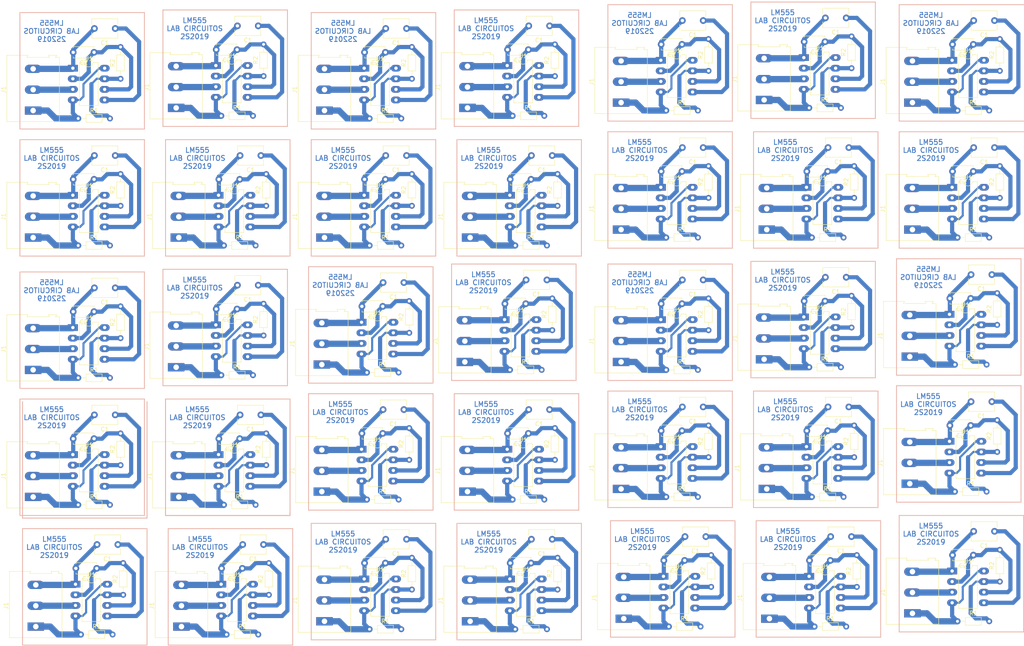
<source format=kicad_pcb>
(kicad_pcb (version 20171130) (host pcbnew "(5.0.1)-3")
  (layers (0 F.Cu signal) (31 B.Cu signal) (34 B.Paste user) (35 F.Paste user) (36 B.SilkS user) (37 F.SilkS user) (38 B.Mask user) (39 F.Mask user) (44 Edge.Cuts user))
  (net 0 "")
  (net 1 "Net-(C1-Pad1)")
  (net 2 GND)
  (net 3 "Net-(C2-Pad1)")
  (net 4 +5V)
  (net 5 "Net-(J1-Pad2)")
  (net 6 "Net-(R1-Pad2)")
  (module Resistor_THT:R_Axial_DIN0204_L3.6mm_D1.6mm_P7.62mm_Horizontal (layer F.Cu) (at 222.885 155.575 90)
    (fp_text reference R2 (at 3.81 -1.92 90) (layer F.SilkS))
    (fp_text value R)
    (pad 2 thru_hole oval (at 7.62 0 90) (size 1.4 1.4) (drill 0.7) (layers *.Cu *.Mask))
    (pad 1 thru_hole circle (at 0 0 90) (size 1.4 1.4) (drill 0.7) (layers *.Cu *.Mask))
  )
  (module Capacitor_THT:C_Disc_D4.7mm_W2.5mm_P5.00mm (layer F.Cu) (at 216.535 149.225 180)
    (fp_text reference C2 (at 2.5 -2.5 180) (layer F.SilkS))
    (fp_text value C)
    (pad 1 thru_hole circle (at 0 0 180) (size 1.6 1.6) (drill 0.8) (layers *.Cu *.Mask))
    (pad 2 thru_hole circle (at 5 0 180) (size 1.6 1.6) (drill 0.8) (layers *.Cu *.Mask))
  )
  (module Package_DIP:DIP-8_W7.62mm_LongPads (layer F.Cu) (at 176.525001 153.035)
    (fp_text reference U1 (at 3.81 -2.33) (layer F.SilkS))
    (fp_text value NE555)
    (pad 1 thru_hole rect (at 0 0) (size 2.4 1.6) (drill 0.8) (layers *.Cu *.Mask))
    (pad 5 thru_hole oval (at 7.62 7.62) (size 2.4 1.6) (drill 0.8) (layers *.Cu *.Mask))
    (pad 2 thru_hole oval (at 0 2.54) (size 2.4 1.6) (drill 0.8) (layers *.Cu *.Mask))
    (pad 6 thru_hole oval (at 7.62 5.08) (size 2.4 1.6) (drill 0.8) (layers *.Cu *.Mask))
    (pad 3 thru_hole oval (at 0 5.08) (size 2.4 1.6) (drill 0.8) (layers *.Cu *.Mask))
    (pad 7 thru_hole oval (at 7.62 2.54) (size 2.4 1.6) (drill 0.8) (layers *.Cu *.Mask))
    (pad 4 thru_hole oval (at 0 7.62) (size 2.4 1.6) (drill 0.8) (layers *.Cu *.Mask))
    (pad 8 thru_hole oval (at 7.62 0) (size 2.4 1.6) (drill 0.8) (layers *.Cu *.Mask))
  )
  (module Package_DIP:DIP-8_W7.62mm_LongPads (layer F.Cu) (at 211.450001 153.035)
    (fp_text reference U1 (at 3.81 -2.33) (layer F.SilkS))
    (fp_text value NE555)
    (pad 1 thru_hole rect (at 0 0) (size 2.4 1.6) (drill 0.8) (layers *.Cu *.Mask))
    (pad 5 thru_hole oval (at 7.62 7.62) (size 2.4 1.6) (drill 0.8) (layers *.Cu *.Mask))
    (pad 2 thru_hole oval (at 0 2.54) (size 2.4 1.6) (drill 0.8) (layers *.Cu *.Mask))
    (pad 6 thru_hole oval (at 7.62 5.08) (size 2.4 1.6) (drill 0.8) (layers *.Cu *.Mask))
    (pad 3 thru_hole oval (at 0 5.08) (size 2.4 1.6) (drill 0.8) (layers *.Cu *.Mask))
    (pad 7 thru_hole oval (at 7.62 2.54) (size 2.4 1.6) (drill 0.8) (layers *.Cu *.Mask))
    (pad 4 thru_hole oval (at 0 7.62) (size 2.4 1.6) (drill 0.8) (layers *.Cu *.Mask))
    (pad 8 thru_hole oval (at 7.62 0) (size 2.4 1.6) (drill 0.8) (layers *.Cu *.Mask))
  )
  (module Capacitor_THT:C_Disc_D6.0mm_W4.4mm_P5.00mm (layer F.Cu) (at 186.69 143.51 180)
    (fp_text reference C1 (at 2.5 -3.45 180) (layer F.SilkS))
    (fp_text value C)
    (pad 1 thru_hole circle (at 0 0 180) (size 1.6 1.6) (drill 0.8) (layers *.Cu *.Mask))
    (pad 2 thru_hole circle (at 5 0 180) (size 1.6 1.6) (drill 0.8) (layers *.Cu *.Mask))
  )
  (module TerminalBlock:TerminalBlock_Altech_AK300-3_P5.00mm (layer F.Cu) (at 167.005 163.195 90)
    (fp_text reference J1 (at 5 -7.1 90) (layer F.SilkS))
    (fp_text value Conn_01x03_Female)
    (pad 1 thru_hole rect (at 0 0 90) (size 1.98 3.96) (drill 1.32) (layers *.Cu *.Mask))
    (pad 2 thru_hole oval (at 5 0 90) (size 1.98 3.96) (drill 1.32) (layers *.Cu *.Mask))
    (pad 3 thru_hole oval (at 10 0 90) (size 1.98 3.96) (drill 1.32) (layers *.Cu *.Mask))
  )
  (module Capacitor_THT:C_Disc_D4.7mm_W2.5mm_P5.00mm (layer F.Cu) (at 181.61 149.225 180)
    (fp_text reference C2 (at 2.5 -2.5 180) (layer F.SilkS))
    (fp_text value C)
    (pad 1 thru_hole circle (at 0 0 180) (size 1.6 1.6) (drill 0.8) (layers *.Cu *.Mask))
    (pad 2 thru_hole circle (at 5 0 180) (size 1.6 1.6) (drill 0.8) (layers *.Cu *.Mask))
  )
  (module Resistor_THT:R_Axial_DIN0204_L3.6mm_D1.6mm_P7.62mm_Horizontal (layer F.Cu) (at 187.96 155.575 90)
    (fp_text reference R2 (at 3.81 -1.92 90) (layer F.SilkS))
    (fp_text value R)
    (pad 2 thru_hole oval (at 7.62 0 90) (size 1.4 1.4) (drill 0.7) (layers *.Cu *.Mask))
    (pad 1 thru_hole circle (at 0 0 90) (size 1.4 1.4) (drill 0.7) (layers *.Cu *.Mask))
  )
  (module Resistor_THT:R_Axial_DIN0204_L3.6mm_D1.6mm_P7.62mm_Horizontal (layer F.Cu) (at 177.8 165.1)
    (fp_text reference R1 (at 3.81 -1.92) (layer F.SilkS))
    (fp_text value R)
    (pad 2 thru_hole oval (at 7.62 0) (size 1.4 1.4) (drill 0.7) (layers *.Cu *.Mask))
    (pad 1 thru_hole circle (at 0 0) (size 1.4 1.4) (drill 0.7) (layers *.Cu *.Mask))
  )
  (module Capacitor_THT:C_Disc_D6.0mm_W4.4mm_P5.00mm (layer F.Cu) (at 221.615 143.51 180)
    (fp_text reference C1 (at 2.5 -3.45 180) (layer F.SilkS))
    (fp_text value C)
    (pad 1 thru_hole circle (at 0 0 180) (size 1.6 1.6) (drill 0.8) (layers *.Cu *.Mask))
    (pad 2 thru_hole circle (at 5 0 180) (size 1.6 1.6) (drill 0.8) (layers *.Cu *.Mask))
  )
  (module Resistor_THT:R_Axial_DIN0204_L3.6mm_D1.6mm_P7.62mm_Horizontal (layer F.Cu) (at 212.725 165.1)
    (fp_text reference R1 (at 3.81 -1.92) (layer F.SilkS))
    (fp_text value R)
    (pad 2 thru_hole oval (at 7.62 0) (size 1.4 1.4) (drill 0.7) (layers *.Cu *.Mask))
    (pad 1 thru_hole circle (at 0 0) (size 1.4 1.4) (drill 0.7) (layers *.Cu *.Mask))
  )
  (module Resistor_THT:R_Axial_DIN0204_L3.6mm_D1.6mm_P7.62mm_Horizontal (layer F.Cu) (at 247.015 163.83)
    (fp_text reference R1 (at 3.81 -1.92) (layer F.SilkS))
    (fp_text value R)
    (pad 2 thru_hole oval (at 7.62 0) (size 1.4 1.4) (drill 0.7) (layers *.Cu *.Mask))
    (pad 1 thru_hole circle (at 0 0) (size 1.4 1.4) (drill 0.7) (layers *.Cu *.Mask))
  )
  (module Resistor_THT:R_Axial_DIN0204_L3.6mm_D1.6mm_P7.62mm_Horizontal (layer F.Cu) (at 257.175 154.305 90)
    (fp_text reference R2 (at 3.81 -1.92 90) (layer F.SilkS))
    (fp_text value R)
    (pad 2 thru_hole oval (at 7.62 0 90) (size 1.4 1.4) (drill 0.7) (layers *.Cu *.Mask))
    (pad 1 thru_hole circle (at 0 0 90) (size 1.4 1.4) (drill 0.7) (layers *.Cu *.Mask))
  )
  (module TerminalBlock:TerminalBlock_Altech_AK300-3_P5.00mm (layer F.Cu) (at 236.22 161.925 90)
    (fp_text reference J1 (at 5 -7.1 90) (layer F.SilkS))
    (fp_text value Conn_01x03_Female)
    (pad 1 thru_hole rect (at 0 0 90) (size 1.98 3.96) (drill 1.32) (layers *.Cu *.Mask))
    (pad 2 thru_hole oval (at 5 0 90) (size 1.98 3.96) (drill 1.32) (layers *.Cu *.Mask))
    (pad 3 thru_hole oval (at 10 0 90) (size 1.98 3.96) (drill 1.32) (layers *.Cu *.Mask))
  )
  (module Capacitor_THT:C_Disc_D4.7mm_W2.5mm_P5.00mm (layer F.Cu) (at 250.825 147.955 180)
    (fp_text reference C2 (at 2.5 -2.5 180) (layer F.SilkS))
    (fp_text value C)
    (pad 1 thru_hole circle (at 0 0 180) (size 1.6 1.6) (drill 0.8) (layers *.Cu *.Mask))
    (pad 2 thru_hole circle (at 5 0 180) (size 1.6 1.6) (drill 0.8) (layers *.Cu *.Mask))
  )
  (module Package_DIP:DIP-8_W7.62mm_LongPads (layer F.Cu) (at 245.740001 151.765)
    (fp_text reference U1 (at 3.81 -2.33) (layer F.SilkS))
    (fp_text value NE555)
    (pad 1 thru_hole rect (at 0 0) (size 2.4 1.6) (drill 0.8) (layers *.Cu *.Mask))
    (pad 5 thru_hole oval (at 7.62 7.62) (size 2.4 1.6) (drill 0.8) (layers *.Cu *.Mask))
    (pad 2 thru_hole oval (at 0 2.54) (size 2.4 1.6) (drill 0.8) (layers *.Cu *.Mask))
    (pad 6 thru_hole oval (at 7.62 5.08) (size 2.4 1.6) (drill 0.8) (layers *.Cu *.Mask))
    (pad 3 thru_hole oval (at 0 5.08) (size 2.4 1.6) (drill 0.8) (layers *.Cu *.Mask))
    (pad 7 thru_hole oval (at 7.62 2.54) (size 2.4 1.6) (drill 0.8) (layers *.Cu *.Mask))
    (pad 4 thru_hole oval (at 0 7.62) (size 2.4 1.6) (drill 0.8) (layers *.Cu *.Mask))
    (pad 8 thru_hole oval (at 7.62 0) (size 2.4 1.6) (drill 0.8) (layers *.Cu *.Mask))
  )
  (module Capacitor_THT:C_Disc_D6.0mm_W4.4mm_P5.00mm (layer F.Cu) (at 255.905 142.24 180)
    (fp_text reference C1 (at 2.5 -3.45 180) (layer F.SilkS))
    (fp_text value C)
    (pad 1 thru_hole circle (at 0 0 180) (size 1.6 1.6) (drill 0.8) (layers *.Cu *.Mask))
    (pad 2 thru_hole circle (at 5 0 180) (size 1.6 1.6) (drill 0.8) (layers *.Cu *.Mask))
  )
  (module TerminalBlock:TerminalBlock_Altech_AK300-3_P5.00mm (layer F.Cu) (at 201.93 163.195 90)
    (fp_text reference J1 (at 5 -7.1 90) (layer F.SilkS))
    (fp_text value Conn_01x03_Female)
    (pad 1 thru_hole rect (at 0 0 90) (size 1.98 3.96) (drill 1.32) (layers *.Cu *.Mask))
    (pad 2 thru_hole oval (at 5 0 90) (size 1.98 3.96) (drill 1.32) (layers *.Cu *.Mask))
    (pad 3 thru_hole oval (at 10 0 90) (size 1.98 3.96) (drill 1.32) (layers *.Cu *.Mask))
  )
  (module Capacitor_THT:C_Disc_D6.0mm_W4.4mm_P5.00mm (layer F.Cu) (at 149.86 144.145 180)
    (fp_text reference C1 (at 2.5 -3.45 180) (layer F.SilkS))
    (fp_text value C)
    (pad 2 thru_hole circle (at 5 0 180) (size 1.6 1.6) (drill 0.8) (layers *.Cu *.Mask))
    (pad 1 thru_hole circle (at 0 0 180) (size 1.6 1.6) (drill 0.8) (layers *.Cu *.Mask))
  )
  (module Resistor_THT:R_Axial_DIN0204_L3.6mm_D1.6mm_P7.62mm_Horizontal (layer F.Cu) (at 140.97 165.735)
    (fp_text reference R1 (at 3.81 -1.92) (layer F.SilkS))
    (fp_text value R)
    (pad 1 thru_hole circle (at 0 0) (size 1.4 1.4) (drill 0.7) (layers *.Cu *.Mask))
    (pad 2 thru_hole oval (at 7.62 0) (size 1.4 1.4) (drill 0.7) (layers *.Cu *.Mask))
  )
  (module Resistor_THT:R_Axial_DIN0204_L3.6mm_D1.6mm_P7.62mm_Horizontal (layer F.Cu) (at 36.83 167.005)
    (fp_text reference R1 (at 3.81 -1.92) (layer F.SilkS))
    (fp_text value R)
    (pad 1 thru_hole circle (at 0 0) (size 1.4 1.4) (drill 0.7) (layers *.Cu *.Mask))
    (pad 2 thru_hole oval (at 7.62 0) (size 1.4 1.4) (drill 0.7) (layers *.Cu *.Mask))
  )
  (module Resistor_THT:R_Axial_DIN0204_L3.6mm_D1.6mm_P7.62mm_Horizontal (layer F.Cu) (at 46.99 157.48 90)
    (fp_text reference R2 (at 3.81 -1.92 90) (layer F.SilkS))
    (fp_text value R)
    (pad 1 thru_hole circle (at 0 0 90) (size 1.4 1.4) (drill 0.7) (layers *.Cu *.Mask))
    (pad 2 thru_hole oval (at 7.62 0 90) (size 1.4 1.4) (drill 0.7) (layers *.Cu *.Mask))
  )
  (module Capacitor_THT:C_Disc_D4.7mm_W2.5mm_P5.00mm (layer F.Cu) (at 40.64 151.13 180)
    (fp_text reference C2 (at 2.5 -2.5 180) (layer F.SilkS))
    (fp_text value C)
    (pad 2 thru_hole circle (at 5 0 180) (size 1.6 1.6) (drill 0.8) (layers *.Cu *.Mask))
    (pad 1 thru_hole circle (at 0 0 180) (size 1.6 1.6) (drill 0.8) (layers *.Cu *.Mask))
  )
  (module Capacitor_THT:C_Disc_D6.0mm_W4.4mm_P5.00mm (layer F.Cu) (at 45.72 145.415 180)
    (fp_text reference C1 (at 2.5 -3.45 180) (layer F.SilkS))
    (fp_text value C)
    (pad 2 thru_hole circle (at 5 0 180) (size 1.6 1.6) (drill 0.8) (layers *.Cu *.Mask))
    (pad 1 thru_hole circle (at 0 0 180) (size 1.6 1.6) (drill 0.8) (layers *.Cu *.Mask))
  )
  (module Capacitor_THT:C_Disc_D4.7mm_W2.5mm_P5.00mm (layer F.Cu) (at 75.565 151.13 180)
    (fp_text reference C2 (at 2.5 -2.5 180) (layer F.SilkS))
    (fp_text value C)
    (pad 2 thru_hole circle (at 5 0 180) (size 1.6 1.6) (drill 0.8) (layers *.Cu *.Mask))
    (pad 1 thru_hole circle (at 0 0 180) (size 1.6 1.6) (drill 0.8) (layers *.Cu *.Mask))
  )
  (module Package_DIP:DIP-8_W7.62mm_LongPads (layer F.Cu) (at 35.555001 154.94)
    (fp_text reference U1 (at 3.81 -2.33) (layer F.SilkS))
    (fp_text value NE555)
    (pad 8 thru_hole oval (at 7.62 0) (size 2.4 1.6) (drill 0.8) (layers *.Cu *.Mask))
    (pad 4 thru_hole oval (at 0 7.62) (size 2.4 1.6) (drill 0.8) (layers *.Cu *.Mask))
    (pad 7 thru_hole oval (at 7.62 2.54) (size 2.4 1.6) (drill 0.8) (layers *.Cu *.Mask))
    (pad 3 thru_hole oval (at 0 5.08) (size 2.4 1.6) (drill 0.8) (layers *.Cu *.Mask))
    (pad 6 thru_hole oval (at 7.62 5.08) (size 2.4 1.6) (drill 0.8) (layers *.Cu *.Mask))
    (pad 2 thru_hole oval (at 0 2.54) (size 2.4 1.6) (drill 0.8) (layers *.Cu *.Mask))
    (pad 5 thru_hole oval (at 7.62 7.62) (size 2.4 1.6) (drill 0.8) (layers *.Cu *.Mask))
    (pad 1 thru_hole rect (at 0 0) (size 2.4 1.6) (drill 0.8) (layers *.Cu *.Mask))
  )
  (module TerminalBlock:TerminalBlock_Altech_AK300-3_P5.00mm (layer F.Cu) (at 26.035 165.1 90)
    (fp_text reference J1 (at 5 -7.1 90) (layer F.SilkS))
    (fp_text value Conn_01x03_Female)
    (pad 3 thru_hole oval (at 10 0 90) (size 1.98 3.96) (drill 1.32) (layers *.Cu *.Mask))
    (pad 2 thru_hole oval (at 5 0 90) (size 1.98 3.96) (drill 1.32) (layers *.Cu *.Mask))
    (pad 1 thru_hole rect (at 0 0 90) (size 1.98 3.96) (drill 1.32) (layers *.Cu *.Mask))
  )
  (module Resistor_THT:R_Axial_DIN0204_L3.6mm_D1.6mm_P7.62mm_Horizontal (layer F.Cu) (at 81.915 157.48 90)
    (fp_text reference R2 (at 3.81 -1.92 90) (layer F.SilkS))
    (fp_text value R)
    (pad 1 thru_hole circle (at 0 0 90) (size 1.4 1.4) (drill 0.7) (layers *.Cu *.Mask))
    (pad 2 thru_hole oval (at 7.62 0 90) (size 1.4 1.4) (drill 0.7) (layers *.Cu *.Mask))
  )
  (module Package_DIP:DIP-8_W7.62mm_LongPads (layer F.Cu) (at 70.480001 154.94)
    (fp_text reference U1 (at 3.81 -2.33) (layer F.SilkS))
    (fp_text value NE555)
    (pad 8 thru_hole oval (at 7.62 0) (size 2.4 1.6) (drill 0.8) (layers *.Cu *.Mask))
    (pad 4 thru_hole oval (at 0 7.62) (size 2.4 1.6) (drill 0.8) (layers *.Cu *.Mask))
    (pad 7 thru_hole oval (at 7.62 2.54) (size 2.4 1.6) (drill 0.8) (layers *.Cu *.Mask))
    (pad 3 thru_hole oval (at 0 5.08) (size 2.4 1.6) (drill 0.8) (layers *.Cu *.Mask))
    (pad 6 thru_hole oval (at 7.62 5.08) (size 2.4 1.6) (drill 0.8) (layers *.Cu *.Mask))
    (pad 2 thru_hole oval (at 0 2.54) (size 2.4 1.6) (drill 0.8) (layers *.Cu *.Mask))
    (pad 5 thru_hole oval (at 7.62 7.62) (size 2.4 1.6) (drill 0.8) (layers *.Cu *.Mask))
    (pad 1 thru_hole rect (at 0 0) (size 2.4 1.6) (drill 0.8) (layers *.Cu *.Mask))
  )
  (module TerminalBlock:TerminalBlock_Altech_AK300-3_P5.00mm (layer F.Cu) (at 60.96 165.1 90)
    (fp_text reference J1 (at 5 -7.1 90) (layer F.SilkS))
    (fp_text value Conn_01x03_Female)
    (pad 3 thru_hole oval (at 10 0 90) (size 1.98 3.96) (drill 1.32) (layers *.Cu *.Mask))
    (pad 2 thru_hole oval (at 5 0 90) (size 1.98 3.96) (drill 1.32) (layers *.Cu *.Mask))
    (pad 1 thru_hole rect (at 0 0 90) (size 1.98 3.96) (drill 1.32) (layers *.Cu *.Mask))
  )
  (module Capacitor_THT:C_Disc_D6.0mm_W4.4mm_P5.00mm (layer F.Cu) (at 80.645 145.415 180)
    (fp_text reference C1 (at 2.5 -3.45 180) (layer F.SilkS))
    (fp_text value C)
    (pad 2 thru_hole circle (at 5 0 180) (size 1.6 1.6) (drill 0.8) (layers *.Cu *.Mask))
    (pad 1 thru_hole circle (at 0 0 180) (size 1.6 1.6) (drill 0.8) (layers *.Cu *.Mask))
  )
  (module Resistor_THT:R_Axial_DIN0204_L3.6mm_D1.6mm_P7.62mm_Horizontal (layer F.Cu) (at 71.755 167.005)
    (fp_text reference R1 (at 3.81 -1.92) (layer F.SilkS))
    (fp_text value R)
    (pad 1 thru_hole circle (at 0 0) (size 1.4 1.4) (drill 0.7) (layers *.Cu *.Mask))
    (pad 2 thru_hole oval (at 7.62 0) (size 1.4 1.4) (drill 0.7) (layers *.Cu *.Mask))
  )
  (module TerminalBlock:TerminalBlock_Altech_AK300-3_P5.00mm (layer F.Cu) (at 130.175 163.83 90)
    (fp_text reference J1 (at 5 -7.1 90) (layer F.SilkS))
    (fp_text value Conn_01x03_Female)
    (pad 3 thru_hole oval (at 10 0 90) (size 1.98 3.96) (drill 1.32) (layers *.Cu *.Mask))
    (pad 2 thru_hole oval (at 5 0 90) (size 1.98 3.96) (drill 1.32) (layers *.Cu *.Mask))
    (pad 1 thru_hole rect (at 0 0 90) (size 1.98 3.96) (drill 1.32) (layers *.Cu *.Mask))
  )
  (module Capacitor_THT:C_Disc_D4.7mm_W2.5mm_P5.00mm (layer F.Cu) (at 109.855 149.86 180)
    (fp_text reference C2 (at 2.5 -2.5 180) (layer F.SilkS))
    (fp_text value C)
    (pad 2 thru_hole circle (at 5 0 180) (size 1.6 1.6) (drill 0.8) (layers *.Cu *.Mask))
    (pad 1 thru_hole circle (at 0 0 180) (size 1.6 1.6) (drill 0.8) (layers *.Cu *.Mask))
  )
  (module TerminalBlock:TerminalBlock_Altech_AK300-3_P5.00mm (layer F.Cu) (at 95.25 163.83 90)
    (fp_text reference J1 (at 5 -7.1 90) (layer F.SilkS))
    (fp_text value Conn_01x03_Female)
    (pad 3 thru_hole oval (at 10 0 90) (size 1.98 3.96) (drill 1.32) (layers *.Cu *.Mask))
    (pad 2 thru_hole oval (at 5 0 90) (size 1.98 3.96) (drill 1.32) (layers *.Cu *.Mask))
    (pad 1 thru_hole rect (at 0 0 90) (size 1.98 3.96) (drill 1.32) (layers *.Cu *.Mask))
  )
  (module Package_DIP:DIP-8_W7.62mm_LongPads (layer F.Cu) (at 139.695001 153.67)
    (fp_text reference U1 (at 3.81 -2.33) (layer F.SilkS))
    (fp_text value NE555)
    (pad 8 thru_hole oval (at 7.62 0) (size 2.4 1.6) (drill 0.8) (layers *.Cu *.Mask))
    (pad 4 thru_hole oval (at 0 7.62) (size 2.4 1.6) (drill 0.8) (layers *.Cu *.Mask))
    (pad 7 thru_hole oval (at 7.62 2.54) (size 2.4 1.6) (drill 0.8) (layers *.Cu *.Mask))
    (pad 3 thru_hole oval (at 0 5.08) (size 2.4 1.6) (drill 0.8) (layers *.Cu *.Mask))
    (pad 6 thru_hole oval (at 7.62 5.08) (size 2.4 1.6) (drill 0.8) (layers *.Cu *.Mask))
    (pad 2 thru_hole oval (at 0 2.54) (size 2.4 1.6) (drill 0.8) (layers *.Cu *.Mask))
    (pad 5 thru_hole oval (at 7.62 7.62) (size 2.4 1.6) (drill 0.8) (layers *.Cu *.Mask))
    (pad 1 thru_hole rect (at 0 0) (size 2.4 1.6) (drill 0.8) (layers *.Cu *.Mask))
  )
  (module Capacitor_THT:C_Disc_D6.0mm_W4.4mm_P5.00mm (layer F.Cu) (at 114.935 144.145 180)
    (fp_text reference C1 (at 2.5 -3.45 180) (layer F.SilkS))
    (fp_text value C)
    (pad 2 thru_hole circle (at 5 0 180) (size 1.6 1.6) (drill 0.8) (layers *.Cu *.Mask))
    (pad 1 thru_hole circle (at 0 0 180) (size 1.6 1.6) (drill 0.8) (layers *.Cu *.Mask))
  )
  (module Capacitor_THT:C_Disc_D4.7mm_W2.5mm_P5.00mm (layer F.Cu) (at 144.78 149.86 180)
    (fp_text reference C2 (at 2.5 -2.5 180) (layer F.SilkS))
    (fp_text value C)
    (pad 2 thru_hole circle (at 5 0 180) (size 1.6 1.6) (drill 0.8) (layers *.Cu *.Mask))
    (pad 1 thru_hole circle (at 0 0 180) (size 1.6 1.6) (drill 0.8) (layers *.Cu *.Mask))
  )
  (module Resistor_THT:R_Axial_DIN0204_L3.6mm_D1.6mm_P7.62mm_Horizontal (layer F.Cu) (at 116.205 156.21 90)
    (fp_text reference R2 (at 3.81 -1.92 90) (layer F.SilkS))
    (fp_text value R)
    (pad 1 thru_hole circle (at 0 0 90) (size 1.4 1.4) (drill 0.7) (layers *.Cu *.Mask))
    (pad 2 thru_hole oval (at 7.62 0 90) (size 1.4 1.4) (drill 0.7) (layers *.Cu *.Mask))
  )
  (module Package_DIP:DIP-8_W7.62mm_LongPads (layer F.Cu) (at 104.770001 153.67)
    (fp_text reference U1 (at 3.81 -2.33) (layer F.SilkS))
    (fp_text value NE555)
    (pad 8 thru_hole oval (at 7.62 0) (size 2.4 1.6) (drill 0.8) (layers *.Cu *.Mask))
    (pad 4 thru_hole oval (at 0 7.62) (size 2.4 1.6) (drill 0.8) (layers *.Cu *.Mask))
    (pad 7 thru_hole oval (at 7.62 2.54) (size 2.4 1.6) (drill 0.8) (layers *.Cu *.Mask))
    (pad 3 thru_hole oval (at 0 5.08) (size 2.4 1.6) (drill 0.8) (layers *.Cu *.Mask))
    (pad 6 thru_hole oval (at 7.62 5.08) (size 2.4 1.6) (drill 0.8) (layers *.Cu *.Mask))
    (pad 2 thru_hole oval (at 0 2.54) (size 2.4 1.6) (drill 0.8) (layers *.Cu *.Mask))
    (pad 5 thru_hole oval (at 7.62 7.62) (size 2.4 1.6) (drill 0.8) (layers *.Cu *.Mask))
    (pad 1 thru_hole rect (at 0 0) (size 2.4 1.6) (drill 0.8) (layers *.Cu *.Mask))
  )
  (module Resistor_THT:R_Axial_DIN0204_L3.6mm_D1.6mm_P7.62mm_Horizontal (layer F.Cu) (at 106.045 165.735)
    (fp_text reference R1 (at 3.81 -1.92) (layer F.SilkS))
    (fp_text value R)
    (pad 1 thru_hole circle (at 0 0) (size 1.4 1.4) (drill 0.7) (layers *.Cu *.Mask))
    (pad 2 thru_hole oval (at 7.62 0) (size 1.4 1.4) (drill 0.7) (layers *.Cu *.Mask))
  )
  (module Resistor_THT:R_Axial_DIN0204_L3.6mm_D1.6mm_P7.62mm_Horizontal (layer F.Cu) (at 151.13 156.21 90)
    (fp_text reference R2 (at 3.81 -1.92 90) (layer F.SilkS))
    (fp_text value R)
    (pad 1 thru_hole circle (at 0 0 90) (size 1.4 1.4) (drill 0.7) (layers *.Cu *.Mask))
    (pad 2 thru_hole oval (at 7.62 0 90) (size 1.4 1.4) (drill 0.7) (layers *.Cu *.Mask))
  )
  (module Resistor_THT:R_Axial_DIN0204_L3.6mm_D1.6mm_P7.62mm_Horizontal (layer F.Cu) (at 247.015 71.755)
    (fp_text reference R1 (at 3.81 -1.92) (layer F.SilkS))
    (fp_text value R)
    (pad 2 thru_hole oval (at 7.62 0) (size 1.4 1.4) (drill 0.7) (layers *.Cu *.Mask))
    (pad 1 thru_hole circle (at 0 0) (size 1.4 1.4) (drill 0.7) (layers *.Cu *.Mask))
  )
  (module Package_DIP:DIP-8_W7.62mm_LongPads (layer F.Cu) (at 210.180001 28.575)
    (fp_text reference U1 (at 3.81 -2.33) (layer F.SilkS))
    (fp_text value NE555)
    (pad 1 thru_hole rect (at 0 0) (size 2.4 1.6) (drill 0.8) (layers *.Cu *.Mask))
    (pad 5 thru_hole oval (at 7.62 7.62) (size 2.4 1.6) (drill 0.8) (layers *.Cu *.Mask))
    (pad 2 thru_hole oval (at 0 2.54) (size 2.4 1.6) (drill 0.8) (layers *.Cu *.Mask))
    (pad 6 thru_hole oval (at 7.62 5.08) (size 2.4 1.6) (drill 0.8) (layers *.Cu *.Mask))
    (pad 3 thru_hole oval (at 0 5.08) (size 2.4 1.6) (drill 0.8) (layers *.Cu *.Mask))
    (pad 7 thru_hole oval (at 7.62 2.54) (size 2.4 1.6) (drill 0.8) (layers *.Cu *.Mask))
    (pad 4 thru_hole oval (at 0 7.62) (size 2.4 1.6) (drill 0.8) (layers *.Cu *.Mask))
    (pad 8 thru_hole oval (at 7.62 0) (size 2.4 1.6) (drill 0.8) (layers *.Cu *.Mask))
  )
  (module Capacitor_THT:C_Disc_D4.7mm_W2.5mm_P5.00mm (layer F.Cu) (at 215.265 24.765 180)
    (fp_text reference C2 (at 2.5 -2.5 180) (layer F.SilkS))
    (fp_text value C)
    (pad 1 thru_hole circle (at 0 0 180) (size 1.6 1.6) (drill 0.8) (layers *.Cu *.Mask))
    (pad 2 thru_hole circle (at 5 0 180) (size 1.6 1.6) (drill 0.8) (layers *.Cu *.Mask))
  )
  (module TerminalBlock:TerminalBlock_Altech_AK300-3_P5.00mm (layer F.Cu) (at 200.66 38.735 90)
    (fp_text reference J1 (at 5 -7.1 90) (layer F.SilkS))
    (fp_text value Conn_01x03_Female)
    (pad 1 thru_hole rect (at 0 0 90) (size 1.98 3.96) (drill 1.32) (layers *.Cu *.Mask))
    (pad 2 thru_hole oval (at 5 0 90) (size 1.98 3.96) (drill 1.32) (layers *.Cu *.Mask))
    (pad 3 thru_hole oval (at 10 0 90) (size 1.98 3.96) (drill 1.32) (layers *.Cu *.Mask))
  )
  (module Resistor_THT:R_Axial_DIN0204_L3.6mm_D1.6mm_P7.62mm_Horizontal (layer F.Cu) (at 211.455 40.64)
    (fp_text reference R1 (at 3.81 -1.92) (layer F.SilkS))
    (fp_text value R)
    (pad 2 thru_hole oval (at 7.62 0) (size 1.4 1.4) (drill 0.7) (layers *.Cu *.Mask))
    (pad 1 thru_hole circle (at 0 0) (size 1.4 1.4) (drill 0.7) (layers *.Cu *.Mask))
  )
  (module Resistor_THT:R_Axial_DIN0204_L3.6mm_D1.6mm_P7.62mm_Horizontal (layer F.Cu) (at 221.615 31.115 90)
    (fp_text reference R2 (at 3.81 -1.92 90) (layer F.SilkS))
    (fp_text value R)
    (pad 2 thru_hole oval (at 7.62 0 90) (size 1.4 1.4) (drill 0.7) (layers *.Cu *.Mask))
    (pad 1 thru_hole circle (at 0 0 90) (size 1.4 1.4) (drill 0.7) (layers *.Cu *.Mask))
  )
  (module Capacitor_THT:C_Disc_D6.0mm_W4.4mm_P5.00mm (layer F.Cu) (at 220.345 19.05 180)
    (fp_text reference C1 (at 2.5 -3.45 180) (layer F.SilkS))
    (fp_text value C)
    (pad 1 thru_hole circle (at 0 0 180) (size 1.6 1.6) (drill 0.8) (layers *.Cu *.Mask))
    (pad 2 thru_hole circle (at 5 0 180) (size 1.6 1.6) (drill 0.8) (layers *.Cu *.Mask))
  )
  (module Resistor_THT:R_Axial_DIN0204_L3.6mm_D1.6mm_P7.62mm_Horizontal (layer F.Cu) (at 177.165 71.755)
    (fp_text reference R1 (at 3.81 -1.92) (layer F.SilkS))
    (fp_text value R)
    (pad 2 thru_hole oval (at 7.62 0) (size 1.4 1.4) (drill 0.7) (layers *.Cu *.Mask))
    (pad 1 thru_hole circle (at 0 0) (size 1.4 1.4) (drill 0.7) (layers *.Cu *.Mask))
  )
  (module Capacitor_THT:C_Disc_D4.7mm_W2.5mm_P5.00mm (layer F.Cu) (at 180.975 55.88 180)
    (fp_text reference C2 (at 2.5 -2.5 180) (layer F.SilkS))
    (fp_text value C)
    (pad 1 thru_hole circle (at 0 0 180) (size 1.6 1.6) (drill 0.8) (layers *.Cu *.Mask))
    (pad 2 thru_hole circle (at 5 0 180) (size 1.6 1.6) (drill 0.8) (layers *.Cu *.Mask))
  )
  (module Resistor_THT:R_Axial_DIN0204_L3.6mm_D1.6mm_P7.62mm_Horizontal (layer F.Cu) (at 187.325 62.23 90)
    (fp_text reference R2 (at 3.81 -1.92 90) (layer F.SilkS))
    (fp_text value R)
    (pad 2 thru_hole oval (at 7.62 0 90) (size 1.4 1.4) (drill 0.7) (layers *.Cu *.Mask))
    (pad 1 thru_hole circle (at 0 0 90) (size 1.4 1.4) (drill 0.7) (layers *.Cu *.Mask))
  )
  (module Capacitor_THT:C_Disc_D6.0mm_W4.4mm_P5.00mm (layer F.Cu) (at 186.055 50.165 180)
    (fp_text reference C1 (at 2.5 -3.45 180) (layer F.SilkS))
    (fp_text value C)
    (pad 1 thru_hole circle (at 0 0 180) (size 1.6 1.6) (drill 0.8) (layers *.Cu *.Mask))
    (pad 2 thru_hole circle (at 5 0 180) (size 1.6 1.6) (drill 0.8) (layers *.Cu *.Mask))
  )
  (module Package_DIP:DIP-8_W7.62mm_LongPads (layer F.Cu) (at 175.890001 59.69)
    (fp_text reference U1 (at 3.81 -2.33) (layer F.SilkS))
    (fp_text value NE555)
    (pad 1 thru_hole rect (at 0 0) (size 2.4 1.6) (drill 0.8) (layers *.Cu *.Mask))
    (pad 5 thru_hole oval (at 7.62 7.62) (size 2.4 1.6) (drill 0.8) (layers *.Cu *.Mask))
    (pad 2 thru_hole oval (at 0 2.54) (size 2.4 1.6) (drill 0.8) (layers *.Cu *.Mask))
    (pad 6 thru_hole oval (at 7.62 5.08) (size 2.4 1.6) (drill 0.8) (layers *.Cu *.Mask))
    (pad 3 thru_hole oval (at 0 5.08) (size 2.4 1.6) (drill 0.8) (layers *.Cu *.Mask))
    (pad 7 thru_hole oval (at 7.62 2.54) (size 2.4 1.6) (drill 0.8) (layers *.Cu *.Mask))
    (pad 4 thru_hole oval (at 0 7.62) (size 2.4 1.6) (drill 0.8) (layers *.Cu *.Mask))
    (pad 8 thru_hole oval (at 7.62 0) (size 2.4 1.6) (drill 0.8) (layers *.Cu *.Mask))
  )
  (module TerminalBlock:TerminalBlock_Altech_AK300-3_P5.00mm (layer F.Cu) (at 166.37 69.85 90)
    (fp_text reference J1 (at 5 -7.1 90) (layer F.SilkS))
    (fp_text value Conn_01x03_Female)
    (pad 1 thru_hole rect (at 0 0 90) (size 1.98 3.96) (drill 1.32) (layers *.Cu *.Mask))
    (pad 2 thru_hole oval (at 5 0 90) (size 1.98 3.96) (drill 1.32) (layers *.Cu *.Mask))
    (pad 3 thru_hole oval (at 10 0 90) (size 1.98 3.96) (drill 1.32) (layers *.Cu *.Mask))
  )
  (module TerminalBlock:TerminalBlock_Altech_AK300-3_P5.00mm (layer F.Cu) (at 235.585 100.33 90)
    (fp_text reference J1 (at 5 -7.1 90) (layer F.SilkS))
    (fp_text value Conn_01x03_Female)
    (pad 1 thru_hole rect (at 0 0 90) (size 1.98 3.96) (drill 1.32) (layers *.Cu *.Mask) (net 4 +5V))
    (pad 2 thru_hole oval (at 5 0 90) (size 1.98 3.96) (drill 1.32) (layers *.Cu *.Mask) (net 5 "Net-(J1-Pad2)"))
    (pad 3 thru_hole oval (at 10 0 90) (size 1.98 3.96) (drill 1.32) (layers *.Cu *.Mask) (net 2 GND))
  )
  (module Resistor_THT:R_Axial_DIN0204_L3.6mm_D1.6mm_P7.62mm_Horizontal (layer F.Cu) (at 177.165 41.275)
    (fp_text reference R1 (at 3.81 -1.92) (layer F.SilkS))
    (fp_text value R)
    (pad 1 thru_hole circle (at 0 0) (size 1.4 1.4) (drill 0.7) (layers *.Cu *.Mask) (net 4 +5V))
    (pad 2 thru_hole oval (at 7.62 0) (size 1.4 1.4) (drill 0.7) (layers *.Cu *.Mask) (net 6 "Net-(R1-Pad2)"))
  )
  (module Resistor_THT:R_Axial_DIN0204_L3.6mm_D1.6mm_P7.62mm_Horizontal (layer F.Cu) (at 187.325 31.75 90)
    (fp_text reference R2 (at 3.81 -1.92 90) (layer F.SilkS))
    (fp_text value R)
    (pad 1 thru_hole circle (at 0 0 90) (size 1.4 1.4) (drill 0.7) (layers *.Cu *.Mask) (net 6 "Net-(R1-Pad2)"))
    (pad 2 thru_hole oval (at 7.62 0 90) (size 1.4 1.4) (drill 0.7) (layers *.Cu *.Mask) (net 3 "Net-(C2-Pad1)"))
  )
  (module Capacitor_THT:C_Disc_D4.7mm_W2.5mm_P5.00mm (layer F.Cu) (at 250.825 55.88 180)
    (fp_text reference C2 (at 2.5 -2.5 180) (layer F.SilkS))
    (fp_text value C)
    (pad 1 thru_hole circle (at 0 0 180) (size 1.6 1.6) (drill 0.8) (layers *.Cu *.Mask))
    (pad 2 thru_hole circle (at 5 0 180) (size 1.6 1.6) (drill 0.8) (layers *.Cu *.Mask))
  )
  (module Resistor_THT:R_Axial_DIN0204_L3.6mm_D1.6mm_P7.62mm_Horizontal (layer F.Cu) (at 257.175 31.75 90)
    (fp_text reference R2 (at 3.81 -1.92 90) (layer F.SilkS))
    (fp_text value R)
    (pad 1 thru_hole circle (at 0 0 90) (size 1.4 1.4) (drill 0.7) (layers *.Cu *.Mask) (net 6 "Net-(R1-Pad2)"))
    (pad 2 thru_hole oval (at 7.62 0 90) (size 1.4 1.4) (drill 0.7) (layers *.Cu *.Mask) (net 3 "Net-(C2-Pad1)"))
  )
  (module Resistor_THT:R_Axial_DIN0204_L3.6mm_D1.6mm_P7.62mm_Horizontal (layer F.Cu) (at 257.175 62.23 90)
    (fp_text reference R2 (at 3.81 -1.92 90) (layer F.SilkS))
    (fp_text value R)
    (pad 2 thru_hole oval (at 7.62 0 90) (size 1.4 1.4) (drill 0.7) (layers *.Cu *.Mask))
    (pad 1 thru_hole circle (at 0 0 90) (size 1.4 1.4) (drill 0.7) (layers *.Cu *.Mask))
  )
  (module TerminalBlock:TerminalBlock_Altech_AK300-3_P5.00mm (layer F.Cu) (at 236.22 69.85 90)
    (fp_text reference J1 (at 5 -7.1 90) (layer F.SilkS))
    (fp_text value Conn_01x03_Female)
    (pad 1 thru_hole rect (at 0 0 90) (size 1.98 3.96) (drill 1.32) (layers *.Cu *.Mask))
    (pad 2 thru_hole oval (at 5 0 90) (size 1.98 3.96) (drill 1.32) (layers *.Cu *.Mask))
    (pad 3 thru_hole oval (at 10 0 90) (size 1.98 3.96) (drill 1.32) (layers *.Cu *.Mask))
  )
  (module Capacitor_THT:C_Disc_D4.7mm_W2.5mm_P5.00mm (layer F.Cu) (at 250.825 25.4 180)
    (fp_text reference C2 (at 2.5 -2.5 180) (layer F.SilkS))
    (fp_text value C)
    (pad 2 thru_hole circle (at 5 0 180) (size 1.6 1.6) (drill 0.8) (layers *.Cu *.Mask) (net 2 GND))
    (pad 1 thru_hole circle (at 0 0 180) (size 1.6 1.6) (drill 0.8) (layers *.Cu *.Mask) (net 3 "Net-(C2-Pad1)"))
  )
  (module Package_DIP:DIP-8_W7.62mm_LongPads (layer F.Cu) (at 245.740001 29.21)
    (fp_text reference U1 (at 3.81 -2.33) (layer F.SilkS))
    (fp_text value NE555)
    (pad 8 thru_hole oval (at 7.62 0) (size 2.4 1.6) (drill 0.8) (layers *.Cu *.Mask) (net 4 +5V))
    (pad 4 thru_hole oval (at 0 7.62) (size 2.4 1.6) (drill 0.8) (layers *.Cu *.Mask) (net 4 +5V))
    (pad 7 thru_hole oval (at 7.62 2.54) (size 2.4 1.6) (drill 0.8) (layers *.Cu *.Mask) (net 6 "Net-(R1-Pad2)"))
    (pad 3 thru_hole oval (at 0 5.08) (size 2.4 1.6) (drill 0.8) (layers *.Cu *.Mask) (net 5 "Net-(J1-Pad2)"))
    (pad 6 thru_hole oval (at 7.62 5.08) (size 2.4 1.6) (drill 0.8) (layers *.Cu *.Mask) (net 3 "Net-(C2-Pad1)"))
    (pad 2 thru_hole oval (at 0 2.54) (size 2.4 1.6) (drill 0.8) (layers *.Cu *.Mask) (net 3 "Net-(C2-Pad1)"))
    (pad 5 thru_hole oval (at 7.62 7.62) (size 2.4 1.6) (drill 0.8) (layers *.Cu *.Mask) (net 1 "Net-(C1-Pad1)"))
    (pad 1 thru_hole rect (at 0 0) (size 2.4 1.6) (drill 0.8) (layers *.Cu *.Mask) (net 2 GND))
  )
  (module Resistor_THT:R_Axial_DIN0204_L3.6mm_D1.6mm_P7.62mm_Horizontal (layer F.Cu) (at 247.015 41.275)
    (fp_text reference R1 (at 3.81 -1.92) (layer F.SilkS))
    (fp_text value R)
    (pad 1 thru_hole circle (at 0 0) (size 1.4 1.4) (drill 0.7) (layers *.Cu *.Mask) (net 4 +5V))
    (pad 2 thru_hole oval (at 7.62 0) (size 1.4 1.4) (drill 0.7) (layers *.Cu *.Mask) (net 6 "Net-(R1-Pad2)"))
  )
  (module Package_DIP:DIP-8_W7.62mm_LongPads (layer F.Cu) (at 245.740001 59.69)
    (fp_text reference U1 (at 3.81 -2.33) (layer F.SilkS))
    (fp_text value NE555)
    (pad 1 thru_hole rect (at 0 0) (size 2.4 1.6) (drill 0.8) (layers *.Cu *.Mask))
    (pad 5 thru_hole oval (at 7.62 7.62) (size 2.4 1.6) (drill 0.8) (layers *.Cu *.Mask))
    (pad 2 thru_hole oval (at 0 2.54) (size 2.4 1.6) (drill 0.8) (layers *.Cu *.Mask))
    (pad 6 thru_hole oval (at 7.62 5.08) (size 2.4 1.6) (drill 0.8) (layers *.Cu *.Mask))
    (pad 3 thru_hole oval (at 0 5.08) (size 2.4 1.6) (drill 0.8) (layers *.Cu *.Mask))
    (pad 7 thru_hole oval (at 7.62 2.54) (size 2.4 1.6) (drill 0.8) (layers *.Cu *.Mask))
    (pad 4 thru_hole oval (at 0 7.62) (size 2.4 1.6) (drill 0.8) (layers *.Cu *.Mask))
    (pad 8 thru_hole oval (at 7.62 0) (size 2.4 1.6) (drill 0.8) (layers *.Cu *.Mask))
  )
  (module Capacitor_THT:C_Disc_D6.0mm_W4.4mm_P5.00mm (layer F.Cu) (at 255.905 50.165 180)
    (fp_text reference C1 (at 2.5 -3.45 180) (layer F.SilkS))
    (fp_text value C)
    (pad 1 thru_hole circle (at 0 0 180) (size 1.6 1.6) (drill 0.8) (layers *.Cu *.Mask))
    (pad 2 thru_hole circle (at 5 0 180) (size 1.6 1.6) (drill 0.8) (layers *.Cu *.Mask))
  )
  (module Capacitor_THT:C_Disc_D6.0mm_W4.4mm_P5.00mm (layer F.Cu) (at 255.905 19.685 180)
    (fp_text reference C1 (at 2.5 -3.45 180) (layer F.SilkS))
    (fp_text value C)
    (pad 2 thru_hole circle (at 5 0 180) (size 1.6 1.6) (drill 0.8) (layers *.Cu *.Mask) (net 2 GND))
    (pad 1 thru_hole circle (at 0 0 180) (size 1.6 1.6) (drill 0.8) (layers *.Cu *.Mask) (net 1 "Net-(C1-Pad1)"))
  )
  (module Resistor_THT:R_Axial_DIN0204_L3.6mm_D1.6mm_P7.62mm_Horizontal (layer F.Cu) (at 177.165 133.985)
    (fp_text reference R1 (at 3.81 -1.92) (layer F.SilkS))
    (fp_text value R)
    (pad 1 thru_hole circle (at 0 0) (size 1.4 1.4) (drill 0.7) (layers *.Cu *.Mask))
    (pad 2 thru_hole oval (at 7.62 0) (size 1.4 1.4) (drill 0.7) (layers *.Cu *.Mask))
  )
  (module TerminalBlock:TerminalBlock_Altech_AK300-3_P5.00mm (layer F.Cu) (at 236.22 39.37 90)
    (fp_text reference J1 (at 5 -7.1 90) (layer F.SilkS))
    (fp_text value Conn_01x03_Female)
    (pad 3 thru_hole oval (at 10 0 90) (size 1.98 3.96) (drill 1.32) (layers *.Cu *.Mask) (net 2 GND))
    (pad 2 thru_hole oval (at 5 0 90) (size 1.98 3.96) (drill 1.32) (layers *.Cu *.Mask) (net 5 "Net-(J1-Pad2)"))
    (pad 1 thru_hole rect (at 0 0 90) (size 1.98 3.96) (drill 1.32) (layers *.Cu *.Mask) (net 4 +5V))
  )
  (module Resistor_THT:R_Axial_DIN0204_L3.6mm_D1.6mm_P7.62mm_Horizontal (layer F.Cu) (at 177.165 103.505)
    (fp_text reference R1 (at 3.81 -1.92) (layer F.SilkS))
    (fp_text value R)
    (pad 2 thru_hole oval (at 7.62 0) (size 1.4 1.4) (drill 0.7) (layers *.Cu *.Mask) (net 6 "Net-(R1-Pad2)"))
    (pad 1 thru_hole circle (at 0 0) (size 1.4 1.4) (drill 0.7) (layers *.Cu *.Mask) (net 4 +5V))
  )
  (module Package_DIP:DIP-8_W7.62mm_LongPads (layer F.Cu) (at 210.180001 90.805)
    (fp_text reference U1 (at 3.81 -2.33) (layer F.SilkS))
    (fp_text value NE555)
    (pad 8 thru_hole oval (at 7.62 0) (size 2.4 1.6) (drill 0.8) (layers *.Cu *.Mask))
    (pad 4 thru_hole oval (at 0 7.62) (size 2.4 1.6) (drill 0.8) (layers *.Cu *.Mask))
    (pad 7 thru_hole oval (at 7.62 2.54) (size 2.4 1.6) (drill 0.8) (layers *.Cu *.Mask))
    (pad 3 thru_hole oval (at 0 5.08) (size 2.4 1.6) (drill 0.8) (layers *.Cu *.Mask))
    (pad 6 thru_hole oval (at 7.62 5.08) (size 2.4 1.6) (drill 0.8) (layers *.Cu *.Mask))
    (pad 2 thru_hole oval (at 0 2.54) (size 2.4 1.6) (drill 0.8) (layers *.Cu *.Mask))
    (pad 5 thru_hole oval (at 7.62 7.62) (size 2.4 1.6) (drill 0.8) (layers *.Cu *.Mask))
    (pad 1 thru_hole rect (at 0 0) (size 2.4 1.6) (drill 0.8) (layers *.Cu *.Mask))
  )
  (module Capacitor_THT:C_Disc_D4.7mm_W2.5mm_P5.00mm (layer F.Cu) (at 215.265 86.995 180)
    (fp_text reference C2 (at 2.5 -2.5 180) (layer F.SilkS))
    (fp_text value C)
    (pad 2 thru_hole circle (at 5 0 180) (size 1.6 1.6) (drill 0.8) (layers *.Cu *.Mask))
    (pad 1 thru_hole circle (at 0 0 180) (size 1.6 1.6) (drill 0.8) (layers *.Cu *.Mask))
  )
  (module TerminalBlock:TerminalBlock_Altech_AK300-3_P5.00mm (layer F.Cu) (at 200.66 100.965 90)
    (fp_text reference J1 (at 5 -7.1 90) (layer F.SilkS))
    (fp_text value Conn_01x03_Female)
    (pad 3 thru_hole oval (at 10 0 90) (size 1.98 3.96) (drill 1.32) (layers *.Cu *.Mask))
    (pad 2 thru_hole oval (at 5 0 90) (size 1.98 3.96) (drill 1.32) (layers *.Cu *.Mask))
    (pad 1 thru_hole rect (at 0 0 90) (size 1.98 3.96) (drill 1.32) (layers *.Cu *.Mask))
  )
  (module Resistor_THT:R_Axial_DIN0204_L3.6mm_D1.6mm_P7.62mm_Horizontal (layer F.Cu) (at 211.455 102.87)
    (fp_text reference R1 (at 3.81 -1.92) (layer F.SilkS))
    (fp_text value R)
    (pad 1 thru_hole circle (at 0 0) (size 1.4 1.4) (drill 0.7) (layers *.Cu *.Mask))
    (pad 2 thru_hole oval (at 7.62 0) (size 1.4 1.4) (drill 0.7) (layers *.Cu *.Mask))
  )
  (module Resistor_THT:R_Axial_DIN0204_L3.6mm_D1.6mm_P7.62mm_Horizontal (layer F.Cu) (at 221.615 93.345 90)
    (fp_text reference R2 (at 3.81 -1.92 90) (layer F.SilkS))
    (fp_text value R)
    (pad 1 thru_hole circle (at 0 0 90) (size 1.4 1.4) (drill 0.7) (layers *.Cu *.Mask))
    (pad 2 thru_hole oval (at 7.62 0 90) (size 1.4 1.4) (drill 0.7) (layers *.Cu *.Mask))
  )
  (module Capacitor_THT:C_Disc_D6.0mm_W4.4mm_P5.00mm (layer F.Cu) (at 220.345 81.28 180)
    (fp_text reference C1 (at 2.5 -3.45 180) (layer F.SilkS))
    (fp_text value C)
    (pad 2 thru_hole circle (at 5 0 180) (size 1.6 1.6) (drill 0.8) (layers *.Cu *.Mask))
    (pad 1 thru_hole circle (at 0 0 180) (size 1.6 1.6) (drill 0.8) (layers *.Cu *.Mask))
  )
  (module Resistor_THT:R_Axial_DIN0204_L3.6mm_D1.6mm_P7.62mm_Horizontal (layer F.Cu) (at 187.325 124.46 90)
    (fp_text reference R2 (at 3.81 -1.92 90) (layer F.SilkS))
    (fp_text value R)
    (pad 1 thru_hole circle (at 0 0 90) (size 1.4 1.4) (drill 0.7) (layers *.Cu *.Mask))
    (pad 2 thru_hole oval (at 7.62 0 90) (size 1.4 1.4) (drill 0.7) (layers *.Cu *.Mask))
  )
  (module Capacitor_THT:C_Disc_D4.7mm_W2.5mm_P5.00mm (layer F.Cu) (at 180.975 118.11 180)
    (fp_text reference C2 (at 2.5 -2.5 180) (layer F.SilkS))
    (fp_text value C)
    (pad 2 thru_hole circle (at 5 0 180) (size 1.6 1.6) (drill 0.8) (layers *.Cu *.Mask))
    (pad 1 thru_hole circle (at 0 0 180) (size 1.6 1.6) (drill 0.8) (layers *.Cu *.Mask))
  )
  (module Resistor_THT:R_Axial_DIN0204_L3.6mm_D1.6mm_P7.62mm_Horizontal (layer F.Cu) (at 187.325 93.98 90)
    (fp_text reference R2 (at 3.81 -1.92 90) (layer F.SilkS))
    (fp_text value R)
    (pad 2 thru_hole oval (at 7.62 0 90) (size 1.4 1.4) (drill 0.7) (layers *.Cu *.Mask) (net 3 "Net-(C2-Pad1)"))
    (pad 1 thru_hole circle (at 0 0 90) (size 1.4 1.4) (drill 0.7) (layers *.Cu *.Mask) (net 6 "Net-(R1-Pad2)"))
  )
  (module Package_DIP:DIP-8_W7.62mm_LongPads (layer F.Cu) (at 175.890001 91.44)
    (fp_text reference U1 (at 3.81 -2.33) (layer F.SilkS))
    (fp_text value NE555)
    (pad 1 thru_hole rect (at 0 0) (size 2.4 1.6) (drill 0.8) (layers *.Cu *.Mask) (net 2 GND))
    (pad 5 thru_hole oval (at 7.62 7.62) (size 2.4 1.6) (drill 0.8) (layers *.Cu *.Mask) (net 1 "Net-(C1-Pad1)"))
    (pad 2 thru_hole oval (at 0 2.54) (size 2.4 1.6) (drill 0.8) (layers *.Cu *.Mask) (net 3 "Net-(C2-Pad1)"))
    (pad 6 thru_hole oval (at 7.62 5.08) (size 2.4 1.6) (drill 0.8) (layers *.Cu *.Mask) (net 3 "Net-(C2-Pad1)"))
    (pad 3 thru_hole oval (at 0 5.08) (size 2.4 1.6) (drill 0.8) (layers *.Cu *.Mask) (net 5 "Net-(J1-Pad2)"))
    (pad 7 thru_hole oval (at 7.62 2.54) (size 2.4 1.6) (drill 0.8) (layers *.Cu *.Mask) (net 6 "Net-(R1-Pad2)"))
    (pad 4 thru_hole oval (at 0 7.62) (size 2.4 1.6) (drill 0.8) (layers *.Cu *.Mask) (net 4 +5V))
    (pad 8 thru_hole oval (at 7.62 0) (size 2.4 1.6) (drill 0.8) (layers *.Cu *.Mask) (net 4 +5V))
  )
  (module Capacitor_THT:C_Disc_D6.0mm_W4.4mm_P5.00mm (layer F.Cu) (at 186.055 112.395 180)
    (fp_text reference C1 (at 2.5 -3.45 180) (layer F.SilkS))
    (fp_text value C)
    (pad 2 thru_hole circle (at 5 0 180) (size 1.6 1.6) (drill 0.8) (layers *.Cu *.Mask))
    (pad 1 thru_hole circle (at 0 0 180) (size 1.6 1.6) (drill 0.8) (layers *.Cu *.Mask))
  )
  (module Capacitor_THT:C_Disc_D4.7mm_W2.5mm_P5.00mm (layer F.Cu) (at 215.9 118.11 180)
    (fp_text reference C2 (at 2.5 -2.5 180) (layer F.SilkS))
    (fp_text value C)
    (pad 2 thru_hole circle (at 5 0 180) (size 1.6 1.6) (drill 0.8) (layers *.Cu *.Mask))
    (pad 1 thru_hole circle (at 0 0 180) (size 1.6 1.6) (drill 0.8) (layers *.Cu *.Mask))
  )
  (module Package_DIP:DIP-8_W7.62mm_LongPads (layer F.Cu) (at 175.890001 121.92)
    (fp_text reference U1 (at 3.81 -2.33) (layer F.SilkS))
    (fp_text value NE555)
    (pad 8 thru_hole oval (at 7.62 0) (size 2.4 1.6) (drill 0.8) (layers *.Cu *.Mask))
    (pad 4 thru_hole oval (at 0 7.62) (size 2.4 1.6) (drill 0.8) (layers *.Cu *.Mask))
    (pad 7 thru_hole oval (at 7.62 2.54) (size 2.4 1.6) (drill 0.8) (layers *.Cu *.Mask))
    (pad 3 thru_hole oval (at 0 5.08) (size 2.4 1.6) (drill 0.8) (layers *.Cu *.Mask))
    (pad 6 thru_hole oval (at 7.62 5.08) (size 2.4 1.6) (drill 0.8) (layers *.Cu *.Mask))
    (pad 2 thru_hole oval (at 0 2.54) (size 2.4 1.6) (drill 0.8) (layers *.Cu *.Mask))
    (pad 5 thru_hole oval (at 7.62 7.62) (size 2.4 1.6) (drill 0.8) (layers *.Cu *.Mask))
    (pad 1 thru_hole rect (at 0 0) (size 2.4 1.6) (drill 0.8) (layers *.Cu *.Mask))
  )
  (module TerminalBlock:TerminalBlock_Altech_AK300-3_P5.00mm (layer F.Cu) (at 166.37 132.08 90)
    (fp_text reference J1 (at 5 -7.1 90) (layer F.SilkS))
    (fp_text value Conn_01x03_Female)
    (pad 3 thru_hole oval (at 10 0 90) (size 1.98 3.96) (drill 1.32) (layers *.Cu *.Mask))
    (pad 2 thru_hole oval (at 5 0 90) (size 1.98 3.96) (drill 1.32) (layers *.Cu *.Mask))
    (pad 1 thru_hole rect (at 0 0 90) (size 1.98 3.96) (drill 1.32) (layers *.Cu *.Mask))
  )
  (module Resistor_THT:R_Axial_DIN0204_L3.6mm_D1.6mm_P7.62mm_Horizontal (layer F.Cu) (at 222.25 124.46 90)
    (fp_text reference R2 (at 3.81 -1.92 90) (layer F.SilkS))
    (fp_text value R)
    (pad 1 thru_hole circle (at 0 0 90) (size 1.4 1.4) (drill 0.7) (layers *.Cu *.Mask))
    (pad 2 thru_hole oval (at 7.62 0 90) (size 1.4 1.4) (drill 0.7) (layers *.Cu *.Mask))
  )
  (module Package_DIP:DIP-8_W7.62mm_LongPads (layer F.Cu) (at 210.815001 121.92)
    (fp_text reference U1 (at 3.81 -2.33) (layer F.SilkS))
    (fp_text value NE555)
    (pad 8 thru_hole oval (at 7.62 0) (size 2.4 1.6) (drill 0.8) (layers *.Cu *.Mask))
    (pad 4 thru_hole oval (at 0 7.62) (size 2.4 1.6) (drill 0.8) (layers *.Cu *.Mask))
    (pad 7 thru_hole oval (at 7.62 2.54) (size 2.4 1.6) (drill 0.8) (layers *.Cu *.Mask))
    (pad 3 thru_hole oval (at 0 5.08) (size 2.4 1.6) (drill 0.8) (layers *.Cu *.Mask))
    (pad 6 thru_hole oval (at 7.62 5.08) (size 2.4 1.6) (drill 0.8) (layers *.Cu *.Mask))
    (pad 2 thru_hole oval (at 0 2.54) (size 2.4 1.6) (drill 0.8) (layers *.Cu *.Mask))
    (pad 5 thru_hole oval (at 7.62 7.62) (size 2.4 1.6) (drill 0.8) (layers *.Cu *.Mask))
    (pad 1 thru_hole rect (at 0 0) (size 2.4 1.6) (drill 0.8) (layers *.Cu *.Mask))
  )
  (module Capacitor_THT:C_Disc_D4.7mm_W2.5mm_P5.00mm (layer F.Cu) (at 180.975 87.63 180)
    (fp_text reference C2 (at 2.5 -2.5 180) (layer F.SilkS))
    (fp_text value C)
    (pad 1 thru_hole circle (at 0 0 180) (size 1.6 1.6) (drill 0.8) (layers *.Cu *.Mask) (net 3 "Net-(C2-Pad1)"))
    (pad 2 thru_hole circle (at 5 0 180) (size 1.6 1.6) (drill 0.8) (layers *.Cu *.Mask) (net 2 GND))
  )
  (module Capacitor_THT:C_Disc_D6.0mm_W4.4mm_P5.00mm (layer F.Cu) (at 186.055 81.915 180)
    (fp_text reference C1 (at 2.5 -3.45 180) (layer F.SilkS))
    (fp_text value C)
    (pad 1 thru_hole circle (at 0 0 180) (size 1.6 1.6) (drill 0.8) (layers *.Cu *.Mask) (net 1 "Net-(C1-Pad1)"))
    (pad 2 thru_hole circle (at 5 0 180) (size 1.6 1.6) (drill 0.8) (layers *.Cu *.Mask) (net 2 GND))
  )
  (module TerminalBlock:TerminalBlock_Altech_AK300-3_P5.00mm (layer F.Cu) (at 201.295 132.08 90)
    (fp_text reference J1 (at 5 -7.1 90) (layer F.SilkS))
    (fp_text value Conn_01x03_Female)
    (pad 3 thru_hole oval (at 10 0 90) (size 1.98 3.96) (drill 1.32) (layers *.Cu *.Mask))
    (pad 2 thru_hole oval (at 5 0 90) (size 1.98 3.96) (drill 1.32) (layers *.Cu *.Mask))
    (pad 1 thru_hole rect (at 0 0 90) (size 1.98 3.96) (drill 1.32) (layers *.Cu *.Mask))
  )
  (module Capacitor_THT:C_Disc_D6.0mm_W4.4mm_P5.00mm (layer F.Cu) (at 220.98 112.395 180)
    (fp_text reference C1 (at 2.5 -3.45 180) (layer F.SilkS))
    (fp_text value C)
    (pad 2 thru_hole circle (at 5 0 180) (size 1.6 1.6) (drill 0.8) (layers *.Cu *.Mask))
    (pad 1 thru_hole circle (at 0 0 180) (size 1.6 1.6) (drill 0.8) (layers *.Cu *.Mask))
  )
  (module Resistor_THT:R_Axial_DIN0204_L3.6mm_D1.6mm_P7.62mm_Horizontal (layer F.Cu) (at 212.09 133.985)
    (fp_text reference R1 (at 3.81 -1.92) (layer F.SilkS))
    (fp_text value R)
    (pad 1 thru_hole circle (at 0 0) (size 1.4 1.4) (drill 0.7) (layers *.Cu *.Mask))
    (pad 2 thru_hole oval (at 7.62 0) (size 1.4 1.4) (drill 0.7) (layers *.Cu *.Mask))
  )
  (module Resistor_THT:R_Axial_DIN0204_L3.6mm_D1.6mm_P7.62mm_Horizontal (layer F.Cu) (at 222.25 62.23 90)
    (fp_text reference R2 (at 3.81 -1.92 90) (layer F.SilkS))
    (fp_text value R)
    (pad 2 thru_hole oval (at 7.62 0 90) (size 1.4 1.4) (drill 0.7) (layers *.Cu *.Mask))
    (pad 1 thru_hole circle (at 0 0 90) (size 1.4 1.4) (drill 0.7) (layers *.Cu *.Mask))
  )
  (module Package_DIP:DIP-8_W7.62mm_LongPads (layer F.Cu) (at 175.890001 29.21)
    (fp_text reference U1 (at 3.81 -2.33) (layer F.SilkS))
    (fp_text value NE555)
    (pad 8 thru_hole oval (at 7.62 0) (size 2.4 1.6) (drill 0.8) (layers *.Cu *.Mask) (net 4 +5V))
    (pad 4 thru_hole oval (at 0 7.62) (size 2.4 1.6) (drill 0.8) (layers *.Cu *.Mask) (net 4 +5V))
    (pad 7 thru_hole oval (at 7.62 2.54) (size 2.4 1.6) (drill 0.8) (layers *.Cu *.Mask) (net 6 "Net-(R1-Pad2)"))
    (pad 3 thru_hole oval (at 0 5.08) (size 2.4 1.6) (drill 0.8) (layers *.Cu *.Mask) (net 5 "Net-(J1-Pad2)"))
    (pad 6 thru_hole oval (at 7.62 5.08) (size 2.4 1.6) (drill 0.8) (layers *.Cu *.Mask) (net 3 "Net-(C2-Pad1)"))
    (pad 2 thru_hole oval (at 0 2.54) (size 2.4 1.6) (drill 0.8) (layers *.Cu *.Mask) (net 3 "Net-(C2-Pad1)"))
    (pad 5 thru_hole oval (at 7.62 7.62) (size 2.4 1.6) (drill 0.8) (layers *.Cu *.Mask) (net 1 "Net-(C1-Pad1)"))
    (pad 1 thru_hole rect (at 0 0) (size 2.4 1.6) (drill 0.8) (layers *.Cu *.Mask) (net 2 GND))
  )
  (module Package_DIP:DIP-8_W7.62mm_LongPads (layer F.Cu) (at 210.815001 59.69)
    (fp_text reference U1 (at 3.81 -2.33) (layer F.SilkS))
    (fp_text value NE555)
    (pad 1 thru_hole rect (at 0 0) (size 2.4 1.6) (drill 0.8) (layers *.Cu *.Mask))
    (pad 5 thru_hole oval (at 7.62 7.62) (size 2.4 1.6) (drill 0.8) (layers *.Cu *.Mask))
    (pad 2 thru_hole oval (at 0 2.54) (size 2.4 1.6) (drill 0.8) (layers *.Cu *.Mask))
    (pad 6 thru_hole oval (at 7.62 5.08) (size 2.4 1.6) (drill 0.8) (layers *.Cu *.Mask))
    (pad 3 thru_hole oval (at 0 5.08) (size 2.4 1.6) (drill 0.8) (layers *.Cu *.Mask))
    (pad 7 thru_hole oval (at 7.62 2.54) (size 2.4 1.6) (drill 0.8) (layers *.Cu *.Mask))
    (pad 4 thru_hole oval (at 0 7.62) (size 2.4 1.6) (drill 0.8) (layers *.Cu *.Mask))
    (pad 8 thru_hole oval (at 7.62 0) (size 2.4 1.6) (drill 0.8) (layers *.Cu *.Mask))
  )
  (module Capacitor_THT:C_Disc_D4.7mm_W2.5mm_P5.00mm (layer F.Cu) (at 215.9 55.88 180)
    (fp_text reference C2 (at 2.5 -2.5 180) (layer F.SilkS))
    (fp_text value C)
    (pad 1 thru_hole circle (at 0 0 180) (size 1.6 1.6) (drill 0.8) (layers *.Cu *.Mask))
    (pad 2 thru_hole circle (at 5 0 180) (size 1.6 1.6) (drill 0.8) (layers *.Cu *.Mask))
  )
  (module TerminalBlock:TerminalBlock_Altech_AK300-3_P5.00mm (layer F.Cu) (at 166.37 39.37 90)
    (fp_text reference J1 (at 5 -7.1 90) (layer F.SilkS))
    (fp_text value Conn_01x03_Female)
    (pad 3 thru_hole oval (at 10 0 90) (size 1.98 3.96) (drill 1.32) (layers *.Cu *.Mask) (net 2 GND))
    (pad 2 thru_hole oval (at 5 0 90) (size 1.98 3.96) (drill 1.32) (layers *.Cu *.Mask) (net 5 "Net-(J1-Pad2)"))
    (pad 1 thru_hole rect (at 0 0 90) (size 1.98 3.96) (drill 1.32) (layers *.Cu *.Mask) (net 4 +5V))
  )
  (module Capacitor_THT:C_Disc_D4.7mm_W2.5mm_P5.00mm (layer F.Cu) (at 180.975 25.4 180)
    (fp_text reference C2 (at 2.5 -2.5 180) (layer F.SilkS))
    (fp_text value C)
    (pad 2 thru_hole circle (at 5 0 180) (size 1.6 1.6) (drill 0.8) (layers *.Cu *.Mask) (net 2 GND))
    (pad 1 thru_hole circle (at 0 0 180) (size 1.6 1.6) (drill 0.8) (layers *.Cu *.Mask) (net 3 "Net-(C2-Pad1)"))
  )
  (module Capacitor_THT:C_Disc_D6.0mm_W4.4mm_P5.00mm (layer F.Cu) (at 186.055 19.685 180)
    (fp_text reference C1 (at 2.5 -3.45 180) (layer F.SilkS))
    (fp_text value C)
    (pad 2 thru_hole circle (at 5 0 180) (size 1.6 1.6) (drill 0.8) (layers *.Cu *.Mask) (net 2 GND))
    (pad 1 thru_hole circle (at 0 0 180) (size 1.6 1.6) (drill 0.8) (layers *.Cu *.Mask) (net 1 "Net-(C1-Pad1)"))
  )
  (module TerminalBlock:TerminalBlock_Altech_AK300-3_P5.00mm (layer F.Cu) (at 201.295 69.85 90)
    (fp_text reference J1 (at 5 -7.1 90) (layer F.SilkS))
    (fp_text value Conn_01x03_Female)
    (pad 1 thru_hole rect (at 0 0 90) (size 1.98 3.96) (drill 1.32) (layers *.Cu *.Mask))
    (pad 2 thru_hole oval (at 5 0 90) (size 1.98 3.96) (drill 1.32) (layers *.Cu *.Mask))
    (pad 3 thru_hole oval (at 10 0 90) (size 1.98 3.96) (drill 1.32) (layers *.Cu *.Mask))
  )
  (module TerminalBlock:TerminalBlock_Altech_AK300-3_P5.00mm (layer F.Cu) (at 166.37 101.6 90)
    (fp_text reference J1 (at 5 -7.1 90) (layer F.SilkS))
    (fp_text value Conn_01x03_Female)
    (pad 1 thru_hole rect (at 0 0 90) (size 1.98 3.96) (drill 1.32) (layers *.Cu *.Mask) (net 4 +5V))
    (pad 2 thru_hole oval (at 5 0 90) (size 1.98 3.96) (drill 1.32) (layers *.Cu *.Mask) (net 5 "Net-(J1-Pad2)"))
    (pad 3 thru_hole oval (at 10 0 90) (size 1.98 3.96) (drill 1.32) (layers *.Cu *.Mask) (net 2 GND))
  )
  (module Capacitor_THT:C_Disc_D6.0mm_W4.4mm_P5.00mm (layer F.Cu) (at 220.98 50.165 180)
    (fp_text reference C1 (at 2.5 -3.45 180) (layer F.SilkS))
    (fp_text value C)
    (pad 1 thru_hole circle (at 0 0 180) (size 1.6 1.6) (drill 0.8) (layers *.Cu *.Mask))
    (pad 2 thru_hole circle (at 5 0 180) (size 1.6 1.6) (drill 0.8) (layers *.Cu *.Mask))
  )
  (module Resistor_THT:R_Axial_DIN0204_L3.6mm_D1.6mm_P7.62mm_Horizontal (layer F.Cu) (at 212.09 71.755)
    (fp_text reference R1 (at 3.81 -1.92) (layer F.SilkS))
    (fp_text value R)
    (pad 2 thru_hole oval (at 7.62 0) (size 1.4 1.4) (drill 0.7) (layers *.Cu *.Mask))
    (pad 1 thru_hole circle (at 0 0) (size 1.4 1.4) (drill 0.7) (layers *.Cu *.Mask))
  )
  (module Resistor_THT:R_Axial_DIN0204_L3.6mm_D1.6mm_P7.62mm_Horizontal (layer F.Cu) (at 256.54 92.71 90)
    (fp_text reference R2 (at 3.81 -1.92 90) (layer F.SilkS))
    (fp_text value R)
    (pad 2 thru_hole oval (at 7.62 0 90) (size 1.4 1.4) (drill 0.7) (layers *.Cu *.Mask) (net 3 "Net-(C2-Pad1)"))
    (pad 1 thru_hole circle (at 0 0 90) (size 1.4 1.4) (drill 0.7) (layers *.Cu *.Mask) (net 6 "Net-(R1-Pad2)"))
  )
  (module Resistor_THT:R_Axial_DIN0204_L3.6mm_D1.6mm_P7.62mm_Horizontal (layer F.Cu) (at 246.38 102.235)
    (fp_text reference R1 (at 3.81 -1.92) (layer F.SilkS))
    (fp_text value R)
    (pad 2 thru_hole oval (at 7.62 0) (size 1.4 1.4) (drill 0.7) (layers *.Cu *.Mask) (net 6 "Net-(R1-Pad2)"))
    (pad 1 thru_hole circle (at 0 0) (size 1.4 1.4) (drill 0.7) (layers *.Cu *.Mask) (net 4 +5V))
  )
  (module Capacitor_THT:C_Disc_D6.0mm_W4.4mm_P5.00mm (layer F.Cu) (at 255.27 80.645 180)
    (fp_text reference C1 (at 2.5 -3.45 180) (layer F.SilkS))
    (fp_text value C)
    (pad 1 thru_hole circle (at 0 0 180) (size 1.6 1.6) (drill 0.8) (layers *.Cu *.Mask) (net 1 "Net-(C1-Pad1)"))
    (pad 2 thru_hole circle (at 5 0 180) (size 1.6 1.6) (drill 0.8) (layers *.Cu *.Mask) (net 2 GND))
  )
  (module Package_DIP:DIP-8_W7.62mm_LongPads (layer F.Cu) (at 245.105001 90.17)
    (fp_text reference U1 (at 3.81 -2.33) (layer F.SilkS))
    (fp_text value NE555)
    (pad 1 thru_hole rect (at 0 0) (size 2.4 1.6) (drill 0.8) (layers *.Cu *.Mask) (net 2 GND))
    (pad 5 thru_hole oval (at 7.62 7.62) (size 2.4 1.6) (drill 0.8) (layers *.Cu *.Mask) (net 1 "Net-(C1-Pad1)"))
    (pad 2 thru_hole oval (at 0 2.54) (size 2.4 1.6) (drill 0.8) (layers *.Cu *.Mask) (net 3 "Net-(C2-Pad1)"))
    (pad 6 thru_hole oval (at 7.62 5.08) (size 2.4 1.6) (drill 0.8) (layers *.Cu *.Mask) (net 3 "Net-(C2-Pad1)"))
    (pad 3 thru_hole oval (at 0 5.08) (size 2.4 1.6) (drill 0.8) (layers *.Cu *.Mask) (net 5 "Net-(J1-Pad2)"))
    (pad 7 thru_hole oval (at 7.62 2.54) (size 2.4 1.6) (drill 0.8) (layers *.Cu *.Mask) (net 6 "Net-(R1-Pad2)"))
    (pad 4 thru_hole oval (at 0 7.62) (size 2.4 1.6) (drill 0.8) (layers *.Cu *.Mask) (net 4 +5V))
    (pad 8 thru_hole oval (at 7.62 0) (size 2.4 1.6) (drill 0.8) (layers *.Cu *.Mask) (net 4 +5V))
  )
  (module Capacitor_THT:C_Disc_D4.7mm_W2.5mm_P5.00mm (layer F.Cu) (at 250.19 116.84 180)
    (fp_text reference C2 (at 2.5 -2.5 180) (layer F.SilkS))
    (fp_text value C)
    (pad 2 thru_hole circle (at 5 0 180) (size 1.6 1.6) (drill 0.8) (layers *.Cu *.Mask))
    (pad 1 thru_hole circle (at 0 0 180) (size 1.6 1.6) (drill 0.8) (layers *.Cu *.Mask))
  )
  (module Capacitor_THT:C_Disc_D4.7mm_W2.5mm_P5.00mm (layer F.Cu) (at 250.19 86.36 180)
    (fp_text reference C2 (at 2.5 -2.5 180) (layer F.SilkS))
    (fp_text value C)
    (pad 1 thru_hole circle (at 0 0 180) (size 1.6 1.6) (drill 0.8) (layers *.Cu *.Mask) (net 3 "Net-(C2-Pad1)"))
    (pad 2 thru_hole circle (at 5 0 180) (size 1.6 1.6) (drill 0.8) (layers *.Cu *.Mask) (net 2 GND))
  )
  (module TerminalBlock:TerminalBlock_Altech_AK300-3_P5.00mm (layer F.Cu) (at 235.585 130.81 90)
    (fp_text reference J1 (at 5 -7.1 90) (layer F.SilkS))
    (fp_text value Conn_01x03_Female)
    (pad 3 thru_hole oval (at 10 0 90) (size 1.98 3.96) (drill 1.32) (layers *.Cu *.Mask))
    (pad 2 thru_hole oval (at 5 0 90) (size 1.98 3.96) (drill 1.32) (layers *.Cu *.Mask))
    (pad 1 thru_hole rect (at 0 0 90) (size 1.98 3.96) (drill 1.32) (layers *.Cu *.Mask))
  )
  (module Capacitor_THT:C_Disc_D6.0mm_W4.4mm_P5.00mm (layer F.Cu) (at 255.27 111.125 180)
    (fp_text reference C1 (at 2.5 -3.45 180) (layer F.SilkS))
    (fp_text value C)
    (pad 2 thru_hole circle (at 5 0 180) (size 1.6 1.6) (drill 0.8) (layers *.Cu *.Mask))
    (pad 1 thru_hole circle (at 0 0 180) (size 1.6 1.6) (drill 0.8) (layers *.Cu *.Mask))
  )
  (module Resistor_THT:R_Axial_DIN0204_L3.6mm_D1.6mm_P7.62mm_Horizontal (layer F.Cu) (at 256.54 123.19 90)
    (fp_text reference R2 (at 3.81 -1.92 90) (layer F.SilkS))
    (fp_text value R)
    (pad 1 thru_hole circle (at 0 0 90) (size 1.4 1.4) (drill 0.7) (layers *.Cu *.Mask))
    (pad 2 thru_hole oval (at 7.62 0 90) (size 1.4 1.4) (drill 0.7) (layers *.Cu *.Mask))
  )
  (module Package_DIP:DIP-8_W7.62mm_LongPads (layer F.Cu) (at 245.105001 120.65)
    (fp_text reference U1 (at 3.81 -2.33) (layer F.SilkS))
    (fp_text value NE555)
    (pad 8 thru_hole oval (at 7.62 0) (size 2.4 1.6) (drill 0.8) (layers *.Cu *.Mask))
    (pad 4 thru_hole oval (at 0 7.62) (size 2.4 1.6) (drill 0.8) (layers *.Cu *.Mask))
    (pad 7 thru_hole oval (at 7.62 2.54) (size 2.4 1.6) (drill 0.8) (layers *.Cu *.Mask))
    (pad 3 thru_hole oval (at 0 5.08) (size 2.4 1.6) (drill 0.8) (layers *.Cu *.Mask))
    (pad 6 thru_hole oval (at 7.62 5.08) (size 2.4 1.6) (drill 0.8) (layers *.Cu *.Mask))
    (pad 2 thru_hole oval (at 0 2.54) (size 2.4 1.6) (drill 0.8) (layers *.Cu *.Mask))
    (pad 5 thru_hole oval (at 7.62 7.62) (size 2.4 1.6) (drill 0.8) (layers *.Cu *.Mask))
    (pad 1 thru_hole rect (at 0 0) (size 2.4 1.6) (drill 0.8) (layers *.Cu *.Mask))
  )
  (module Resistor_THT:R_Axial_DIN0204_L3.6mm_D1.6mm_P7.62mm_Horizontal (layer F.Cu) (at 246.38 132.715)
    (fp_text reference R1 (at 3.81 -1.92) (layer F.SilkS))
    (fp_text value R)
    (pad 1 thru_hole circle (at 0 0) (size 1.4 1.4) (drill 0.7) (layers *.Cu *.Mask))
    (pad 2 thru_hole oval (at 7.62 0) (size 1.4 1.4) (drill 0.7) (layers *.Cu *.Mask))
  )
  (module Resistor_THT:R_Axial_DIN0204_L3.6mm_D1.6mm_P7.62mm_Horizontal (layer F.Cu) (at 105.41 134.62)
    (fp_text reference R1 (at 3.81 -1.92) (layer F.SilkS))
    (fp_text value R)
    (pad 2 thru_hole oval (at 7.62 0) (size 1.4 1.4) (drill 0.7) (layers *.Cu *.Mask))
    (pad 1 thru_hole circle (at 0 0) (size 1.4 1.4) (drill 0.7) (layers *.Cu *.Mask))
  )
  (module Resistor_THT:R_Axial_DIN0204_L3.6mm_D1.6mm_P7.62mm_Horizontal (layer F.Cu) (at 149.86 93.98 90)
    (fp_text reference R2 (at 3.81 -1.92 90) (layer F.SilkS))
    (fp_text value R)
    (pad 2 thru_hole oval (at 7.62 0 90) (size 1.4 1.4) (drill 0.7) (layers *.Cu *.Mask))
    (pad 1 thru_hole circle (at 0 0 90) (size 1.4 1.4) (drill 0.7) (layers *.Cu *.Mask))
  )
  (module Capacitor_THT:C_Disc_D4.7mm_W2.5mm_P5.00mm (layer F.Cu) (at 109.22 118.745 180)
    (fp_text reference C2 (at 2.5 -2.5 180) (layer F.SilkS))
    (fp_text value C)
    (pad 1 thru_hole circle (at 0 0 180) (size 1.6 1.6) (drill 0.8) (layers *.Cu *.Mask))
    (pad 2 thru_hole circle (at 5 0 180) (size 1.6 1.6) (drill 0.8) (layers *.Cu *.Mask))
  )
  (module Capacitor_THT:C_Disc_D4.7mm_W2.5mm_P5.00mm (layer F.Cu) (at 143.51 87.63 180)
    (fp_text reference C2 (at 2.5 -2.5 180) (layer F.SilkS))
    (fp_text value C)
    (pad 1 thru_hole circle (at 0 0 180) (size 1.6 1.6) (drill 0.8) (layers *.Cu *.Mask))
    (pad 2 thru_hole circle (at 5 0 180) (size 1.6 1.6) (drill 0.8) (layers *.Cu *.Mask))
  )
  (module Resistor_THT:R_Axial_DIN0204_L3.6mm_D1.6mm_P7.62mm_Horizontal (layer F.Cu) (at 115.57 94.615 90)
    (fp_text reference R2 (at 3.81 -1.92 90) (layer F.SilkS))
    (fp_text value R)
    (pad 1 thru_hole circle (at 0 0 90) (size 1.4 1.4) (drill 0.7) (layers *.Cu *.Mask) (net 6 "Net-(R1-Pad2)"))
    (pad 2 thru_hole oval (at 7.62 0 90) (size 1.4 1.4) (drill 0.7) (layers *.Cu *.Mask) (net 3 "Net-(C2-Pad1)"))
  )
  (module Resistor_THT:R_Axial_DIN0204_L3.6mm_D1.6mm_P7.62mm_Horizontal (layer F.Cu) (at 150.495 125.095 90)
    (fp_text reference R2 (at 3.81 -1.92 90) (layer F.SilkS))
    (fp_text value R)
    (pad 2 thru_hole oval (at 7.62 0 90) (size 1.4 1.4) (drill 0.7) (layers *.Cu *.Mask))
    (pad 1 thru_hole circle (at 0 0 90) (size 1.4 1.4) (drill 0.7) (layers *.Cu *.Mask))
  )
  (module TerminalBlock:TerminalBlock_Altech_AK300-3_P5.00mm (layer F.Cu) (at 128.905 101.6 90)
    (fp_text reference J1 (at 5 -7.1 90) (layer F.SilkS))
    (fp_text value Conn_01x03_Female)
    (pad 1 thru_hole rect (at 0 0 90) (size 1.98 3.96) (drill 1.32) (layers *.Cu *.Mask))
    (pad 2 thru_hole oval (at 5 0 90) (size 1.98 3.96) (drill 1.32) (layers *.Cu *.Mask))
    (pad 3 thru_hole oval (at 10 0 90) (size 1.98 3.96) (drill 1.32) (layers *.Cu *.Mask))
  )
  (module Resistor_THT:R_Axial_DIN0204_L3.6mm_D1.6mm_P7.62mm_Horizontal (layer F.Cu) (at 115.57 125.095 90)
    (fp_text reference R2 (at 3.81 -1.92 90) (layer F.SilkS))
    (fp_text value R)
    (pad 2 thru_hole oval (at 7.62 0 90) (size 1.4 1.4) (drill 0.7) (layers *.Cu *.Mask))
    (pad 1 thru_hole circle (at 0 0 90) (size 1.4 1.4) (drill 0.7) (layers *.Cu *.Mask))
  )
  (module TerminalBlock:TerminalBlock_Altech_AK300-3_P5.00mm (layer F.Cu) (at 94.615 132.715 90)
    (fp_text reference J1 (at 5 -7.1 90) (layer F.SilkS))
    (fp_text value Conn_01x03_Female)
    (pad 1 thru_hole rect (at 0 0 90) (size 1.98 3.96) (drill 1.32) (layers *.Cu *.Mask))
    (pad 2 thru_hole oval (at 5 0 90) (size 1.98 3.96) (drill 1.32) (layers *.Cu *.Mask))
    (pad 3 thru_hole oval (at 10 0 90) (size 1.98 3.96) (drill 1.32) (layers *.Cu *.Mask))
  )
  (module Capacitor_THT:C_Disc_D4.7mm_W2.5mm_P5.00mm (layer F.Cu) (at 109.22 88.265 180)
    (fp_text reference C2 (at 2.5 -2.5 180) (layer F.SilkS))
    (fp_text value C)
    (pad 2 thru_hole circle (at 5 0 180) (size 1.6 1.6) (drill 0.8) (layers *.Cu *.Mask) (net 2 GND))
    (pad 1 thru_hole circle (at 0 0 180) (size 1.6 1.6) (drill 0.8) (layers *.Cu *.Mask) (net 3 "Net-(C2-Pad1)"))
  )
  (module Package_DIP:DIP-8_W7.62mm_LongPads (layer F.Cu) (at 104.135001 92.075)
    (fp_text reference U1 (at 3.81 -2.33) (layer F.SilkS))
    (fp_text value NE555)
    (pad 8 thru_hole oval (at 7.62 0) (size 2.4 1.6) (drill 0.8) (layers *.Cu *.Mask) (net 4 +5V))
    (pad 4 thru_hole oval (at 0 7.62) (size 2.4 1.6) (drill 0.8) (layers *.Cu *.Mask) (net 4 +5V))
    (pad 7 thru_hole oval (at 7.62 2.54) (size 2.4 1.6) (drill 0.8) (layers *.Cu *.Mask) (net 6 "Net-(R1-Pad2)"))
    (pad 3 thru_hole oval (at 0 5.08) (size 2.4 1.6) (drill 0.8) (layers *.Cu *.Mask) (net 5 "Net-(J1-Pad2)"))
    (pad 6 thru_hole oval (at 7.62 5.08) (size 2.4 1.6) (drill 0.8) (layers *.Cu *.Mask) (net 3 "Net-(C2-Pad1)"))
    (pad 2 thru_hole oval (at 0 2.54) (size 2.4 1.6) (drill 0.8) (layers *.Cu *.Mask) (net 3 "Net-(C2-Pad1)"))
    (pad 5 thru_hole oval (at 7.62 7.62) (size 2.4 1.6) (drill 0.8) (layers *.Cu *.Mask) (net 1 "Net-(C1-Pad1)"))
    (pad 1 thru_hole rect (at 0 0) (size 2.4 1.6) (drill 0.8) (layers *.Cu *.Mask) (net 2 GND))
  )
  (module Capacitor_THT:C_Disc_D4.7mm_W2.5mm_P5.00mm (layer F.Cu) (at 144.145 118.745 180)
    (fp_text reference C2 (at 2.5 -2.5 180) (layer F.SilkS))
    (fp_text value C)
    (pad 1 thru_hole circle (at 0 0 180) (size 1.6 1.6) (drill 0.8) (layers *.Cu *.Mask))
    (pad 2 thru_hole circle (at 5 0 180) (size 1.6 1.6) (drill 0.8) (layers *.Cu *.Mask))
  )
  (module Resistor_THT:R_Axial_DIN0204_L3.6mm_D1.6mm_P7.62mm_Horizontal (layer F.Cu) (at 105.41 104.14)
    (fp_text reference R1 (at 3.81 -1.92) (layer F.SilkS))
    (fp_text value R)
    (pad 1 thru_hole circle (at 0 0) (size 1.4 1.4) (drill 0.7) (layers *.Cu *.Mask) (net 4 +5V))
    (pad 2 thru_hole oval (at 7.62 0) (size 1.4 1.4) (drill 0.7) (layers *.Cu *.Mask) (net 6 "Net-(R1-Pad2)"))
  )
  (module Resistor_THT:R_Axial_DIN0204_L3.6mm_D1.6mm_P7.62mm_Horizontal (layer F.Cu) (at 139.7 103.505)
    (fp_text reference R1 (at 3.81 -1.92) (layer F.SilkS))
    (fp_text value R)
    (pad 2 thru_hole oval (at 7.62 0) (size 1.4 1.4) (drill 0.7) (layers *.Cu *.Mask))
    (pad 1 thru_hole circle (at 0 0) (size 1.4 1.4) (drill 0.7) (layers *.Cu *.Mask))
  )
  (module Package_DIP:DIP-8_W7.62mm_LongPads (layer F.Cu) (at 104.135001 122.555)
    (fp_text reference U1 (at 3.81 -2.33) (layer F.SilkS))
    (fp_text value NE555)
    (pad 1 thru_hole rect (at 0 0) (size 2.4 1.6) (drill 0.8) (layers *.Cu *.Mask))
    (pad 5 thru_hole oval (at 7.62 7.62) (size 2.4 1.6) (drill 0.8) (layers *.Cu *.Mask))
    (pad 2 thru_hole oval (at 0 2.54) (size 2.4 1.6) (drill 0.8) (layers *.Cu *.Mask))
    (pad 6 thru_hole oval (at 7.62 5.08) (size 2.4 1.6) (drill 0.8) (layers *.Cu *.Mask))
    (pad 3 thru_hole oval (at 0 5.08) (size 2.4 1.6) (drill 0.8) (layers *.Cu *.Mask))
    (pad 7 thru_hole oval (at 7.62 2.54) (size 2.4 1.6) (drill 0.8) (layers *.Cu *.Mask))
    (pad 4 thru_hole oval (at 0 7.62) (size 2.4 1.6) (drill 0.8) (layers *.Cu *.Mask))
    (pad 8 thru_hole oval (at 7.62 0) (size 2.4 1.6) (drill 0.8) (layers *.Cu *.Mask))
  )
  (module Package_DIP:DIP-8_W7.62mm_LongPads (layer F.Cu) (at 139.060001 122.555)
    (fp_text reference U1 (at 3.81 -2.33) (layer F.SilkS))
    (fp_text value NE555)
    (pad 1 thru_hole rect (at 0 0) (size 2.4 1.6) (drill 0.8) (layers *.Cu *.Mask))
    (pad 5 thru_hole oval (at 7.62 7.62) (size 2.4 1.6) (drill 0.8) (layers *.Cu *.Mask))
    (pad 2 thru_hole oval (at 0 2.54) (size 2.4 1.6) (drill 0.8) (layers *.Cu *.Mask))
    (pad 6 thru_hole oval (at 7.62 5.08) (size 2.4 1.6) (drill 0.8) (layers *.Cu *.Mask))
    (pad 3 thru_hole oval (at 0 5.08) (size 2.4 1.6) (drill 0.8) (layers *.Cu *.Mask))
    (pad 7 thru_hole oval (at 7.62 2.54) (size 2.4 1.6) (drill 0.8) (layers *.Cu *.Mask))
    (pad 4 thru_hole oval (at 0 7.62) (size 2.4 1.6) (drill 0.8) (layers *.Cu *.Mask))
    (pad 8 thru_hole oval (at 7.62 0) (size 2.4 1.6) (drill 0.8) (layers *.Cu *.Mask))
  )
  (module Capacitor_THT:C_Disc_D6.0mm_W4.4mm_P5.00mm (layer F.Cu) (at 148.59 81.915 180)
    (fp_text reference C1 (at 2.5 -3.45 180) (layer F.SilkS))
    (fp_text value C)
    (pad 1 thru_hole circle (at 0 0 180) (size 1.6 1.6) (drill 0.8) (layers *.Cu *.Mask))
    (pad 2 thru_hole circle (at 5 0 180) (size 1.6 1.6) (drill 0.8) (layers *.Cu *.Mask))
  )
  (module Capacitor_THT:C_Disc_D6.0mm_W4.4mm_P5.00mm (layer F.Cu) (at 114.3 113.03 180)
    (fp_text reference C1 (at 2.5 -3.45 180) (layer F.SilkS))
    (fp_text value C)
    (pad 1 thru_hole circle (at 0 0 180) (size 1.6 1.6) (drill 0.8) (layers *.Cu *.Mask))
    (pad 2 thru_hole circle (at 5 0 180) (size 1.6 1.6) (drill 0.8) (layers *.Cu *.Mask))
  )
  (module Package_DIP:DIP-8_W7.62mm_LongPads (layer F.Cu) (at 138.425001 91.44)
    (fp_text reference U1 (at 3.81 -2.33) (layer F.SilkS))
    (fp_text value NE555)
    (pad 1 thru_hole rect (at 0 0) (size 2.4 1.6) (drill 0.8) (layers *.Cu *.Mask))
    (pad 5 thru_hole oval (at 7.62 7.62) (size 2.4 1.6) (drill 0.8) (layers *.Cu *.Mask))
    (pad 2 thru_hole oval (at 0 2.54) (size 2.4 1.6) (drill 0.8) (layers *.Cu *.Mask))
    (pad 6 thru_hole oval (at 7.62 5.08) (size 2.4 1.6) (drill 0.8) (layers *.Cu *.Mask))
    (pad 3 thru_hole oval (at 0 5.08) (size 2.4 1.6) (drill 0.8) (layers *.Cu *.Mask))
    (pad 7 thru_hole oval (at 7.62 2.54) (size 2.4 1.6) (drill 0.8) (layers *.Cu *.Mask))
    (pad 4 thru_hole oval (at 0 7.62) (size 2.4 1.6) (drill 0.8) (layers *.Cu *.Mask))
    (pad 8 thru_hole oval (at 7.62 0) (size 2.4 1.6) (drill 0.8) (layers *.Cu *.Mask))
  )
  (module Capacitor_THT:C_Disc_D6.0mm_W4.4mm_P5.00mm (layer F.Cu) (at 114.3 82.55 180)
    (fp_text reference C1 (at 2.5 -3.45 180) (layer F.SilkS))
    (fp_text value C)
    (pad 2 thru_hole circle (at 5 0 180) (size 1.6 1.6) (drill 0.8) (layers *.Cu *.Mask) (net 2 GND))
    (pad 1 thru_hole circle (at 0 0 180) (size 1.6 1.6) (drill 0.8) (layers *.Cu *.Mask) (net 1 "Net-(C1-Pad1)"))
  )
  (module TerminalBlock:TerminalBlock_Altech_AK300-3_P5.00mm (layer F.Cu) (at 129.54 132.715 90)
    (fp_text reference J1 (at 5 -7.1 90) (layer F.SilkS))
    (fp_text value Conn_01x03_Female)
    (pad 1 thru_hole rect (at 0 0 90) (size 1.98 3.96) (drill 1.32) (layers *.Cu *.Mask))
    (pad 2 thru_hole oval (at 5 0 90) (size 1.98 3.96) (drill 1.32) (layers *.Cu *.Mask))
    (pad 3 thru_hole oval (at 10 0 90) (size 1.98 3.96) (drill 1.32) (layers *.Cu *.Mask))
  )
  (module Capacitor_THT:C_Disc_D6.0mm_W4.4mm_P5.00mm (layer F.Cu) (at 149.225 113.03 180)
    (fp_text reference C1 (at 2.5 -3.45 180) (layer F.SilkS))
    (fp_text value C)
    (pad 1 thru_hole circle (at 0 0 180) (size 1.6 1.6) (drill 0.8) (layers *.Cu *.Mask))
    (pad 2 thru_hole circle (at 5 0 180) (size 1.6 1.6) (drill 0.8) (layers *.Cu *.Mask))
  )
  (module Resistor_THT:R_Axial_DIN0204_L3.6mm_D1.6mm_P7.62mm_Horizontal (layer F.Cu) (at 140.335 134.62)
    (fp_text reference R1 (at 3.81 -1.92) (layer F.SilkS))
    (fp_text value R)
    (pad 2 thru_hole oval (at 7.62 0) (size 1.4 1.4) (drill 0.7) (layers *.Cu *.Mask))
    (pad 1 thru_hole circle (at 0 0) (size 1.4 1.4) (drill 0.7) (layers *.Cu *.Mask))
  )
  (module TerminalBlock:TerminalBlock_Altech_AK300-3_P5.00mm (layer F.Cu) (at 94.615 102.235 90)
    (fp_text reference J1 (at 5 -7.1 90) (layer F.SilkS))
    (fp_text value Conn_01x03_Female)
    (pad 3 thru_hole oval (at 10 0 90) (size 1.98 3.96) (drill 1.32) (layers *.Cu *.Mask) (net 2 GND))
    (pad 2 thru_hole oval (at 5 0 90) (size 1.98 3.96) (drill 1.32) (layers *.Cu *.Mask) (net 5 "Net-(J1-Pad2)"))
    (pad 1 thru_hole rect (at 0 0 90) (size 1.98 3.96) (drill 1.32) (layers *.Cu *.Mask) (net 4 +5V))
  )
  (module Resistor_THT:R_Axial_DIN0204_L3.6mm_D1.6mm_P7.62mm_Horizontal (layer F.Cu) (at 106.045 73.66)
    (fp_text reference R1 (at 3.81 -1.92) (layer F.SilkS))
    (fp_text value R)
    (pad 1 thru_hole circle (at 0 0) (size 1.4 1.4) (drill 0.7) (layers *.Cu *.Mask))
    (pad 2 thru_hole oval (at 7.62 0) (size 1.4 1.4) (drill 0.7) (layers *.Cu *.Mask))
  )
  (module Resistor_THT:R_Axial_DIN0204_L3.6mm_D1.6mm_P7.62mm_Horizontal (layer F.Cu) (at 106.045 43.18)
    (fp_text reference R1 (at 3.81 -1.92) (layer F.SilkS))
    (fp_text value R)
    (pad 2 thru_hole oval (at 7.62 0) (size 1.4 1.4) (drill 0.7) (layers *.Cu *.Mask) (net 6 "Net-(R1-Pad2)"))
    (pad 1 thru_hole circle (at 0 0) (size 1.4 1.4) (drill 0.7) (layers *.Cu *.Mask) (net 4 +5V))
  )
  (module Package_DIP:DIP-8_W7.62mm_LongPads (layer F.Cu) (at 139.060001 30.48)
    (fp_text reference U1 (at 3.81 -2.33) (layer F.SilkS))
    (fp_text value NE555)
    (pad 8 thru_hole oval (at 7.62 0) (size 2.4 1.6) (drill 0.8) (layers *.Cu *.Mask))
    (pad 4 thru_hole oval (at 0 7.62) (size 2.4 1.6) (drill 0.8) (layers *.Cu *.Mask))
    (pad 7 thru_hole oval (at 7.62 2.54) (size 2.4 1.6) (drill 0.8) (layers *.Cu *.Mask))
    (pad 3 thru_hole oval (at 0 5.08) (size 2.4 1.6) (drill 0.8) (layers *.Cu *.Mask))
    (pad 6 thru_hole oval (at 7.62 5.08) (size 2.4 1.6) (drill 0.8) (layers *.Cu *.Mask))
    (pad 2 thru_hole oval (at 0 2.54) (size 2.4 1.6) (drill 0.8) (layers *.Cu *.Mask))
    (pad 5 thru_hole oval (at 7.62 7.62) (size 2.4 1.6) (drill 0.8) (layers *.Cu *.Mask))
    (pad 1 thru_hole rect (at 0 0) (size 2.4 1.6) (drill 0.8) (layers *.Cu *.Mask))
  )
  (module Capacitor_THT:C_Disc_D4.7mm_W2.5mm_P5.00mm (layer F.Cu) (at 144.145 26.67 180)
    (fp_text reference C2 (at 2.5 -2.5 180) (layer F.SilkS))
    (fp_text value C)
    (pad 2 thru_hole circle (at 5 0 180) (size 1.6 1.6) (drill 0.8) (layers *.Cu *.Mask))
    (pad 1 thru_hole circle (at 0 0 180) (size 1.6 1.6) (drill 0.8) (layers *.Cu *.Mask))
  )
  (module TerminalBlock:TerminalBlock_Altech_AK300-3_P5.00mm (layer F.Cu) (at 129.54 40.64 90)
    (fp_text reference J1 (at 5 -7.1 90) (layer F.SilkS))
    (fp_text value Conn_01x03_Female)
    (pad 3 thru_hole oval (at 10 0 90) (size 1.98 3.96) (drill 1.32) (layers *.Cu *.Mask))
    (pad 2 thru_hole oval (at 5 0 90) (size 1.98 3.96) (drill 1.32) (layers *.Cu *.Mask))
    (pad 1 thru_hole rect (at 0 0 90) (size 1.98 3.96) (drill 1.32) (layers *.Cu *.Mask))
  )
  (module Resistor_THT:R_Axial_DIN0204_L3.6mm_D1.6mm_P7.62mm_Horizontal (layer F.Cu) (at 140.335 42.545)
    (fp_text reference R1 (at 3.81 -1.92) (layer F.SilkS))
    (fp_text value R)
    (pad 1 thru_hole circle (at 0 0) (size 1.4 1.4) (drill 0.7) (layers *.Cu *.Mask))
    (pad 2 thru_hole oval (at 7.62 0) (size 1.4 1.4) (drill 0.7) (layers *.Cu *.Mask))
  )
  (module Resistor_THT:R_Axial_DIN0204_L3.6mm_D1.6mm_P7.62mm_Horizontal (layer F.Cu) (at 150.495 33.02 90)
    (fp_text reference R2 (at 3.81 -1.92 90) (layer F.SilkS))
    (fp_text value R)
    (pad 1 thru_hole circle (at 0 0 90) (size 1.4 1.4) (drill 0.7) (layers *.Cu *.Mask))
    (pad 2 thru_hole oval (at 7.62 0 90) (size 1.4 1.4) (drill 0.7) (layers *.Cu *.Mask))
  )
  (module Capacitor_THT:C_Disc_D6.0mm_W4.4mm_P5.00mm (layer F.Cu) (at 149.225 20.955 180)
    (fp_text reference C1 (at 2.5 -3.45 180) (layer F.SilkS))
    (fp_text value C)
    (pad 2 thru_hole circle (at 5 0 180) (size 1.6 1.6) (drill 0.8) (layers *.Cu *.Mask))
    (pad 1 thru_hole circle (at 0 0 180) (size 1.6 1.6) (drill 0.8) (layers *.Cu *.Mask))
  )
  (module Resistor_THT:R_Axial_DIN0204_L3.6mm_D1.6mm_P7.62mm_Horizontal (layer F.Cu) (at 116.205 64.135 90)
    (fp_text reference R2 (at 3.81 -1.92 90) (layer F.SilkS))
    (fp_text value R)
    (pad 1 thru_hole circle (at 0 0 90) (size 1.4 1.4) (drill 0.7) (layers *.Cu *.Mask))
    (pad 2 thru_hole oval (at 7.62 0 90) (size 1.4 1.4) (drill 0.7) (layers *.Cu *.Mask))
  )
  (module Capacitor_THT:C_Disc_D4.7mm_W2.5mm_P5.00mm (layer F.Cu) (at 109.855 57.785 180)
    (fp_text reference C2 (at 2.5 -2.5 180) (layer F.SilkS))
    (fp_text value C)
    (pad 2 thru_hole circle (at 5 0 180) (size 1.6 1.6) (drill 0.8) (layers *.Cu *.Mask))
    (pad 1 thru_hole circle (at 0 0 180) (size 1.6 1.6) (drill 0.8) (layers *.Cu *.Mask))
  )
  (module Resistor_THT:R_Axial_DIN0204_L3.6mm_D1.6mm_P7.62mm_Horizontal (layer F.Cu) (at 116.205 33.655 90)
    (fp_text reference R2 (at 3.81 -1.92 90) (layer F.SilkS))
    (fp_text value R)
    (pad 2 thru_hole oval (at 7.62 0 90) (size 1.4 1.4) (drill 0.7) (layers *.Cu *.Mask) (net 3 "Net-(C2-Pad1)"))
    (pad 1 thru_hole circle (at 0 0 90) (size 1.4 1.4) (drill 0.7) (layers *.Cu *.Mask) (net 6 "Net-(R1-Pad2)"))
  )
  (module Package_DIP:DIP-8_W7.62mm_LongPads (layer F.Cu) (at 104.770001 31.115)
    (fp_text reference U1 (at 3.81 -2.33) (layer F.SilkS))
    (fp_text value NE555)
    (pad 1 thru_hole rect (at 0 0) (size 2.4 1.6) (drill 0.8) (layers *.Cu *.Mask) (net 2 GND))
    (pad 5 thru_hole oval (at 7.62 7.62) (size 2.4 1.6) (drill 0.8) (layers *.Cu *.Mask) (net 1 "Net-(C1-Pad1)"))
    (pad 2 thru_hole oval (at 0 2.54) (size 2.4 1.6) (drill 0.8) (layers *.Cu *.Mask) (net 3 "Net-(C2-Pad1)"))
    (pad 6 thru_hole oval (at 7.62 5.08) (size 2.4 1.6) (drill 0.8) (layers *.Cu *.Mask) (net 3 "Net-(C2-Pad1)"))
    (pad 3 thru_hole oval (at 0 5.08) (size 2.4 1.6) (drill 0.8) (layers *.Cu *.Mask) (net 5 "Net-(J1-Pad2)"))
    (pad 7 thru_hole oval (at 7.62 2.54) (size 2.4 1.6) (drill 0.8) (layers *.Cu *.Mask) (net 6 "Net-(R1-Pad2)"))
    (pad 4 thru_hole oval (at 0 7.62) (size 2.4 1.6) (drill 0.8) (layers *.Cu *.Mask) (net 4 +5V))
    (pad 8 thru_hole oval (at 7.62 0) (size 2.4 1.6) (drill 0.8) (layers *.Cu *.Mask) (net 4 +5V))
  )
  (module Capacitor_THT:C_Disc_D6.0mm_W4.4mm_P5.00mm (layer F.Cu) (at 114.935 52.07 180)
    (fp_text reference C1 (at 2.5 -3.45 180) (layer F.SilkS))
    (fp_text value C)
    (pad 2 thru_hole circle (at 5 0 180) (size 1.6 1.6) (drill 0.8) (layers *.Cu *.Mask))
    (pad 1 thru_hole circle (at 0 0 180) (size 1.6 1.6) (drill 0.8) (layers *.Cu *.Mask))
  )
  (module Capacitor_THT:C_Disc_D4.7mm_W2.5mm_P5.00mm (layer F.Cu) (at 144.78 57.785 180)
    (fp_text reference C2 (at 2.5 -2.5 180) (layer F.SilkS))
    (fp_text value C)
    (pad 2 thru_hole circle (at 5 0 180) (size 1.6 1.6) (drill 0.8) (layers *.Cu *.Mask))
    (pad 1 thru_hole circle (at 0 0 180) (size 1.6 1.6) (drill 0.8) (layers *.Cu *.Mask))
  )
  (module Package_DIP:DIP-8_W7.62mm_LongPads (layer F.Cu) (at 104.770001 61.595)
    (fp_text reference U1 (at 3.81 -2.33) (layer F.SilkS))
    (fp_text value NE555)
    (pad 8 thru_hole oval (at 7.62 0) (size 2.4 1.6) (drill 0.8) (layers *.Cu *.Mask))
    (pad 4 thru_hole oval (at 0 7.62) (size 2.4 1.6) (drill 0.8) (layers *.Cu *.Mask))
    (pad 7 thru_hole oval (at 7.62 2.54) (size 2.4 1.6) (drill 0.8) (layers *.Cu *.Mask))
    (pad 3 thru_hole oval (at 0 5.08) (size 2.4 1.6) (drill 0.8) (layers *.Cu *.Mask))
    (pad 6 thru_hole oval (at 7.62 5.08) (size 2.4 1.6) (drill 0.8) (layers *.Cu *.Mask))
    (pad 2 thru_hole oval (at 0 2.54) (size 2.4 1.6) (drill 0.8) (layers *.Cu *.Mask))
    (pad 5 thru_hole oval (at 7.62 7.62) (size 2.4 1.6) (drill 0.8) (layers *.Cu *.Mask))
    (pad 1 thru_hole rect (at 0 0) (size 2.4 1.6) (drill 0.8) (layers *.Cu *.Mask))
  )
  (module TerminalBlock:TerminalBlock_Altech_AK300-3_P5.00mm (layer F.Cu) (at 95.25 71.755 90)
    (fp_text reference J1 (at 5 -7.1 90) (layer F.SilkS))
    (fp_text value Conn_01x03_Female)
    (pad 3 thru_hole oval (at 10 0 90) (size 1.98 3.96) (drill 1.32) (layers *.Cu *.Mask))
    (pad 2 thru_hole oval (at 5 0 90) (size 1.98 3.96) (drill 1.32) (layers *.Cu *.Mask))
    (pad 1 thru_hole rect (at 0 0 90) (size 1.98 3.96) (drill 1.32) (layers *.Cu *.Mask))
  )
  (module Resistor_THT:R_Axial_DIN0204_L3.6mm_D1.6mm_P7.62mm_Horizontal (layer F.Cu) (at 151.13 64.135 90)
    (fp_text reference R2 (at 3.81 -1.92 90) (layer F.SilkS))
    (fp_text value R)
    (pad 1 thru_hole circle (at 0 0 90) (size 1.4 1.4) (drill 0.7) (layers *.Cu *.Mask))
    (pad 2 thru_hole oval (at 7.62 0 90) (size 1.4 1.4) (drill 0.7) (layers *.Cu *.Mask))
  )
  (module Package_DIP:DIP-8_W7.62mm_LongPads (layer F.Cu) (at 139.695001 61.595)
    (fp_text reference U1 (at 3.81 -2.33) (layer F.SilkS))
    (fp_text value NE555)
    (pad 8 thru_hole oval (at 7.62 0) (size 2.4 1.6) (drill 0.8) (layers *.Cu *.Mask))
    (pad 4 thru_hole oval (at 0 7.62) (size 2.4 1.6) (drill 0.8) (layers *.Cu *.Mask))
    (pad 7 thru_hole oval (at 7.62 2.54) (size 2.4 1.6) (drill 0.8) (layers *.Cu *.Mask))
    (pad 3 thru_hole oval (at 0 5.08) (size 2.4 1.6) (drill 0.8) (layers *.Cu *.Mask))
    (pad 6 thru_hole oval (at 7.62 5.08) (size 2.4 1.6) (drill 0.8) (layers *.Cu *.Mask))
    (pad 2 thru_hole oval (at 0 2.54) (size 2.4 1.6) (drill 0.8) (layers *.Cu *.Mask))
    (pad 5 thru_hole oval (at 7.62 7.62) (size 2.4 1.6) (drill 0.8) (layers *.Cu *.Mask))
    (pad 1 thru_hole rect (at 0 0) (size 2.4 1.6) (drill 0.8) (layers *.Cu *.Mask))
  )
  (module Capacitor_THT:C_Disc_D4.7mm_W2.5mm_P5.00mm (layer F.Cu) (at 109.855 27.305 180)
    (fp_text reference C2 (at 2.5 -2.5 180) (layer F.SilkS))
    (fp_text value C)
    (pad 1 thru_hole circle (at 0 0 180) (size 1.6 1.6) (drill 0.8) (layers *.Cu *.Mask) (net 3 "Net-(C2-Pad1)"))
    (pad 2 thru_hole circle (at 5 0 180) (size 1.6 1.6) (drill 0.8) (layers *.Cu *.Mask) (net 2 GND))
  )
  (module Capacitor_THT:C_Disc_D6.0mm_W4.4mm_P5.00mm (layer F.Cu) (at 114.935 21.59 180)
    (fp_text reference C1 (at 2.5 -3.45 180) (layer F.SilkS))
    (fp_text value C)
    (pad 1 thru_hole circle (at 0 0 180) (size 1.6 1.6) (drill 0.8) (layers *.Cu *.Mask) (net 1 "Net-(C1-Pad1)"))
    (pad 2 thru_hole circle (at 5 0 180) (size 1.6 1.6) (drill 0.8) (layers *.Cu *.Mask) (net 2 GND))
  )
  (module TerminalBlock:TerminalBlock_Altech_AK300-3_P5.00mm (layer F.Cu) (at 130.175 71.755 90)
    (fp_text reference J1 (at 5 -7.1 90) (layer F.SilkS))
    (fp_text value Conn_01x03_Female)
    (pad 3 thru_hole oval (at 10 0 90) (size 1.98 3.96) (drill 1.32) (layers *.Cu *.Mask))
    (pad 2 thru_hole oval (at 5 0 90) (size 1.98 3.96) (drill 1.32) (layers *.Cu *.Mask))
    (pad 1 thru_hole rect (at 0 0 90) (size 1.98 3.96) (drill 1.32) (layers *.Cu *.Mask))
  )
  (module Capacitor_THT:C_Disc_D6.0mm_W4.4mm_P5.00mm (layer F.Cu) (at 149.86 52.07 180)
    (fp_text reference C1 (at 2.5 -3.45 180) (layer F.SilkS))
    (fp_text value C)
    (pad 2 thru_hole circle (at 5 0 180) (size 1.6 1.6) (drill 0.8) (layers *.Cu *.Mask))
    (pad 1 thru_hole circle (at 0 0 180) (size 1.6 1.6) (drill 0.8) (layers *.Cu *.Mask))
  )
  (module Resistor_THT:R_Axial_DIN0204_L3.6mm_D1.6mm_P7.62mm_Horizontal (layer F.Cu) (at 140.97 73.66)
    (fp_text reference R1 (at 3.81 -1.92) (layer F.SilkS))
    (fp_text value R)
    (pad 1 thru_hole circle (at 0 0) (size 1.4 1.4) (drill 0.7) (layers *.Cu *.Mask))
    (pad 2 thru_hole oval (at 7.62 0) (size 1.4 1.4) (drill 0.7) (layers *.Cu *.Mask))
  )
  (module TerminalBlock:TerminalBlock_Altech_AK300-3_P5.00mm (layer F.Cu) (at 95.25 41.275 90)
    (fp_text reference J1 (at 5 -7.1 90) (layer F.SilkS))
    (fp_text value Conn_01x03_Female)
    (pad 1 thru_hole rect (at 0 0 90) (size 1.98 3.96) (drill 1.32) (layers *.Cu *.Mask) (net 4 +5V))
    (pad 2 thru_hole oval (at 5 0 90) (size 1.98 3.96) (drill 1.32) (layers *.Cu *.Mask) (net 5 "Net-(J1-Pad2)"))
    (pad 3 thru_hole oval (at 10 0 90) (size 1.98 3.96) (drill 1.32) (layers *.Cu *.Mask) (net 2 GND))
  )
  (module Package_DIP:DIP-8_W7.62mm_LongPads (layer F.Cu) (at 69.210001 92.71)
    (fp_text reference U1 (at 3.81 -2.33) (layer F.SilkS))
    (fp_text value NE555)
    (pad 1 thru_hole rect (at 0 0) (size 2.4 1.6) (drill 0.8) (layers *.Cu *.Mask))
    (pad 5 thru_hole oval (at 7.62 7.62) (size 2.4 1.6) (drill 0.8) (layers *.Cu *.Mask))
    (pad 2 thru_hole oval (at 0 2.54) (size 2.4 1.6) (drill 0.8) (layers *.Cu *.Mask))
    (pad 6 thru_hole oval (at 7.62 5.08) (size 2.4 1.6) (drill 0.8) (layers *.Cu *.Mask))
    (pad 3 thru_hole oval (at 0 5.08) (size 2.4 1.6) (drill 0.8) (layers *.Cu *.Mask))
    (pad 7 thru_hole oval (at 7.62 2.54) (size 2.4 1.6) (drill 0.8) (layers *.Cu *.Mask))
    (pad 4 thru_hole oval (at 0 7.62) (size 2.4 1.6) (drill 0.8) (layers *.Cu *.Mask))
    (pad 8 thru_hole oval (at 7.62 0) (size 2.4 1.6) (drill 0.8) (layers *.Cu *.Mask))
  )
  (module Capacitor_THT:C_Disc_D4.7mm_W2.5mm_P5.00mm (layer F.Cu) (at 74.295 88.9 180)
    (fp_text reference C2 (at 2.5 -2.5 180) (layer F.SilkS))
    (fp_text value C)
    (pad 1 thru_hole circle (at 0 0 180) (size 1.6 1.6) (drill 0.8) (layers *.Cu *.Mask))
    (pad 2 thru_hole circle (at 5 0 180) (size 1.6 1.6) (drill 0.8) (layers *.Cu *.Mask))
  )
  (module TerminalBlock:TerminalBlock_Altech_AK300-3_P5.00mm (layer F.Cu) (at 59.69 102.87 90)
    (fp_text reference J1 (at 5 -7.1 90) (layer F.SilkS))
    (fp_text value Conn_01x03_Female)
    (pad 1 thru_hole rect (at 0 0 90) (size 1.98 3.96) (drill 1.32) (layers *.Cu *.Mask))
    (pad 2 thru_hole oval (at 5 0 90) (size 1.98 3.96) (drill 1.32) (layers *.Cu *.Mask))
    (pad 3 thru_hole oval (at 10 0 90) (size 1.98 3.96) (drill 1.32) (layers *.Cu *.Mask))
  )
  (module Resistor_THT:R_Axial_DIN0204_L3.6mm_D1.6mm_P7.62mm_Horizontal (layer F.Cu) (at 70.485 104.775)
    (fp_text reference R1 (at 3.81 -1.92) (layer F.SilkS))
    (fp_text value R)
    (pad 2 thru_hole oval (at 7.62 0) (size 1.4 1.4) (drill 0.7) (layers *.Cu *.Mask))
    (pad 1 thru_hole circle (at 0 0) (size 1.4 1.4) (drill 0.7) (layers *.Cu *.Mask))
  )
  (module Resistor_THT:R_Axial_DIN0204_L3.6mm_D1.6mm_P7.62mm_Horizontal (layer F.Cu) (at 80.645 95.25 90)
    (fp_text reference R2 (at 3.81 -1.92 90) (layer F.SilkS))
    (fp_text value R)
    (pad 2 thru_hole oval (at 7.62 0 90) (size 1.4 1.4) (drill 0.7) (layers *.Cu *.Mask))
    (pad 1 thru_hole circle (at 0 0 90) (size 1.4 1.4) (drill 0.7) (layers *.Cu *.Mask))
  )
  (module Capacitor_THT:C_Disc_D6.0mm_W4.4mm_P5.00mm (layer F.Cu) (at 79.375 83.185 180)
    (fp_text reference C1 (at 2.5 -3.45 180) (layer F.SilkS))
    (fp_text value C)
    (pad 1 thru_hole circle (at 0 0 180) (size 1.6 1.6) (drill 0.8) (layers *.Cu *.Mask))
    (pad 2 thru_hole circle (at 5 0 180) (size 1.6 1.6) (drill 0.8) (layers *.Cu *.Mask))
  )
  (module Resistor_THT:R_Axial_DIN0204_L3.6mm_D1.6mm_P7.62mm_Horizontal (layer F.Cu) (at 36.195 135.89)
    (fp_text reference R1 (at 3.81 -1.92) (layer F.SilkS))
    (fp_text value R)
    (pad 2 thru_hole oval (at 7.62 0) (size 1.4 1.4) (drill 0.7) (layers *.Cu *.Mask))
    (pad 1 thru_hole circle (at 0 0) (size 1.4 1.4) (drill 0.7) (layers *.Cu *.Mask))
  )
  (module Capacitor_THT:C_Disc_D4.7mm_W2.5mm_P5.00mm (layer F.Cu) (at 40.005 120.015 180)
    (fp_text reference C2 (at 2.5 -2.5 180) (layer F.SilkS))
    (fp_text value C)
    (pad 1 thru_hole circle (at 0 0 180) (size 1.6 1.6) (drill 0.8) (layers *.Cu *.Mask))
    (pad 2 thru_hole circle (at 5 0 180) (size 1.6 1.6) (drill 0.8) (layers *.Cu *.Mask))
  )
  (module Resistor_THT:R_Axial_DIN0204_L3.6mm_D1.6mm_P7.62mm_Horizontal (layer F.Cu) (at 46.355 126.365 90)
    (fp_text reference R2 (at 3.81 -1.92 90) (layer F.SilkS))
    (fp_text value R)
    (pad 2 thru_hole oval (at 7.62 0 90) (size 1.4 1.4) (drill 0.7) (layers *.Cu *.Mask))
    (pad 1 thru_hole circle (at 0 0 90) (size 1.4 1.4) (drill 0.7) (layers *.Cu *.Mask))
  )
  (module Capacitor_THT:C_Disc_D6.0mm_W4.4mm_P5.00mm (layer F.Cu) (at 45.085 114.3 180)
    (fp_text reference C1 (at 2.5 -3.45 180) (layer F.SilkS))
    (fp_text value C)
    (pad 1 thru_hole circle (at 0 0 180) (size 1.6 1.6) (drill 0.8) (layers *.Cu *.Mask))
    (pad 2 thru_hole circle (at 5 0 180) (size 1.6 1.6) (drill 0.8) (layers *.Cu *.Mask))
  )
  (module Package_DIP:DIP-8_W7.62mm_LongPads (layer F.Cu) (at 34.920001 123.825)
    (fp_text reference U1 (at 3.81 -2.33) (layer F.SilkS))
    (fp_text value NE555)
    (pad 1 thru_hole rect (at 0 0) (size 2.4 1.6) (drill 0.8) (layers *.Cu *.Mask))
    (pad 5 thru_hole oval (at 7.62 7.62) (size 2.4 1.6) (drill 0.8) (layers *.Cu *.Mask))
    (pad 2 thru_hole oval (at 0 2.54) (size 2.4 1.6) (drill 0.8) (layers *.Cu *.Mask))
    (pad 6 thru_hole oval (at 7.62 5.08) (size 2.4 1.6) (drill 0.8) (layers *.Cu *.Mask))
    (pad 3 thru_hole oval (at 0 5.08) (size 2.4 1.6) (drill 0.8) (layers *.Cu *.Mask))
    (pad 7 thru_hole oval (at 7.62 2.54) (size 2.4 1.6) (drill 0.8) (layers *.Cu *.Mask))
    (pad 4 thru_hole oval (at 0 7.62) (size 2.4 1.6) (drill 0.8) (layers *.Cu *.Mask))
    (pad 8 thru_hole oval (at 7.62 0) (size 2.4 1.6) (drill 0.8) (layers *.Cu *.Mask))
  )
  (module TerminalBlock:TerminalBlock_Altech_AK300-3_P5.00mm (layer F.Cu) (at 25.4 133.985 90)
    (fp_text reference J1 (at 5 -7.1 90) (layer F.SilkS))
    (fp_text value Conn_01x03_Female)
    (pad 1 thru_hole rect (at 0 0 90) (size 1.98 3.96) (drill 1.32) (layers *.Cu *.Mask))
    (pad 2 thru_hole oval (at 5 0 90) (size 1.98 3.96) (drill 1.32) (layers *.Cu *.Mask))
    (pad 3 thru_hole oval (at 10 0 90) (size 1.98 3.96) (drill 1.32) (layers *.Cu *.Mask))
  )
  (module Resistor_THT:R_Axial_DIN0204_L3.6mm_D1.6mm_P7.62mm_Horizontal (layer F.Cu) (at 36.195 105.41)
    (fp_text reference R1 (at 3.81 -1.92) (layer F.SilkS))
    (fp_text value R)
    (pad 1 thru_hole circle (at 0 0) (size 1.4 1.4) (drill 0.7) (layers *.Cu *.Mask) (net 4 +5V))
    (pad 2 thru_hole oval (at 7.62 0) (size 1.4 1.4) (drill 0.7) (layers *.Cu *.Mask) (net 6 "Net-(R1-Pad2)"))
  )
  (module Resistor_THT:R_Axial_DIN0204_L3.6mm_D1.6mm_P7.62mm_Horizontal (layer F.Cu) (at 46.355 95.885 90)
    (fp_text reference R2 (at 3.81 -1.92 90) (layer F.SilkS))
    (fp_text value R)
    (pad 1 thru_hole circle (at 0 0 90) (size 1.4 1.4) (drill 0.7) (layers *.Cu *.Mask) (net 6 "Net-(R1-Pad2)"))
    (pad 2 thru_hole oval (at 7.62 0 90) (size 1.4 1.4) (drill 0.7) (layers *.Cu *.Mask) (net 3 "Net-(C2-Pad1)"))
  )
  (module Resistor_THT:R_Axial_DIN0204_L3.6mm_D1.6mm_P7.62mm_Horizontal (layer F.Cu) (at 81.28 126.365 90)
    (fp_text reference R2 (at 3.81 -1.92 90) (layer F.SilkS))
    (fp_text value R)
    (pad 2 thru_hole oval (at 7.62 0 90) (size 1.4 1.4) (drill 0.7) (layers *.Cu *.Mask))
    (pad 1 thru_hole circle (at 0 0 90) (size 1.4 1.4) (drill 0.7) (layers *.Cu *.Mask))
  )
  (module Package_DIP:DIP-8_W7.62mm_LongPads (layer F.Cu) (at 34.920001 93.345)
    (fp_text reference U1 (at 3.81 -2.33) (layer F.SilkS))
    (fp_text value NE555)
    (pad 8 thru_hole oval (at 7.62 0) (size 2.4 1.6) (drill 0.8) (layers *.Cu *.Mask) (net 4 +5V))
    (pad 4 thru_hole oval (at 0 7.62) (size 2.4 1.6) (drill 0.8) (layers *.Cu *.Mask) (net 4 +5V))
    (pad 7 thru_hole oval (at 7.62 2.54) (size 2.4 1.6) (drill 0.8) (layers *.Cu *.Mask) (net 6 "Net-(R1-Pad2)"))
    (pad 3 thru_hole oval (at 0 5.08) (size 2.4 1.6) (drill 0.8) (layers *.Cu *.Mask) (net 5 "Net-(J1-Pad2)"))
    (pad 6 thru_hole oval (at 7.62 5.08) (size 2.4 1.6) (drill 0.8) (layers *.Cu *.Mask) (net 3 "Net-(C2-Pad1)"))
    (pad 2 thru_hole oval (at 0 2.54) (size 2.4 1.6) (drill 0.8) (layers *.Cu *.Mask) (net 3 "Net-(C2-Pad1)"))
    (pad 5 thru_hole oval (at 7.62 7.62) (size 2.4 1.6) (drill 0.8) (layers *.Cu *.Mask) (net 1 "Net-(C1-Pad1)"))
    (pad 1 thru_hole rect (at 0 0) (size 2.4 1.6) (drill 0.8) (layers *.Cu *.Mask) (net 2 GND))
  )
  (module Package_DIP:DIP-8_W7.62mm_LongPads (layer F.Cu) (at 69.845001 123.825)
    (fp_text reference U1 (at 3.81 -2.33) (layer F.SilkS))
    (fp_text value NE555)
    (pad 1 thru_hole rect (at 0 0) (size 2.4 1.6) (drill 0.8) (layers *.Cu *.Mask))
    (pad 5 thru_hole oval (at 7.62 7.62) (size 2.4 1.6) (drill 0.8) (layers *.Cu *.Mask))
    (pad 2 thru_hole oval (at 0 2.54) (size 2.4 1.6) (drill 0.8) (layers *.Cu *.Mask))
    (pad 6 thru_hole oval (at 7.62 5.08) (size 2.4 1.6) (drill 0.8) (layers *.Cu *.Mask))
    (pad 3 thru_hole oval (at 0 5.08) (size 2.4 1.6) (drill 0.8) (layers *.Cu *.Mask))
    (pad 7 thru_hole oval (at 7.62 2.54) (size 2.4 1.6) (drill 0.8) (layers *.Cu *.Mask))
    (pad 4 thru_hole oval (at 0 7.62) (size 2.4 1.6) (drill 0.8) (layers *.Cu *.Mask))
    (pad 8 thru_hole oval (at 7.62 0) (size 2.4 1.6) (drill 0.8) (layers *.Cu *.Mask))
  )
  (module Capacitor_THT:C_Disc_D4.7mm_W2.5mm_P5.00mm (layer F.Cu) (at 74.93 120.015 180)
    (fp_text reference C2 (at 2.5 -2.5 180) (layer F.SilkS))
    (fp_text value C)
    (pad 1 thru_hole circle (at 0 0 180) (size 1.6 1.6) (drill 0.8) (layers *.Cu *.Mask))
    (pad 2 thru_hole circle (at 5 0 180) (size 1.6 1.6) (drill 0.8) (layers *.Cu *.Mask))
  )
  (module TerminalBlock:TerminalBlock_Altech_AK300-3_P5.00mm (layer F.Cu) (at 25.4 103.505 90)
    (fp_text reference J1 (at 5 -7.1 90) (layer F.SilkS))
    (fp_text value Conn_01x03_Female)
    (pad 3 thru_hole oval (at 10 0 90) (size 1.98 3.96) (drill 1.32) (layers *.Cu *.Mask) (net 2 GND))
    (pad 2 thru_hole oval (at 5 0 90) (size 1.98 3.96) (drill 1.32) (layers *.Cu *.Mask) (net 5 "Net-(J1-Pad2)"))
    (pad 1 thru_hole rect (at 0 0 90) (size 1.98 3.96) (drill 1.32) (layers *.Cu *.Mask) (net 4 +5V))
  )
  (module Capacitor_THT:C_Disc_D4.7mm_W2.5mm_P5.00mm (layer F.Cu) (at 40.005 89.535 180)
    (fp_text reference C2 (at 2.5 -2.5 180) (layer F.SilkS))
    (fp_text value C)
    (pad 2 thru_hole circle (at 5 0 180) (size 1.6 1.6) (drill 0.8) (layers *.Cu *.Mask) (net 2 GND))
    (pad 1 thru_hole circle (at 0 0 180) (size 1.6 1.6) (drill 0.8) (layers *.Cu *.Mask) (net 3 "Net-(C2-Pad1)"))
  )
  (module Capacitor_THT:C_Disc_D6.0mm_W4.4mm_P5.00mm (layer F.Cu) (at 45.085 83.82 180)
    (fp_text reference C1 (at 2.5 -3.45 180) (layer F.SilkS))
    (fp_text value C)
    (pad 2 thru_hole circle (at 5 0 180) (size 1.6 1.6) (drill 0.8) (layers *.Cu *.Mask) (net 2 GND))
    (pad 1 thru_hole circle (at 0 0 180) (size 1.6 1.6) (drill 0.8) (layers *.Cu *.Mask) (net 1 "Net-(C1-Pad1)"))
  )
  (module TerminalBlock:TerminalBlock_Altech_AK300-3_P5.00mm (layer F.Cu) (at 60.325 133.985 90)
    (fp_text reference J1 (at 5 -7.1 90) (layer F.SilkS))
    (fp_text value Conn_01x03_Female)
    (pad 1 thru_hole rect (at 0 0 90) (size 1.98 3.96) (drill 1.32) (layers *.Cu *.Mask))
    (pad 2 thru_hole oval (at 5 0 90) (size 1.98 3.96) (drill 1.32) (layers *.Cu *.Mask))
    (pad 3 thru_hole oval (at 10 0 90) (size 1.98 3.96) (drill 1.32) (layers *.Cu *.Mask))
  )
  (module Capacitor_THT:C_Disc_D6.0mm_W4.4mm_P5.00mm (layer F.Cu) (at 80.01 114.3 180)
    (fp_text reference C1 (at 2.5 -3.45 180) (layer F.SilkS))
    (fp_text value C)
    (pad 1 thru_hole circle (at 0 0 180) (size 1.6 1.6) (drill 0.8) (layers *.Cu *.Mask))
    (pad 2 thru_hole circle (at 5 0 180) (size 1.6 1.6) (drill 0.8) (layers *.Cu *.Mask))
  )
  (module Resistor_THT:R_Axial_DIN0204_L3.6mm_D1.6mm_P7.62mm_Horizontal (layer F.Cu) (at 71.12 135.89)
    (fp_text reference R1 (at 3.81 -1.92) (layer F.SilkS))
    (fp_text value R)
    (pad 2 thru_hole oval (at 7.62 0) (size 1.4 1.4) (drill 0.7) (layers *.Cu *.Mask))
    (pad 1 thru_hole circle (at 0 0) (size 1.4 1.4) (drill 0.7) (layers *.Cu *.Mask))
  )
  (module Resistor_THT:R_Axial_DIN0204_L3.6mm_D1.6mm_P7.62mm_Horizontal (layer F.Cu) (at 71.12 73.66)
    (fp_text reference R1 (at 3.81 -1.92) (layer F.SilkS))
    (fp_text value R)
    (pad 1 thru_hole circle (at 0 0) (size 1.4 1.4) (drill 0.7) (layers *.Cu *.Mask))
    (pad 2 thru_hole oval (at 7.62 0) (size 1.4 1.4) (drill 0.7) (layers *.Cu *.Mask))
  )
  (module Resistor_THT:R_Axial_DIN0204_L3.6mm_D1.6mm_P7.62mm_Horizontal (layer F.Cu) (at 81.28 64.135 90)
    (fp_text reference R2 (at 3.81 -1.92 90) (layer F.SilkS))
    (fp_text value R)
    (pad 1 thru_hole circle (at 0 0 90) (size 1.4 1.4) (drill 0.7) (layers *.Cu *.Mask))
    (pad 2 thru_hole oval (at 7.62 0 90) (size 1.4 1.4) (drill 0.7) (layers *.Cu *.Mask))
  )
  (module Package_DIP:DIP-8_W7.62mm_LongPads (layer F.Cu) (at 69.845001 61.595)
    (fp_text reference U1 (at 3.81 -2.33) (layer F.SilkS))
    (fp_text value NE555)
    (pad 8 thru_hole oval (at 7.62 0) (size 2.4 1.6) (drill 0.8) (layers *.Cu *.Mask))
    (pad 4 thru_hole oval (at 0 7.62) (size 2.4 1.6) (drill 0.8) (layers *.Cu *.Mask))
    (pad 7 thru_hole oval (at 7.62 2.54) (size 2.4 1.6) (drill 0.8) (layers *.Cu *.Mask))
    (pad 3 thru_hole oval (at 0 5.08) (size 2.4 1.6) (drill 0.8) (layers *.Cu *.Mask))
    (pad 6 thru_hole oval (at 7.62 5.08) (size 2.4 1.6) (drill 0.8) (layers *.Cu *.Mask))
    (pad 2 thru_hole oval (at 0 2.54) (size 2.4 1.6) (drill 0.8) (layers *.Cu *.Mask))
    (pad 5 thru_hole oval (at 7.62 7.62) (size 2.4 1.6) (drill 0.8) (layers *.Cu *.Mask))
    (pad 1 thru_hole rect (at 0 0) (size 2.4 1.6) (drill 0.8) (layers *.Cu *.Mask))
  )
  (module TerminalBlock:TerminalBlock_Altech_AK300-3_P5.00mm (layer F.Cu) (at 60.325 71.755 90)
    (fp_text reference J1 (at 5 -7.1 90) (layer F.SilkS))
    (fp_text value Conn_01x03_Female)
    (pad 3 thru_hole oval (at 10 0 90) (size 1.98 3.96) (drill 1.32) (layers *.Cu *.Mask))
    (pad 2 thru_hole oval (at 5 0 90) (size 1.98 3.96) (drill 1.32) (layers *.Cu *.Mask))
    (pad 1 thru_hole rect (at 0 0 90) (size 1.98 3.96) (drill 1.32) (layers *.Cu *.Mask))
  )
  (module Capacitor_THT:C_Disc_D4.7mm_W2.5mm_P5.00mm (layer F.Cu) (at 74.93 57.785 180)
    (fp_text reference C2 (at 2.5 -2.5 180) (layer F.SilkS))
    (fp_text value C)
    (pad 2 thru_hole circle (at 5 0 180) (size 1.6 1.6) (drill 0.8) (layers *.Cu *.Mask))
    (pad 1 thru_hole circle (at 0 0 180) (size 1.6 1.6) (drill 0.8) (layers *.Cu *.Mask))
  )
  (module Capacitor_THT:C_Disc_D6.0mm_W4.4mm_P5.00mm (layer F.Cu) (at 80.01 52.07 180)
    (fp_text reference C1 (at 2.5 -3.45 180) (layer F.SilkS))
    (fp_text value C)
    (pad 2 thru_hole circle (at 5 0 180) (size 1.6 1.6) (drill 0.8) (layers *.Cu *.Mask))
    (pad 1 thru_hole circle (at 0 0 180) (size 1.6 1.6) (drill 0.8) (layers *.Cu *.Mask))
  )
  (module Resistor_THT:R_Axial_DIN0204_L3.6mm_D1.6mm_P7.62mm_Horizontal (layer F.Cu) (at 36.195 73.66)
    (fp_text reference R1 (at 3.81 -1.92) (layer F.SilkS))
    (fp_text value R)
    (pad 1 thru_hole circle (at 0 0) (size 1.4 1.4) (drill 0.7) (layers *.Cu *.Mask))
    (pad 2 thru_hole oval (at 7.62 0) (size 1.4 1.4) (drill 0.7) (layers *.Cu *.Mask))
  )
  (module Resistor_THT:R_Axial_DIN0204_L3.6mm_D1.6mm_P7.62mm_Horizontal (layer F.Cu) (at 46.355 64.135 90)
    (fp_text reference R2 (at 3.81 -1.92 90) (layer F.SilkS))
    (fp_text value R)
    (pad 1 thru_hole circle (at 0 0 90) (size 1.4 1.4) (drill 0.7) (layers *.Cu *.Mask))
    (pad 2 thru_hole oval (at 7.62 0 90) (size 1.4 1.4) (drill 0.7) (layers *.Cu *.Mask))
  )
  (module Package_DIP:DIP-8_W7.62mm_LongPads (layer F.Cu) (at 34.920001 61.595)
    (fp_text reference U1 (at 3.81 -2.33) (layer F.SilkS))
    (fp_text value NE555)
    (pad 8 thru_hole oval (at 7.62 0) (size 2.4 1.6) (drill 0.8) (layers *.Cu *.Mask))
    (pad 4 thru_hole oval (at 0 7.62) (size 2.4 1.6) (drill 0.8) (layers *.Cu *.Mask))
    (pad 7 thru_hole oval (at 7.62 2.54) (size 2.4 1.6) (drill 0.8) (layers *.Cu *.Mask))
    (pad 3 thru_hole oval (at 0 5.08) (size 2.4 1.6) (drill 0.8) (layers *.Cu *.Mask))
    (pad 6 thru_hole oval (at 7.62 5.08) (size 2.4 1.6) (drill 0.8) (layers *.Cu *.Mask))
    (pad 2 thru_hole oval (at 0 2.54) (size 2.4 1.6) (drill 0.8) (layers *.Cu *.Mask))
    (pad 5 thru_hole oval (at 7.62 7.62) (size 2.4 1.6) (drill 0.8) (layers *.Cu *.Mask))
    (pad 1 thru_hole rect (at 0 0) (size 2.4 1.6) (drill 0.8) (layers *.Cu *.Mask))
  )
  (module TerminalBlock:TerminalBlock_Altech_AK300-3_P5.00mm (layer F.Cu) (at 25.4 71.755 90)
    (fp_text reference J1 (at 5 -7.1 90) (layer F.SilkS))
    (fp_text value Conn_01x03_Female)
    (pad 3 thru_hole oval (at 10 0 90) (size 1.98 3.96) (drill 1.32) (layers *.Cu *.Mask))
    (pad 2 thru_hole oval (at 5 0 90) (size 1.98 3.96) (drill 1.32) (layers *.Cu *.Mask))
    (pad 1 thru_hole rect (at 0 0 90) (size 1.98 3.96) (drill 1.32) (layers *.Cu *.Mask))
  )
  (module Capacitor_THT:C_Disc_D4.7mm_W2.5mm_P5.00mm (layer F.Cu) (at 40.005 57.785 180)
    (fp_text reference C2 (at 2.5 -2.5 180) (layer F.SilkS))
    (fp_text value C)
    (pad 2 thru_hole circle (at 5 0 180) (size 1.6 1.6) (drill 0.8) (layers *.Cu *.Mask))
    (pad 1 thru_hole circle (at 0 0 180) (size 1.6 1.6) (drill 0.8) (layers *.Cu *.Mask))
  )
  (module Capacitor_THT:C_Disc_D6.0mm_W4.4mm_P5.00mm (layer F.Cu) (at 45.085 52.07 180)
    (fp_text reference C1 (at 2.5 -3.45 180) (layer F.SilkS))
    (fp_text value C)
    (pad 2 thru_hole circle (at 5 0 180) (size 1.6 1.6) (drill 0.8) (layers *.Cu *.Mask))
    (pad 1 thru_hole circle (at 0 0 180) (size 1.6 1.6) (drill 0.8) (layers *.Cu *.Mask))
  )
  (module Resistor_THT:R_Axial_DIN0204_L3.6mm_D1.6mm_P7.62mm_Horizontal (layer F.Cu) (at 70.485 42.545)
    (fp_text reference R1 (at 3.81 -1.92) (layer F.SilkS))
    (fp_text value R)
    (pad 1 thru_hole circle (at 0 0) (size 1.4 1.4) (drill 0.7) (layers *.Cu *.Mask))
    (pad 2 thru_hole oval (at 7.62 0) (size 1.4 1.4) (drill 0.7) (layers *.Cu *.Mask))
  )
  (module Resistor_THT:R_Axial_DIN0204_L3.6mm_D1.6mm_P7.62mm_Horizontal (layer F.Cu) (at 80.645 33.02 90)
    (fp_text reference R2 (at 3.81 -1.92 90) (layer F.SilkS))
    (fp_text value R)
    (pad 1 thru_hole circle (at 0 0 90) (size 1.4 1.4) (drill 0.7) (layers *.Cu *.Mask))
    (pad 2 thru_hole oval (at 7.62 0 90) (size 1.4 1.4) (drill 0.7) (layers *.Cu *.Mask))
  )
  (module Package_DIP:DIP-8_W7.62mm_LongPads (layer F.Cu) (at 69.210001 30.48)
    (fp_text reference U1 (at 3.81 -2.33) (layer F.SilkS))
    (fp_text value NE555)
    (pad 8 thru_hole oval (at 7.62 0) (size 2.4 1.6) (drill 0.8) (layers *.Cu *.Mask))
    (pad 4 thru_hole oval (at 0 7.62) (size 2.4 1.6) (drill 0.8) (layers *.Cu *.Mask))
    (pad 7 thru_hole oval (at 7.62 2.54) (size 2.4 1.6) (drill 0.8) (layers *.Cu *.Mask))
    (pad 3 thru_hole oval (at 0 5.08) (size 2.4 1.6) (drill 0.8) (layers *.Cu *.Mask))
    (pad 6 thru_hole oval (at 7.62 5.08) (size 2.4 1.6) (drill 0.8) (layers *.Cu *.Mask))
    (pad 2 thru_hole oval (at 0 2.54) (size 2.4 1.6) (drill 0.8) (layers *.Cu *.Mask))
    (pad 5 thru_hole oval (at 7.62 7.62) (size 2.4 1.6) (drill 0.8) (layers *.Cu *.Mask))
    (pad 1 thru_hole rect (at 0 0) (size 2.4 1.6) (drill 0.8) (layers *.Cu *.Mask))
  )
  (module TerminalBlock:TerminalBlock_Altech_AK300-3_P5.00mm (layer F.Cu) (at 59.69 40.64 90)
    (fp_text reference J1 (at 5 -7.1 90) (layer F.SilkS))
    (fp_text value Conn_01x03_Female)
    (pad 3 thru_hole oval (at 10 0 90) (size 1.98 3.96) (drill 1.32) (layers *.Cu *.Mask))
    (pad 2 thru_hole oval (at 5 0 90) (size 1.98 3.96) (drill 1.32) (layers *.Cu *.Mask))
    (pad 1 thru_hole rect (at 0 0 90) (size 1.98 3.96) (drill 1.32) (layers *.Cu *.Mask))
  )
  (module Capacitor_THT:C_Disc_D4.7mm_W2.5mm_P5.00mm (layer F.Cu) (at 74.295 26.67 180)
    (fp_text reference C2 (at 2.5 -2.5 180) (layer F.SilkS))
    (fp_text value C)
    (pad 2 thru_hole circle (at 5 0 180) (size 1.6 1.6) (drill 0.8) (layers *.Cu *.Mask))
    (pad 1 thru_hole circle (at 0 0 180) (size 1.6 1.6) (drill 0.8) (layers *.Cu *.Mask))
  )
  (module Capacitor_THT:C_Disc_D6.0mm_W4.4mm_P5.00mm (layer F.Cu) (at 79.375 20.955 180)
    (fp_text reference C1 (at 2.5 -3.45 180) (layer F.SilkS))
    (fp_text value C)
    (pad 2 thru_hole circle (at 5 0 180) (size 1.6 1.6) (drill 0.8) (layers *.Cu *.Mask))
    (pad 1 thru_hole circle (at 0 0 180) (size 1.6 1.6) (drill 0.8) (layers *.Cu *.Mask))
  )
  (module Resistor_THT:R_Axial_DIN0204_L3.6mm_D1.6mm_P7.62mm_Horizontal (layer F.Cu) (at 36.195 43.18)
    (fp_text reference R1 (at 3.81 -1.92) (layer F.SilkS))
    (fp_text value R)
    (pad 2 thru_hole oval (at 7.62 0) (size 1.4 1.4) (drill 0.7) (layers *.Cu *.Mask) (net 6 "Net-(R1-Pad2)"))
    (pad 1 thru_hole circle (at 0 0) (size 1.4 1.4) (drill 0.7) (layers *.Cu *.Mask) (net 4 +5V))
  )
  (module Resistor_THT:R_Axial_DIN0204_L3.6mm_D1.6mm_P7.62mm_Horizontal (layer F.Cu) (at 46.355 33.655 90)
    (fp_text reference R2 (at 3.81 -1.92 90) (layer F.SilkS))
    (fp_text value R)
    (pad 2 thru_hole oval (at 7.62 0 90) (size 1.4 1.4) (drill 0.7) (layers *.Cu *.Mask) (net 3 "Net-(C2-Pad1)"))
    (pad 1 thru_hole circle (at 0 0 90) (size 1.4 1.4) (drill 0.7) (layers *.Cu *.Mask) (net 6 "Net-(R1-Pad2)"))
  )
  (module Capacitor_THT:C_Disc_D6.0mm_W4.4mm_P5.00mm (layer F.Cu) (at 45.085 21.59 180)
    (fp_text reference C1 (at 2.5 -3.45 180) (layer F.SilkS))
    (fp_text value C)
    (pad 1 thru_hole circle (at 0 0 180) (size 1.6 1.6) (drill 0.8) (layers *.Cu *.Mask) (net 1 "Net-(C1-Pad1)"))
    (pad 2 thru_hole circle (at 5 0 180) (size 1.6 1.6) (drill 0.8) (layers *.Cu *.Mask) (net 2 GND))
  )
  (module Capacitor_THT:C_Disc_D4.7mm_W2.5mm_P5.00mm (layer F.Cu) (at 40.005 27.305 180)
    (fp_text reference C2 (at 2.5 -2.5 180) (layer F.SilkS))
    (fp_text value C)
    (pad 1 thru_hole circle (at 0 0 180) (size 1.6 1.6) (drill 0.8) (layers *.Cu *.Mask) (net 3 "Net-(C2-Pad1)"))
    (pad 2 thru_hole circle (at 5 0 180) (size 1.6 1.6) (drill 0.8) (layers *.Cu *.Mask) (net 2 GND))
  )
  (module TerminalBlock:TerminalBlock_Altech_AK300-3_P5.00mm (layer F.Cu) (at 25.4 41.275 90)
    (fp_text reference J1 (at 5 -7.1 90) (layer F.SilkS))
    (fp_text value Conn_01x03_Female)
    (pad 1 thru_hole rect (at 0 0 90) (size 1.98 3.96) (drill 1.32) (layers *.Cu *.Mask) (net 4 +5V))
    (pad 2 thru_hole oval (at 5 0 90) (size 1.98 3.96) (drill 1.32) (layers *.Cu *.Mask) (net 5 "Net-(J1-Pad2)"))
    (pad 3 thru_hole oval (at 10 0 90) (size 1.98 3.96) (drill 1.32) (layers *.Cu *.Mask) (net 2 GND))
  )
  (module Package_DIP:DIP-8_W7.62mm_LongPads (layer F.Cu) (at 34.920001 31.115)
    (fp_text reference U1 (at 3.81 -2.33) (layer F.SilkS))
    (fp_text value NE555)
    (pad 1 thru_hole rect (at 0 0) (size 2.4 1.6) (drill 0.8) (layers *.Cu *.Mask) (net 2 GND))
    (pad 5 thru_hole oval (at 7.62 7.62) (size 2.4 1.6) (drill 0.8) (layers *.Cu *.Mask) (net 1 "Net-(C1-Pad1)"))
    (pad 2 thru_hole oval (at 0 2.54) (size 2.4 1.6) (drill 0.8) (layers *.Cu *.Mask) (net 3 "Net-(C2-Pad1)"))
    (pad 6 thru_hole oval (at 7.62 5.08) (size 2.4 1.6) (drill 0.8) (layers *.Cu *.Mask) (net 3 "Net-(C2-Pad1)"))
    (pad 3 thru_hole oval (at 0 5.08) (size 2.4 1.6) (drill 0.8) (layers *.Cu *.Mask) (net 5 "Net-(J1-Pad2)"))
    (pad 7 thru_hole oval (at 7.62 2.54) (size 2.4 1.6) (drill 0.8) (layers *.Cu *.Mask) (net 6 "Net-(R1-Pad2)"))
    (pad 4 thru_hole oval (at 0 7.62) (size 2.4 1.6) (drill 0.8) (layers *.Cu *.Mask) (net 4 +5V))
    (pad 8 thru_hole oval (at 7.62 0) (size 2.4 1.6) (drill 0.8) (layers *.Cu *.Mask) (net 4 +5V))
  )
  (gr_line (start 127 168.275) (end 156.845 168.275) (layer B.SilkS) (width 0.2))
  (gr_line (start 121.92 167.64) (end 121.92 140.335) (layer B.SilkS) (width 0.2))
  (gr_line (start 127 140.335) (end 127 168.275) (layer B.SilkS) (width 0.2))
  (gr_line (start 156.845 140.335) (end 127 140.335) (layer B.SilkS) (width 0.2))
  (gr_line (start 156.845 167.64) (end 156.845 140.335) (layer B.SilkS) (width 0.2))
  (gr_line (start 121.92 168.275) (end 121.92 167.64) (layer B.SilkS) (width 0.2))
  (gr_line (start 121.92 140.335) (end 92.075 140.335) (layer B.SilkS) (width 0.2))
  (gr_line (start 92.075 140.335) (end 92.075 168.275) (layer B.SilkS) (width 0.2))
  (gr_line (start 92.075 168.275) (end 121.92 168.275) (layer B.SilkS) (width 0.2))
  (gr_line (start 156.845 168.275) (end 156.845 167.64) (layer B.SilkS) (width 0.2))
  (gr_line (start 262.89 166.37) (end 262.89 165.735) (layer B.SilkS) (width 0.2))
  (gr_line (start 233.045 138.43) (end 233.045 166.37) (layer B.SilkS) (width 0.2))
  (gr_line (start 262.89 165.735) (end 262.89 138.43) (layer B.SilkS) (width 0.2))
  (gr_line (start 262.89 138.43) (end 233.045 138.43) (layer B.SilkS) (width 0.2))
  (gr_line (start 233.045 166.37) (end 262.89 166.37) (layer B.SilkS) (width 0.2))
  (gr_line (start 228.6 167.64) (end 228.6 167.005) (layer B.SilkS) (width 0.2))
  (gr_line (start 198.755 139.7) (end 198.755 167.64) (layer B.SilkS) (width 0.2))
  (gr_line (start 228.6 167.005) (end 228.6 139.7) (layer B.SilkS) (width 0.2))
  (gr_line (start 163.83 167.64) (end 193.675 167.64) (layer B.SilkS) (width 0.2))
  (gr_line (start 228.6 139.7) (end 198.755 139.7) (layer B.SilkS) (width 0.2))
  (gr_line (start 193.675 139.7) (end 163.83 139.7) (layer B.SilkS) (width 0.2))
  (gr_line (start 193.675 167.005) (end 193.675 139.7) (layer B.SilkS) (width 0.2))
  (gr_line (start 198.755 167.64) (end 228.6 167.64) (layer B.SilkS) (width 0.2))
  (gr_line (start 163.83 139.7) (end 163.83 167.64) (layer B.SilkS) (width 0.2))
  (gr_line (start 193.675 167.64) (end 193.675 167.005) (layer B.SilkS) (width 0.2))
  (gr_text "LM555\nLAB CIRCUITOS\n2S2019" (at 240.665 142.875) (layer B.Cu) (effects (font (size 1.2 1.2) (thickness 0.2))))
  (gr_text "LM555\nLAB CIRCUITOS\n2S2019" (at 171.45 144.145) (layer B.Cu) (effects (font (size 1.2 1.2) (thickness 0.2))))
  (gr_text "LM555\nLAB CIRCUITOS\n2S2019" (at 206.375 144.145) (layer B.Cu) (effects (font (size 1.2 1.2) (thickness 0.2))))
  (gr_text "LM555\nLAB CIRCUITOS\n2S2019" (at 99.695 144.78) (layer B.Cu) (effects (font (size 1.2 1.2) (thickness 0.2))))
  (gr_text "LM555\nLAB CIRCUITOS\n2S2019" (at 65.405 146.05) (layer B.Cu) (effects (font (size 1.2 1.2) (thickness 0.2))))
  (gr_text "LM555\nLAB CIRCUITOS\n2S2019" (at 30.48 146.05) (layer B.Cu) (effects (font (size 1.2 1.2) (thickness 0.2))))
  (gr_line (start 87.63 169.545) (end 87.63 168.91) (layer B.SilkS) (width 0.2))
  (gr_line (start 52.705 141.605) (end 22.86 141.605) (layer B.SilkS) (width 0.2))
  (gr_line (start 87.63 168.91) (end 87.63 141.605) (layer B.SilkS) (width 0.2))
  (gr_line (start 57.15 138.43) (end 86.995 138.43) (layer B.SilkS) (width 0.2))
  (gr_line (start 57.785 141.605) (end 57.785 169.545) (layer B.SilkS) (width 0.2))
  (gr_line (start 22.86 169.545) (end 52.705 169.545) (layer B.SilkS) (width 0.2))
  (gr_line (start 52.705 168.91) (end 52.705 141.605) (layer B.SilkS) (width 0.2))
  (gr_line (start 87.63 141.605) (end 57.785 141.605) (layer B.SilkS) (width 0.2))
  (gr_line (start 86.995 138.43) (end 86.995 137.795) (layer B.SilkS) (width 0.2))
  (gr_line (start 22.86 141.605) (end 22.86 169.545) (layer B.SilkS) (width 0.2))
  (gr_line (start 57.15 110.49) (end 57.15 138.43) (layer B.SilkS) (width 0.2))
  (gr_line (start 57.785 169.545) (end 87.63 169.545) (layer B.SilkS) (width 0.2))
  (gr_line (start 52.705 169.545) (end 52.705 168.91) (layer B.SilkS) (width 0.2))
  (gr_line (start 22.86 139.065) (end 52.705 139.065) (layer B.SilkS) (width 0.2))
  (gr_line (start 52.705 138.43) (end 52.705 111.125) (layer B.SilkS) (width 0.2))
  (gr_line (start 22.86 111.125) (end 22.86 139.065) (layer B.SilkS) (width 0.2))
  (gr_line (start 52.705 139.065) (end 52.705 138.43) (layer B.SilkS) (width 0.2))
  (gr_text "LM555\nLAB CIRCUITOS\n2S2019" (at 134.62 144.78) (layer B.Cu) (effects (font (size 1.2 1.2) (thickness 0.2))))
  (gr_text "LM555\nLAB CIRCUITOS\n2S2019" (at 170.815 20.32) (layer B.Cu) (effects (font (size 1.2 1.2) (thickness 0.2)) (justify mirror)))
  (gr_text "LM555\nLAB CIRCUITOS\n2S2019" (at 205.105 19.685) (layer B.Cu) (effects (font (size 1.2 1.2) (thickness 0.2))))
  (gr_line (start 262.255 134.62) (end 262.255 107.315) (layer B.SilkS) (width 0.2))
  (gr_line (start 262.255 104.775) (end 262.255 104.14) (layer B.SilkS) (width 0.2))
  (gr_line (start 262.89 15.875) (end 233.045 15.875) (layer B.SilkS) (width 0.2))
  (gr_line (start 232.41 104.775) (end 262.255 104.775) (layer B.SilkS) (width 0.2))
  (gr_line (start 233.045 74.295) (end 262.89 74.295) (layer B.SilkS) (width 0.2))
  (gr_line (start 262.255 76.835) (end 232.41 76.835) (layer B.SilkS) (width 0.2))
  (gr_line (start 262.255 135.255) (end 262.255 134.62) (layer B.SilkS) (width 0.2))
  (gr_line (start 262.255 104.14) (end 262.255 76.835) (layer B.SilkS) (width 0.2))
  (gr_line (start 262.255 107.315) (end 232.41 107.315) (layer B.SilkS) (width 0.2))
  (gr_line (start 262.89 46.355) (end 233.045 46.355) (layer B.SilkS) (width 0.2))
  (gr_line (start 232.41 107.315) (end 232.41 135.255) (layer B.SilkS) (width 0.2))
  (gr_line (start 232.41 76.835) (end 232.41 104.775) (layer B.SilkS) (width 0.2))
  (gr_line (start 232.41 135.255) (end 262.255 135.255) (layer B.SilkS) (width 0.2))
  (gr_line (start 233.045 46.355) (end 233.045 74.295) (layer B.SilkS) (width 0.2))
  (gr_line (start 233.045 15.875) (end 233.045 43.815) (layer B.SilkS) (width 0.2))
  (gr_line (start 233.045 43.815) (end 262.89 43.815) (layer B.SilkS) (width 0.2))
  (gr_text "LM555\nLAB CIRCUITOS\n2S2019" (at 240.665 50.8) (layer B.Cu) (effects (font (size 1.2 1.2) (thickness 0.2))))
  (gr_text "LM555\nLAB CIRCUITOS\n2S2019" (at 240.665 20.32) (layer B.Cu) (effects (font (size 1.2 1.2) (thickness 0.2)) (justify mirror)))
  (gr_text "LM555\nLAB CIRCUITOS\n2S2019" (at 240.03 111.76) (layer B.Cu) (effects (font (size 1.2 1.2) (thickness 0.2))))
  (gr_text "LM555\nLAB CIRCUITOS\n2S2019" (at 240.03 81.28) (layer B.Cu) (effects (font (size 1.2 1.2) (thickness 0.2)) (justify mirror)))
  (gr_text "LM555\nLAB CIRCUITOS\n2S2019" (at 205.74 113.03) (layer B.Cu) (effects (font (size 1.2 1.2) (thickness 0.2))))
  (gr_text "LM555\nLAB CIRCUITOS\n2S2019" (at 205.74 50.8) (layer B.Cu) (effects (font (size 1.2 1.2) (thickness 0.2))))
  (gr_text "LM555\nLAB CIRCUITOS\n2S2019" (at 170.815 113.03) (layer B.Cu) (effects (font (size 1.2 1.2) (thickness 0.2))))
  (gr_text "LM555\nLAB CIRCUITOS\n2S2019" (at 170.815 82.55) (layer B.Cu) (effects (font (size 1.2 1.2) (thickness 0.2)) (justify mirror)))
  (gr_text "LM555\nLAB CIRCUITOS\n2S2019" (at 205.105 81.915) (layer B.Cu) (effects (font (size 1.2 1.2) (thickness 0.2))))
  (gr_line (start 227.965 136.525) (end 227.965 135.89) (layer B.SilkS) (width 0.2))
  (gr_line (start 193.04 108.585) (end 163.195 108.585) (layer B.SilkS) (width 0.2))
  (gr_line (start 227.965 135.89) (end 227.965 108.585) (layer B.SilkS) (width 0.2))
  (gr_line (start 197.485 105.41) (end 227.33 105.41) (layer B.SilkS) (width 0.2))
  (gr_line (start 198.12 108.585) (end 198.12 136.525) (layer B.SilkS) (width 0.2))
  (gr_line (start 163.195 136.525) (end 193.04 136.525) (layer B.SilkS) (width 0.2))
  (gr_line (start 193.04 135.89) (end 193.04 108.585) (layer B.SilkS) (width 0.2))
  (gr_line (start 227.965 108.585) (end 198.12 108.585) (layer B.SilkS) (width 0.2))
  (gr_line (start 227.33 105.41) (end 227.33 104.775) (layer B.SilkS) (width 0.2))
  (gr_line (start 163.195 108.585) (end 163.195 136.525) (layer B.SilkS) (width 0.2))
  (gr_line (start 227.965 74.295) (end 227.965 73.66) (layer B.SilkS) (width 0.2))
  (gr_line (start 197.485 43.18) (end 227.33 43.18) (layer B.SilkS) (width 0.2))
  (gr_line (start 227.33 43.18) (end 227.33 42.545) (layer B.SilkS) (width 0.2))
  (gr_line (start 197.485 77.47) (end 197.485 105.41) (layer B.SilkS) (width 0.2))
  (gr_line (start 227.33 104.775) (end 227.33 77.47) (layer B.SilkS) (width 0.2))
  (gr_line (start 227.965 73.66) (end 227.965 46.355) (layer B.SilkS) (width 0.2))
  (gr_line (start 198.12 46.355) (end 198.12 74.295) (layer B.SilkS) (width 0.2))
  (gr_line (start 163.195 74.295) (end 193.04 74.295) (layer B.SilkS) (width 0.2))
  (gr_line (start 193.04 46.355) (end 163.195 46.355) (layer B.SilkS) (width 0.2))
  (gr_line (start 227.33 77.47) (end 197.485 77.47) (layer B.SilkS) (width 0.2))
  (gr_line (start 198.12 136.525) (end 227.965 136.525) (layer B.SilkS) (width 0.2))
  (gr_line (start 193.04 136.525) (end 193.04 135.89) (layer B.SilkS) (width 0.2))
  (gr_line (start 163.195 106.045) (end 193.04 106.045) (layer B.SilkS) (width 0.2))
  (gr_line (start 193.04 78.105) (end 163.195 78.105) (layer B.SilkS) (width 0.2))
  (gr_line (start 193.04 105.41) (end 193.04 78.105) (layer B.SilkS) (width 0.2))
  (gr_line (start 227.965 46.355) (end 198.12 46.355) (layer B.SilkS) (width 0.2))
  (gr_line (start 193.04 73.66) (end 193.04 46.355) (layer B.SilkS) (width 0.2))
  (gr_line (start 197.485 15.24) (end 197.485 43.18) (layer B.SilkS) (width 0.2))
  (gr_line (start 227.33 15.24) (end 197.485 15.24) (layer B.SilkS) (width 0.2))
  (gr_line (start 227.33 42.545) (end 227.33 15.24) (layer B.SilkS) (width 0.2))
  (gr_line (start 163.195 78.105) (end 163.195 106.045) (layer B.SilkS) (width 0.2))
  (gr_line (start 198.12 74.295) (end 227.965 74.295) (layer B.SilkS) (width 0.2))
  (gr_line (start 163.195 46.355) (end 163.195 74.295) (layer B.SilkS) (width 0.2))
  (gr_line (start 193.04 106.045) (end 193.04 105.41) (layer B.SilkS) (width 0.2))
  (gr_line (start 193.04 74.295) (end 193.04 73.66) (layer B.SilkS) (width 0.2))
  (gr_line (start 163.195 43.815) (end 193.04 43.815) (layer B.SilkS) (width 0.2))
  (gr_line (start 163.195 15.875) (end 163.195 43.815) (layer B.SilkS) (width 0.2))
  (gr_line (start 193.04 43.815) (end 193.04 43.18) (layer B.SilkS) (width 0.2))
  (gr_line (start 193.04 15.875) (end 163.195 15.875) (layer B.SilkS) (width 0.2))
  (gr_line (start 193.04 43.18) (end 193.04 15.875) (layer B.SilkS) (width 0.2))
  (gr_text "LM555\nLAB CIRCUITOS\n2S2019" (at 170.815 50.8) (layer B.Cu) (effects (font (size 1.2 1.2) (thickness 0.2))))
  (gr_line (start 126.365 137.16) (end 156.21 137.16) (layer B.SilkS) (width 0.2))
  (gr_line (start 156.21 109.22) (end 126.365 109.22) (layer B.SilkS) (width 0.2))
  (gr_line (start 121.285 78.74) (end 91.44 78.74) (layer B.SilkS) (width 0.2))
  (gr_line (start 91.44 137.16) (end 121.285 137.16) (layer B.SilkS) (width 0.2))
  (gr_line (start 155.575 78.105) (end 125.73 78.105) (layer B.SilkS) (width 0.2))
  (gr_line (start 125.73 106.045) (end 155.575 106.045) (layer B.SilkS) (width 0.2))
  (gr_line (start 121.285 106.045) (end 121.285 78.74) (layer B.SilkS) (width 0.2))
  (gr_line (start 125.73 78.105) (end 125.73 106.045) (layer B.SilkS) (width 0.2))
  (gr_line (start 155.575 106.045) (end 155.575 105.41) (layer B.SilkS) (width 0.2))
  (gr_line (start 155.575 105.41) (end 155.575 78.105) (layer B.SilkS) (width 0.2))
  (gr_line (start 121.285 109.22) (end 91.44 109.22) (layer B.SilkS) (width 0.2))
  (gr_line (start 121.285 106.68) (end 121.285 106.045) (layer B.SilkS) (width 0.2))
  (gr_line (start 126.365 109.22) (end 126.365 137.16) (layer B.SilkS) (width 0.2))
  (gr_line (start 91.44 109.22) (end 91.44 137.16) (layer B.SilkS) (width 0.2))
  (gr_line (start 156.21 137.16) (end 156.21 136.525) (layer B.SilkS) (width 0.2))
  (gr_line (start 91.44 78.74) (end 91.44 106.68) (layer B.SilkS) (width 0.2))
  (gr_line (start 156.21 136.525) (end 156.21 109.22) (layer B.SilkS) (width 0.2))
  (gr_line (start 91.44 106.68) (end 121.285 106.68) (layer B.SilkS) (width 0.2))
  (gr_line (start 121.285 136.525) (end 121.285 109.22) (layer B.SilkS) (width 0.2))
  (gr_line (start 121.285 137.16) (end 121.285 136.525) (layer B.SilkS) (width 0.2))
  (gr_text "LM555\nLAB CIRCUITOS\n2S2019" (at 133.985 113.665) (layer B.Cu) (effects (font (size 1.2 1.2) (thickness 0.2))))
  (gr_text "LM555\nLAB CIRCUITOS\n2S2019" (at 133.35 82.55) (layer B.Cu) (effects (font (size 1.2 1.2) (thickness 0.2))))
  (gr_text "LM555\nLAB CIRCUITOS\n2S2019" (at 99.06 113.665) (layer B.Cu) (effects (font (size 1.2 1.2) (thickness 0.2))))
  (gr_text "LM555\nLAB CIRCUITOS\n2S2019" (at 99.06 83.185) (layer B.Cu) (effects (font (size 1.2 1.2) (thickness 0.2)) (justify mirror)))
  (gr_text "LM555\nLAB CIRCUITOS\n2S2019" (at 134.62 52.705) (layer B.Cu) (effects (font (size 1.2 1.2) (thickness 0.2))))
  (gr_text "LM555\nLAB CIRCUITOS\n2S2019" (at 99.695 52.705) (layer B.Cu) (effects (font (size 1.2 1.2) (thickness 0.2))))
  (gr_text "LM555\nLAB CIRCUITOS\n2S2019" (at 99.695 22.225) (layer B.Cu) (effects (font (size 1.2 1.2) (thickness 0.2)) (justify mirror)))
  (gr_text "LM555\nLAB CIRCUITOS\n2S2019" (at 133.985 21.59) (layer B.Cu) (effects (font (size 1.2 1.2) (thickness 0.2))))
  (gr_line (start 156.845 76.2) (end 156.845 75.565) (layer B.SilkS) (width 0.2))
  (gr_line (start 121.92 48.26) (end 92.075 48.26) (layer B.SilkS) (width 0.2))
  (gr_line (start 156.845 75.565) (end 156.845 48.26) (layer B.SilkS) (width 0.2))
  (gr_line (start 126.365 45.085) (end 156.21 45.085) (layer B.SilkS) (width 0.2))
  (gr_line (start 127 48.26) (end 127 76.2) (layer B.SilkS) (width 0.2))
  (gr_line (start 92.075 76.2) (end 121.92 76.2) (layer B.SilkS) (width 0.2))
  (gr_line (start 121.92 75.565) (end 121.92 48.26) (layer B.SilkS) (width 0.2))
  (gr_line (start 156.845 48.26) (end 127 48.26) (layer B.SilkS) (width 0.2))
  (gr_line (start 156.21 45.085) (end 156.21 44.45) (layer B.SilkS) (width 0.2))
  (gr_line (start 92.075 48.26) (end 92.075 76.2) (layer B.SilkS) (width 0.2))
  (gr_line (start 126.365 17.145) (end 126.365 45.085) (layer B.SilkS) (width 0.2))
  (gr_line (start 156.21 44.45) (end 156.21 17.145) (layer B.SilkS) (width 0.2))
  (gr_line (start 156.21 17.145) (end 126.365 17.145) (layer B.SilkS) (width 0.2))
  (gr_line (start 127 76.2) (end 156.845 76.2) (layer B.SilkS) (width 0.2))
  (gr_line (start 121.92 76.2) (end 121.92 75.565) (layer B.SilkS) (width 0.2))
  (gr_line (start 92.075 45.72) (end 121.92 45.72) (layer B.SilkS) (width 0.2))
  (gr_line (start 121.92 17.78) (end 92.075 17.78) (layer B.SilkS) (width 0.2))
  (gr_line (start 121.92 45.085) (end 121.92 17.78) (layer B.SilkS) (width 0.2))
  (gr_line (start 92.075 17.78) (end 92.075 45.72) (layer B.SilkS) (width 0.2))
  (gr_line (start 121.92 45.72) (end 121.92 45.085) (layer B.SilkS) (width 0.2))
  (gr_text "LM555\nLAB CIRCUITOS\n2S2019" (at 29.845 84.455) (layer B.Cu) (effects (font (size 1.2 1.2) (thickness 0.2)) (justify mirror)))
  (gr_text "LM555\nLAB CIRCUITOS\n2S2019" (at 64.135 83.82) (layer B.Cu) (effects (font (size 1.2 1.2) (thickness 0.2))))
  (gr_text "LM555\nLAB CIRCUITOS\n2S2019" (at 64.77 114.935) (layer B.Cu) (effects (font (size 1.2 1.2) (thickness 0.2))))
  (gr_line (start 86.995 138.43) (end 86.995 137.795) (layer B.SilkS) (width 0.2))
  (gr_line (start 56.515 107.315) (end 86.36 107.315) (layer B.SilkS) (width 0.2))
  (gr_line (start 86.36 107.315) (end 86.36 106.68) (layer B.SilkS) (width 0.2))
  (gr_line (start 86.995 137.795) (end 86.995 110.49) (layer B.SilkS) (width 0.2))
  (gr_line (start 57.15 110.49) (end 57.15 138.43) (layer B.SilkS) (width 0.2))
  (gr_line (start 22.225 138.43) (end 52.07 138.43) (layer B.SilkS) (width 0.2))
  (gr_line (start 52.07 110.49) (end 22.225 110.49) (layer B.SilkS) (width 0.2))
  (gr_line (start 86.995 110.49) (end 57.15 110.49) (layer B.SilkS) (width 0.2))
  (gr_line (start 52.07 137.795) (end 52.07 110.49) (layer B.SilkS) (width 0.2))
  (gr_line (start 56.515 79.375) (end 56.515 107.315) (layer B.SilkS) (width 0.2))
  (gr_line (start 86.36 79.375) (end 56.515 79.375) (layer B.SilkS) (width 0.2))
  (gr_line (start 86.36 106.68) (end 86.36 79.375) (layer B.SilkS) (width 0.2))
  (gr_line (start 57.15 138.43) (end 86.995 138.43) (layer B.SilkS) (width 0.2))
  (gr_line (start 22.225 110.49) (end 22.225 138.43) (layer B.SilkS) (width 0.2))
  (gr_line (start 52.07 138.43) (end 52.07 137.795) (layer B.SilkS) (width 0.2))
  (gr_line (start 22.225 107.95) (end 52.07 107.95) (layer B.SilkS) (width 0.2))
  (gr_line (start 22.225 80.01) (end 22.225 107.95) (layer B.SilkS) (width 0.2))
  (gr_line (start 52.07 107.95) (end 52.07 107.315) (layer B.SilkS) (width 0.2))
  (gr_line (start 52.07 80.01) (end 22.225 80.01) (layer B.SilkS) (width 0.2))
  (gr_line (start 52.07 107.315) (end 52.07 80.01) (layer B.SilkS) (width 0.2))
  (gr_text "LM555\nLAB CIRCUITOS\n2S2019" (at 29.845 114.935) (layer B.Cu) (effects (font (size 1.2 1.2) (thickness 0.2))))
  (gr_text "LM555\nLAB CIRCUITOS\n2S2019" (at 64.77 52.705) (layer B.Cu) (effects (font (size 1.2 1.2) (thickness 0.2))))
  (gr_line (start 57.15 76.2) (end 86.995 76.2) (layer B.SilkS) (width 0.2))
  (gr_line (start 57.15 48.26) (end 57.15 76.2) (layer B.SilkS) (width 0.2))
  (gr_line (start 86.995 76.2) (end 86.995 75.565) (layer B.SilkS) (width 0.2))
  (gr_line (start 86.995 48.26) (end 57.15 48.26) (layer B.SilkS) (width 0.2))
  (gr_line (start 86.995 75.565) (end 86.995 48.26) (layer B.SilkS) (width 0.2))
  (gr_text "LM555\nLAB CIRCUITOS\n2S2019" (at 29.845 52.705) (layer B.Cu) (effects (font (size 1.2 1.2) (thickness 0.2))))
  (gr_line (start 22.225 76.2) (end 52.07 76.2) (layer B.SilkS) (width 0.2))
  (gr_line (start 22.225 48.26) (end 22.225 76.2) (layer B.SilkS) (width 0.2))
  (gr_line (start 52.07 76.2) (end 52.07 75.565) (layer B.SilkS) (width 0.2))
  (gr_line (start 52.07 48.26) (end 22.225 48.26) (layer B.SilkS) (width 0.2))
  (gr_line (start 52.07 75.565) (end 52.07 48.26) (layer B.SilkS) (width 0.2))
  (gr_text "LM555\nLAB CIRCUITOS\n2S2019" (at 64.135 21.59) (layer B.Cu) (effects (font (size 1.2 1.2) (thickness 0.2))))
  (gr_line (start 56.515 45.085) (end 86.36 45.085) (layer B.SilkS) (width 0.2))
  (gr_line (start 56.515 17.145) (end 56.515 45.085) (layer B.SilkS) (width 0.2))
  (gr_line (start 86.36 45.085) (end 86.36 44.45) (layer B.SilkS) (width 0.2))
  (gr_line (start 86.36 17.145) (end 56.515 17.145) (layer B.SilkS) (width 0.2))
  (gr_line (start 86.36 44.45) (end 86.36 17.145) (layer B.SilkS) (width 0.2))
  (gr_line (start 52.07 45.72) (end 52.07 45.085) (layer B.SilkS) (width 0.2))
  (gr_line (start 22.225 45.72) (end 52.07 45.72) (layer B.SilkS) (width 0.2))
  (gr_line (start 22.225 17.78) (end 22.225 45.72) (layer B.SilkS) (width 0.2))
  (gr_line (start 52.07 17.78) (end 22.225 17.78) (layer B.SilkS) (width 0.2))
  (gr_text "LM555\nLAB CIRCUITOS\n2S2019" (at 29.845 22.225) (layer B.Cu) (effects (font (size 1.2 1.2) (thickness 0.2)) (justify mirror)))
  (gr_line (start 52.07 45.085) (end 52.07 17.78) (layer B.SilkS) (width 0.2))
  (segment (start 85.09 24.13) (end 81.915 20.955) (width 1) (layer B.Cu) (net 0))
  (segment (start 83.82 38.1) (end 85.09 36.83) (width 1) (layer B.Cu) (net 0))
  (segment (start 76.830001 38.1) (end 83.82 38.1) (width 1) (layer B.Cu) (net 0))
  (segment (start 81.915 20.955) (end 79.375 20.955) (width 1) (layer B.Cu) (net 0))
  (segment (start 85.09 36.83) (end 85.09 24.13) (width 1) (layer B.Cu) (net 0))
  (segment (start 69.295 30.395001) (end 69.210001 30.48) (width 1) (layer B.Cu) (net 0))
  (segment (start 69.295 26.67) (end 69.295 30.395001) (width 1) (layer B.Cu) (net 0))
  (segment (start 69.295 26.035) (end 74.375 20.955) (width 1) (layer B.Cu) (net 0))
  (segment (start 69.295 26.67) (end 69.295 26.035) (width 1) (layer B.Cu) (net 0))
  (segment (start 59.69 30.64) (end 69.050001 30.64) (width 1.5) (layer B.Cu) (net 0))
  (segment (start 69.050001 30.64) (end 69.210001 30.48) (width 1.5) (layer B.Cu) (net 0))
  (segment (start 83.185 27.94) (end 80.645 25.4) (width 1) (layer B.Cu) (net 0))
  (segment (start 83.185 34.925) (end 83.185 27.94) (width 1) (layer B.Cu) (net 0))
  (segment (start 76.830001 35.56) (end 82.55 35.56) (width 1) (layer B.Cu) (net 0))
  (segment (start 82.55 35.56) (end 83.185 34.925) (width 1) (layer B.Cu) (net 0))
  (segment (start 71.410001 33.02) (end 73.025 31.405001) (width 1) (layer B.Cu) (net 0))
  (segment (start 73.025 27.94) (end 74.295 26.67) (width 1) (layer B.Cu) (net 0))
  (segment (start 69.210001 33.02) (end 71.410001 33.02) (width 1) (layer B.Cu) (net 0))
  (segment (start 73.025 31.405001) (end 73.025 27.94) (width 1) (layer B.Cu) (net 0))
  (segment (start 76.2 26.67) (end 77.47 25.4) (width 1) (layer B.Cu) (net 0))
  (segment (start 74.295 26.67) (end 76.2 26.67) (width 1) (layer B.Cu) (net 0))
  (segment (start 77.47 25.4) (end 80.645 25.4) (width 1) (layer B.Cu) (net 0))
  (segment (start 65.405 42.545) (end 70.485 42.545) (width 1.5) (layer B.Cu) (net 0))
  (segment (start 69.210001 41.270001) (end 70.485 42.545) (width 1) (layer B.Cu) (net 0))
  (segment (start 69.210001 38.1) (end 69.210001 41.270001) (width 1) (layer B.Cu) (net 0))
  (segment (start 71.755 34.29) (end 75.565 30.48) (width 0.5) (layer B.Cu) (net 0))
  (segment (start 71.755 37.255001) (end 71.755 34.29) (width 0.5) (layer B.Cu) (net 0))
  (segment (start 70.910001 38.1) (end 71.755 37.255001) (width 0.5) (layer B.Cu) (net 0))
  (segment (start 69.210001 38.1) (end 70.910001 38.1) (width 0.5) (layer B.Cu) (net 0))
  (segment (start 75.565 30.48) (end 76.830001 30.48) (width 0.5) (layer B.Cu) (net 0))
  (segment (start 59.69 40.64) (end 63.17 40.64) (width 1.5) (layer B.Cu) (net 0))
  (segment (start 65.075 42.545) (end 65.405 42.545) (width 1.5) (layer B.Cu) (net 0))
  (segment (start 63.17 40.64) (end 65.075 42.545) (width 1.5) (layer B.Cu) (net 0))
  (segment (start 69.130001 35.64) (end 69.210001 35.56) (width 1.5) (layer B.Cu) (net 0))
  (segment (start 59.69 35.64) (end 69.130001 35.64) (width 1.5) (layer B.Cu) (net 0))
  (segment (start 73.66 34.29) (end 73.66 40.64) (width 1) (layer B.Cu) (net 0))
  (segment (start 74.865001 41.845001) (end 77.405001 41.845001) (width 1) (layer B.Cu) (net 0))
  (segment (start 73.66 40.64) (end 74.865001 41.845001) (width 1) (layer B.Cu) (net 0))
  (segment (start 77.405001 41.845001) (end 78.105 42.545) (width 1) (layer B.Cu) (net 0))
  (segment (start 74.93 33.02) (end 73.66 34.29) (width 0.5) (layer B.Cu) (net 0))
  (segment (start 76.830001 33.02) (end 76.430001 33.02) (width 0.5) (layer B.Cu) (net 0))
  (segment (start 76.430001 33.02) (end 74.93 33.02) (width 0.5) (layer B.Cu) (net 0))
  (segment (start 76.830001 33.02) (end 80.645 33.02) (width 1) (layer B.Cu) (net 0))
  (segment (start 50.8 55.245) (end 47.625 52.07) (width 1) (layer B.Cu) (net 0))
  (segment (start 49.53 69.215) (end 50.8 67.945) (width 1) (layer B.Cu) (net 0))
  (segment (start 42.540001 69.215) (end 49.53 69.215) (width 1) (layer B.Cu) (net 0))
  (segment (start 47.625 52.07) (end 45.085 52.07) (width 1) (layer B.Cu) (net 0))
  (segment (start 50.8 67.945) (end 50.8 55.245) (width 1) (layer B.Cu) (net 0))
  (segment (start 35.005 61.510001) (end 34.920001 61.595) (width 1) (layer B.Cu) (net 0))
  (segment (start 35.005 57.785) (end 35.005 61.510001) (width 1) (layer B.Cu) (net 0))
  (segment (start 35.005 57.15) (end 40.085 52.07) (width 1) (layer B.Cu) (net 0))
  (segment (start 35.005 57.785) (end 35.005 57.15) (width 1) (layer B.Cu) (net 0))
  (segment (start 25.4 61.755) (end 34.760001 61.755) (width 1.5) (layer B.Cu) (net 0))
  (segment (start 34.760001 61.755) (end 34.920001 61.595) (width 1.5) (layer B.Cu) (net 0))
  (segment (start 48.895 59.055) (end 46.355 56.515) (width 1) (layer B.Cu) (net 0))
  (segment (start 48.895 66.04) (end 48.895 59.055) (width 1) (layer B.Cu) (net 0))
  (segment (start 42.540001 66.675) (end 48.26 66.675) (width 1) (layer B.Cu) (net 0))
  (segment (start 48.26 66.675) (end 48.895 66.04) (width 1) (layer B.Cu) (net 0))
  (segment (start 37.120001 64.135) (end 38.735 62.520001) (width 1) (layer B.Cu) (net 0))
  (segment (start 38.735 59.055) (end 40.005 57.785) (width 1) (layer B.Cu) (net 0))
  (segment (start 34.920001 64.135) (end 37.120001 64.135) (width 1) (layer B.Cu) (net 0))
  (segment (start 38.735 62.520001) (end 38.735 59.055) (width 1) (layer B.Cu) (net 0))
  (segment (start 41.91 57.785) (end 43.18 56.515) (width 1) (layer B.Cu) (net 0))
  (segment (start 40.005 57.785) (end 41.91 57.785) (width 1) (layer B.Cu) (net 0))
  (segment (start 43.18 56.515) (end 46.355 56.515) (width 1) (layer B.Cu) (net 0))
  (segment (start 31.115 73.66) (end 36.195 73.66) (width 1.5) (layer B.Cu) (net 0))
  (segment (start 34.920001 72.385001) (end 36.195 73.66) (width 1) (layer B.Cu) (net 0))
  (segment (start 34.920001 69.215) (end 34.920001 72.385001) (width 1) (layer B.Cu) (net 0))
  (segment (start 37.465 65.405) (end 41.275 61.595) (width 0.5) (layer B.Cu) (net 0))
  (segment (start 37.465 68.370001) (end 37.465 65.405) (width 0.5) (layer B.Cu) (net 0))
  (segment (start 36.620001 69.215) (end 37.465 68.370001) (width 0.5) (layer B.Cu) (net 0))
  (segment (start 34.920001 69.215) (end 36.620001 69.215) (width 0.5) (layer B.Cu) (net 0))
  (segment (start 41.275 61.595) (end 42.540001 61.595) (width 0.5) (layer B.Cu) (net 0))
  (segment (start 25.4 71.755) (end 28.88 71.755) (width 1.5) (layer B.Cu) (net 0))
  (segment (start 30.785 73.66) (end 31.115 73.66) (width 1.5) (layer B.Cu) (net 0))
  (segment (start 28.88 71.755) (end 30.785 73.66) (width 1.5) (layer B.Cu) (net 0))
  (segment (start 34.840001 66.755) (end 34.920001 66.675) (width 1.5) (layer B.Cu) (net 0))
  (segment (start 25.4 66.755) (end 34.840001 66.755) (width 1.5) (layer B.Cu) (net 0))
  (segment (start 39.37 65.405) (end 39.37 71.755) (width 1) (layer B.Cu) (net 0))
  (segment (start 40.575001 72.960001) (end 43.115001 72.960001) (width 1) (layer B.Cu) (net 0))
  (segment (start 39.37 71.755) (end 40.575001 72.960001) (width 1) (layer B.Cu) (net 0))
  (segment (start 43.115001 72.960001) (end 43.815 73.66) (width 1) (layer B.Cu) (net 0))
  (segment (start 40.64 64.135) (end 39.37 65.405) (width 0.5) (layer B.Cu) (net 0))
  (segment (start 42.540001 64.135) (end 42.140001 64.135) (width 0.5) (layer B.Cu) (net 0))
  (segment (start 42.140001 64.135) (end 40.64 64.135) (width 0.5) (layer B.Cu) (net 0))
  (segment (start 42.540001 64.135) (end 46.355 64.135) (width 1) (layer B.Cu) (net 0))
  (segment (start 85.725 55.245) (end 82.55 52.07) (width 1) (layer B.Cu) (net 0))
  (segment (start 84.455 69.215) (end 85.725 67.945) (width 1) (layer B.Cu) (net 0))
  (segment (start 77.465001 69.215) (end 84.455 69.215) (width 1) (layer B.Cu) (net 0))
  (segment (start 82.55 52.07) (end 80.01 52.07) (width 1) (layer B.Cu) (net 0))
  (segment (start 85.725 67.945) (end 85.725 55.245) (width 1) (layer B.Cu) (net 0))
  (segment (start 69.93 61.510001) (end 69.845001 61.595) (width 1) (layer B.Cu) (net 0))
  (segment (start 69.93 57.785) (end 69.93 61.510001) (width 1) (layer B.Cu) (net 0))
  (segment (start 69.93 57.15) (end 75.01 52.07) (width 1) (layer B.Cu) (net 0))
  (segment (start 69.93 57.785) (end 69.93 57.15) (width 1) (layer B.Cu) (net 0))
  (segment (start 60.325 61.755) (end 69.685001 61.755) (width 1.5) (layer B.Cu) (net 0))
  (segment (start 69.685001 61.755) (end 69.845001 61.595) (width 1.5) (layer B.Cu) (net 0))
  (segment (start 83.82 59.055) (end 81.28 56.515) (width 1) (layer B.Cu) (net 0))
  (segment (start 83.82 66.04) (end 83.82 59.055) (width 1) (layer B.Cu) (net 0))
  (segment (start 77.465001 66.675) (end 83.185 66.675) (width 1) (layer B.Cu) (net 0))
  (segment (start 83.185 66.675) (end 83.82 66.04) (width 1) (layer B.Cu) (net 0))
  (segment (start 72.045001 64.135) (end 73.66 62.520001) (width 1) (layer B.Cu) (net 0))
  (segment (start 73.66 59.055) (end 74.93 57.785) (width 1) (layer B.Cu) (net 0))
  (segment (start 69.845001 64.135) (end 72.045001 64.135) (width 1) (layer B.Cu) (net 0))
  (segment (start 73.66 62.520001) (end 73.66 59.055) (width 1) (layer B.Cu) (net 0))
  (segment (start 76.835 57.785) (end 78.105 56.515) (width 1) (layer B.Cu) (net 0))
  (segment (start 74.93 57.785) (end 76.835 57.785) (width 1) (layer B.Cu) (net 0))
  (segment (start 78.105 56.515) (end 81.28 56.515) (width 1) (layer B.Cu) (net 0))
  (segment (start 66.04 73.66) (end 71.12 73.66) (width 1.5) (layer B.Cu) (net 0))
  (segment (start 69.845001 72.385001) (end 71.12 73.66) (width 1) (layer B.Cu) (net 0))
  (segment (start 69.845001 69.215) (end 69.845001 72.385001) (width 1) (layer B.Cu) (net 0))
  (segment (start 72.39 65.405) (end 76.2 61.595) (width 0.5) (layer B.Cu) (net 0))
  (segment (start 72.39 68.370001) (end 72.39 65.405) (width 0.5) (layer B.Cu) (net 0))
  (segment (start 71.545001 69.215) (end 72.39 68.370001) (width 0.5) (layer B.Cu) (net 0))
  (segment (start 69.845001 69.215) (end 71.545001 69.215) (width 0.5) (layer B.Cu) (net 0))
  (segment (start 76.2 61.595) (end 77.465001 61.595) (width 0.5) (layer B.Cu) (net 0))
  (segment (start 60.325 71.755) (end 63.805 71.755) (width 1.5) (layer B.Cu) (net 0))
  (segment (start 65.71 73.66) (end 66.04 73.66) (width 1.5) (layer B.Cu) (net 0))
  (segment (start 63.805 71.755) (end 65.71 73.66) (width 1.5) (layer B.Cu) (net 0))
  (segment (start 69.765001 66.755) (end 69.845001 66.675) (width 1.5) (layer B.Cu) (net 0))
  (segment (start 60.325 66.755) (end 69.765001 66.755) (width 1.5) (layer B.Cu) (net 0))
  (segment (start 74.295 65.405) (end 74.295 71.755) (width 1) (layer B.Cu) (net 0))
  (segment (start 75.500001 72.960001) (end 78.040001 72.960001) (width 1) (layer B.Cu) (net 0))
  (segment (start 74.295 71.755) (end 75.500001 72.960001) (width 1) (layer B.Cu) (net 0))
  (segment (start 78.040001 72.960001) (end 78.74 73.66) (width 1) (layer B.Cu) (net 0))
  (segment (start 75.565 64.135) (end 74.295 65.405) (width 0.5) (layer B.Cu) (net 0))
  (segment (start 77.465001 64.135) (end 77.065001 64.135) (width 0.5) (layer B.Cu) (net 0))
  (segment (start 77.065001 64.135) (end 75.565 64.135) (width 0.5) (layer B.Cu) (net 0))
  (segment (start 77.465001 64.135) (end 81.28 64.135) (width 1) (layer B.Cu) (net 0))
  (segment (start 35.005 123.740001) (end 34.920001 123.825) (width 1) (layer B.Cu) (net 0))
  (segment (start 37.465 127.635) (end 41.275 123.825) (width 0.5) (layer B.Cu) (net 0))
  (segment (start 36.620001 131.445) (end 37.465 130.600001) (width 0.5) (layer B.Cu) (net 0))
  (segment (start 34.760001 123.985) (end 34.920001 123.825) (width 1.5) (layer B.Cu) (net 0))
  (segment (start 30.785 135.89) (end 31.115 135.89) (width 1.5) (layer B.Cu) (net 0))
  (segment (start 50.8 130.175) (end 50.8 117.475) (width 1) (layer B.Cu) (net 0))
  (segment (start 37.120001 126.365) (end 38.735 124.750001) (width 1) (layer B.Cu) (net 0))
  (segment (start 43.18 118.745) (end 46.355 118.745) (width 1) (layer B.Cu) (net 0))
  (segment (start 39.37 127.635) (end 39.37 133.985) (width 1) (layer B.Cu) (net 0))
  (segment (start 42.540001 126.365) (end 42.140001 126.365) (width 0.5) (layer B.Cu) (net 0))
  (segment (start 48.26 128.905) (end 48.895 128.27) (width 1) (layer B.Cu) (net 0))
  (segment (start 49.53 131.445) (end 50.8 130.175) (width 1) (layer B.Cu) (net 0))
  (segment (start 41.91 120.015) (end 43.18 118.745) (width 1) (layer B.Cu) (net 0))
  (segment (start 47.625 114.3) (end 45.085 114.3) (width 1) (layer B.Cu) (net 0))
  (segment (start 43.115001 135.190001) (end 43.815 135.89) (width 1) (layer B.Cu) (net 0))
  (segment (start 42.140001 126.365) (end 40.64 126.365) (width 0.5) (layer B.Cu) (net 0))
  (segment (start 38.735 124.750001) (end 38.735 121.285) (width 1) (layer B.Cu) (net 0))
  (segment (start 48.895 128.27) (end 48.895 121.285) (width 1) (layer B.Cu) (net 0))
  (segment (start 28.88 133.985) (end 30.785 135.89) (width 1.5) (layer B.Cu) (net 0))
  (segment (start 35.005 119.38) (end 40.085 114.3) (width 1) (layer B.Cu) (net 0))
  (segment (start 34.920001 131.445) (end 36.620001 131.445) (width 0.5) (layer B.Cu) (net 0))
  (segment (start 42.540001 128.905) (end 48.26 128.905) (width 1) (layer B.Cu) (net 0))
  (segment (start 40.64 126.365) (end 39.37 127.635) (width 0.5) (layer B.Cu) (net 0))
  (segment (start 50.8 117.475) (end 47.625 114.3) (width 1) (layer B.Cu) (net 0))
  (segment (start 38.735 121.285) (end 40.005 120.015) (width 1) (layer B.Cu) (net 0))
  (segment (start 31.115 135.89) (end 36.195 135.89) (width 1.5) (layer B.Cu) (net 0))
  (segment (start 34.920001 131.445) (end 34.920001 134.615001) (width 1) (layer B.Cu) (net 0))
  (segment (start 25.4 133.985) (end 28.88 133.985) (width 1.5) (layer B.Cu) (net 0))
  (segment (start 25.4 128.985) (end 34.840001 128.985) (width 1.5) (layer B.Cu) (net 0))
  (segment (start 39.37 133.985) (end 40.575001 135.190001) (width 1) (layer B.Cu) (net 0))
  (segment (start 34.840001 128.985) (end 34.920001 128.905) (width 1.5) (layer B.Cu) (net 0))
  (segment (start 48.895 121.285) (end 46.355 118.745) (width 1) (layer B.Cu) (net 0))
  (segment (start 42.540001 131.445) (end 49.53 131.445) (width 1) (layer B.Cu) (net 0))
  (segment (start 40.005 120.015) (end 41.91 120.015) (width 1) (layer B.Cu) (net 0))
  (segment (start 34.920001 134.615001) (end 36.195 135.89) (width 1) (layer B.Cu) (net 0))
  (segment (start 37.465 130.600001) (end 37.465 127.635) (width 0.5) (layer B.Cu) (net 0))
  (segment (start 25.4 123.985) (end 34.760001 123.985) (width 1.5) (layer B.Cu) (net 0))
  (segment (start 42.540001 126.365) (end 46.355 126.365) (width 1) (layer B.Cu) (net 0))
  (segment (start 34.920001 126.365) (end 37.120001 126.365) (width 1) (layer B.Cu) (net 0))
  (segment (start 41.275 123.825) (end 42.540001 123.825) (width 0.5) (layer B.Cu) (net 0))
  (segment (start 35.005 120.015) (end 35.005 123.740001) (width 1) (layer B.Cu) (net 0))
  (segment (start 35.005 120.015) (end 35.005 119.38) (width 1) (layer B.Cu) (net 0))
  (segment (start 40.575001 135.190001) (end 43.115001 135.190001) (width 1) (layer B.Cu) (net 0))
  (segment (start 74.865001 104.075001) (end 77.405001 104.075001) (width 1) (layer B.Cu) (net 0))
  (segment (start 73.66 96.52) (end 73.66 102.87) (width 1) (layer B.Cu) (net 0))
  (segment (start 73.66 102.87) (end 74.865001 104.075001) (width 1) (layer B.Cu) (net 0))
  (segment (start 77.405001 104.075001) (end 78.105 104.775) (width 1) (layer B.Cu) (net 0))
  (segment (start 69.130001 97.87) (end 69.210001 97.79) (width 1.5) (layer B.Cu) (net 0))
  (segment (start 69.295 88.9) (end 69.295 88.265) (width 1) (layer B.Cu) (net 0))
  (segment (start 76.830001 97.79) (end 82.55 97.79) (width 1) (layer B.Cu) (net 0))
  (segment (start 69.210001 100.33) (end 70.910001 100.33) (width 0.5) (layer B.Cu) (net 0))
  (segment (start 83.82 100.33) (end 85.09 99.06) (width 1) (layer B.Cu) (net 0))
  (segment (start 83.185 97.155) (end 83.185 90.17) (width 1) (layer B.Cu) (net 0))
  (segment (start 76.830001 100.33) (end 83.82 100.33) (width 1) (layer B.Cu) (net 0))
  (segment (start 59.69 102.87) (end 63.17 102.87) (width 1.5) (layer B.Cu) (net 0))
  (segment (start 73.025 93.635001) (end 73.025 90.17) (width 1) (layer B.Cu) (net 0))
  (segment (start 76.830001 95.25) (end 80.645 95.25) (width 1) (layer B.Cu) (net 0))
  (segment (start 74.295 88.9) (end 76.2 88.9) (width 1) (layer B.Cu) (net 0))
  (segment (start 65.405 104.775) (end 70.485 104.775) (width 1.5) (layer B.Cu) (net 0))
  (segment (start 71.755 99.485001) (end 71.755 96.52) (width 0.5) (layer B.Cu) (net 0))
  (segment (start 73.025 90.17) (end 74.295 88.9) (width 1) (layer B.Cu) (net 0))
  (segment (start 76.2 88.9) (end 77.47 87.63) (width 1) (layer B.Cu) (net 0))
  (segment (start 65.075 104.775) (end 65.405 104.775) (width 1.5) (layer B.Cu) (net 0))
  (segment (start 74.93 95.25) (end 73.66 96.52) (width 0.5) (layer B.Cu) (net 0))
  (segment (start 75.565 92.71) (end 76.830001 92.71) (width 0.5) (layer B.Cu) (net 0))
  (segment (start 82.55 97.79) (end 83.185 97.155) (width 1) (layer B.Cu) (net 0))
  (segment (start 69.210001 100.33) (end 69.210001 103.500001) (width 1) (layer B.Cu) (net 0))
  (segment (start 85.09 86.36) (end 81.915 83.185) (width 1) (layer B.Cu) (net 0))
  (segment (start 69.210001 103.500001) (end 70.485 104.775) (width 1) (layer B.Cu) (net 0))
  (segment (start 85.09 99.06) (end 85.09 86.36) (width 1) (layer B.Cu) (net 0))
  (segment (start 71.410001 95.25) (end 73.025 93.635001) (width 1) (layer B.Cu) (net 0))
  (segment (start 69.295 88.9) (end 69.295 92.625001) (width 1) (layer B.Cu) (net 0))
  (segment (start 69.210001 95.25) (end 71.410001 95.25) (width 1) (layer B.Cu) (net 0))
  (segment (start 81.915 83.185) (end 79.375 83.185) (width 1) (layer B.Cu) (net 0))
  (segment (start 83.185 90.17) (end 80.645 87.63) (width 1) (layer B.Cu) (net 0))
  (segment (start 71.755 96.52) (end 75.565 92.71) (width 0.5) (layer B.Cu) (net 0))
  (segment (start 69.295 88.265) (end 74.375 83.185) (width 1) (layer B.Cu) (net 0))
  (segment (start 76.430001 95.25) (end 74.93 95.25) (width 0.5) (layer B.Cu) (net 0))
  (segment (start 63.17 102.87) (end 65.075 104.775) (width 1.5) (layer B.Cu) (net 0))
  (segment (start 69.050001 92.87) (end 69.210001 92.71) (width 1.5) (layer B.Cu) (net 0))
  (segment (start 76.830001 95.25) (end 76.430001 95.25) (width 0.5) (layer B.Cu) (net 0))
  (segment (start 69.295 92.625001) (end 69.210001 92.71) (width 1) (layer B.Cu) (net 0))
  (segment (start 59.69 92.87) (end 69.050001 92.87) (width 1.5) (layer B.Cu) (net 0))
  (segment (start 77.47 87.63) (end 80.645 87.63) (width 1) (layer B.Cu) (net 0))
  (segment (start 70.910001 100.33) (end 71.755 99.485001) (width 0.5) (layer B.Cu) (net 0))
  (segment (start 59.69 97.87) (end 69.130001 97.87) (width 1.5) (layer B.Cu) (net 0))
  (segment (start 78.040001 135.190001) (end 78.74 135.89) (width 1) (layer B.Cu) (net 0))
  (segment (start 76.2 123.825) (end 77.465001 123.825) (width 0.5) (layer B.Cu) (net 0))
  (segment (start 69.93 119.38) (end 75.01 114.3) (width 1) (layer B.Cu) (net 0))
  (segment (start 60.325 133.985) (end 63.805 133.985) (width 1.5) (layer B.Cu) (net 0))
  (segment (start 60.325 128.985) (end 69.765001 128.985) (width 1.5) (layer B.Cu) (net 0))
  (segment (start 69.845001 131.445) (end 71.545001 131.445) (width 0.5) (layer B.Cu) (net 0))
  (segment (start 65.71 135.89) (end 66.04 135.89) (width 1.5) (layer B.Cu) (net 0))
  (segment (start 63.805 133.985) (end 65.71 135.89) (width 1.5) (layer B.Cu) (net 0))
  (segment (start 66.04 135.89) (end 71.12 135.89) (width 1.5) (layer B.Cu) (net 0))
  (segment (start 75.500001 135.190001) (end 78.040001 135.190001) (width 1) (layer B.Cu) (net 0))
  (segment (start 75.565 126.365) (end 74.295 127.635) (width 0.5) (layer B.Cu) (net 0))
  (segment (start 69.685001 123.985) (end 69.845001 123.825) (width 1.5) (layer B.Cu) (net 0))
  (segment (start 69.765001 128.985) (end 69.845001 128.905) (width 1.5) (layer B.Cu) (net 0))
  (segment (start 83.82 121.285) (end 81.28 118.745) (width 1) (layer B.Cu) (net 0))
  (segment (start 83.82 128.27) (end 83.82 121.285) (width 1) (layer B.Cu) (net 0))
  (segment (start 69.845001 131.445) (end 69.845001 134.615001) (width 1) (layer B.Cu) (net 0))
  (segment (start 74.295 133.985) (end 75.500001 135.190001) (width 1) (layer B.Cu) (net 0))
  (segment (start 77.465001 128.905) (end 83.185 128.905) (width 1) (layer B.Cu) (net 0))
  (segment (start 74.295 127.635) (end 74.295 133.985) (width 1) (layer B.Cu) (net 0))
  (segment (start 72.39 127.635) (end 76.2 123.825) (width 0.5) (layer B.Cu) (net 0))
  (segment (start 84.455 131.445) (end 85.725 130.175) (width 1) (layer B.Cu) (net 0))
  (segment (start 71.545001 131.445) (end 72.39 130.600001) (width 0.5) (layer B.Cu) (net 0))
  (segment (start 69.845001 134.615001) (end 71.12 135.89) (width 1) (layer B.Cu) (net 0))
  (segment (start 69.93 120.015) (end 69.93 119.38) (width 1) (layer B.Cu) (net 0))
  (segment (start 60.325 123.985) (end 69.685001 123.985) (width 1.5) (layer B.Cu) (net 0))
  (segment (start 85.725 117.475) (end 82.55 114.3) (width 1) (layer B.Cu) (net 0))
  (segment (start 77.065001 126.365) (end 75.565 126.365) (width 0.5) (layer B.Cu) (net 0))
  (segment (start 83.185 128.905) (end 83.82 128.27) (width 1) (layer B.Cu) (net 0))
  (segment (start 69.93 123.740001) (end 69.845001 123.825) (width 1) (layer B.Cu) (net 0))
  (segment (start 72.39 130.600001) (end 72.39 127.635) (width 0.5) (layer B.Cu) (net 0))
  (segment (start 77.465001 126.365) (end 77.065001 126.365) (width 0.5) (layer B.Cu) (net 0))
  (segment (start 69.93 120.015) (end 69.93 123.740001) (width 1) (layer B.Cu) (net 0))
  (segment (start 85.725 130.175) (end 85.725 117.475) (width 1) (layer B.Cu) (net 0))
  (segment (start 74.93 120.015) (end 76.835 120.015) (width 1) (layer B.Cu) (net 0))
  (segment (start 78.105 118.745) (end 81.28 118.745) (width 1) (layer B.Cu) (net 0))
  (segment (start 69.845001 126.365) (end 72.045001 126.365) (width 1) (layer B.Cu) (net 0))
  (segment (start 82.55 114.3) (end 80.01 114.3) (width 1) (layer B.Cu) (net 0))
  (segment (start 77.465001 131.445) (end 84.455 131.445) (width 1) (layer B.Cu) (net 0))
  (segment (start 76.835 120.015) (end 78.105 118.745) (width 1) (layer B.Cu) (net 0))
  (segment (start 73.66 121.285) (end 74.93 120.015) (width 1) (layer B.Cu) (net 0))
  (segment (start 72.045001 126.365) (end 73.66 124.750001) (width 1) (layer B.Cu) (net 0))
  (segment (start 73.66 124.750001) (end 73.66 121.285) (width 1) (layer B.Cu) (net 0))
  (segment (start 77.465001 126.365) (end 81.28 126.365) (width 1) (layer B.Cu) (net 0))
  (segment (start 147.315001 66.675) (end 153.035 66.675) (width 1) (layer B.Cu) (net 0))
  (segment (start 130.175 61.755) (end 139.535001 61.755) (width 1.5) (layer B.Cu) (net 0))
  (segment (start 141.895001 64.135) (end 143.51 62.520001) (width 1) (layer B.Cu) (net 0))
  (segment (start 139.615001 66.755) (end 139.695001 66.675) (width 1.5) (layer B.Cu) (net 0))
  (segment (start 154.305 69.215) (end 155.575 67.945) (width 1) (layer B.Cu) (net 0))
  (segment (start 139.535001 61.755) (end 139.695001 61.595) (width 1.5) (layer B.Cu) (net 0))
  (segment (start 139.78 61.510001) (end 139.695001 61.595) (width 1) (layer B.Cu) (net 0))
  (segment (start 139.695001 64.135) (end 141.895001 64.135) (width 1) (layer B.Cu) (net 0))
  (segment (start 152.4 52.07) (end 149.86 52.07) (width 1) (layer B.Cu) (net 0))
  (segment (start 153.67 66.04) (end 153.67 59.055) (width 1) (layer B.Cu) (net 0))
  (segment (start 141.395001 69.215) (end 142.24 68.370001) (width 0.5) (layer B.Cu) (net 0))
  (segment (start 139.78 57.785) (end 139.78 57.15) (width 1) (layer B.Cu) (net 0))
  (segment (start 144.145 65.405) (end 144.145 71.755) (width 1) (layer B.Cu) (net 0))
  (segment (start 139.78 57.785) (end 139.78 61.510001) (width 1) (layer B.Cu) (net 0))
  (segment (start 139.695001 69.215) (end 139.695001 72.385001) (width 1) (layer B.Cu) (net 0))
  (segment (start 147.315001 69.215) (end 154.305 69.215) (width 1) (layer B.Cu) (net 0))
  (segment (start 139.695001 72.385001) (end 140.97 73.66) (width 1) (layer B.Cu) (net 0))
  (segment (start 146.685 57.785) (end 147.955 56.515) (width 1) (layer B.Cu) (net 0))
  (segment (start 155.575 67.945) (end 155.575 55.245) (width 1) (layer B.Cu) (net 0))
  (segment (start 153.67 59.055) (end 151.13 56.515) (width 1) (layer B.Cu) (net 0))
  (segment (start 155.575 55.245) (end 152.4 52.07) (width 1) (layer B.Cu) (net 0))
  (segment (start 147.315001 64.135) (end 146.915001 64.135) (width 0.5) (layer B.Cu) (net 0))
  (segment (start 144.145 71.755) (end 145.350001 72.960001) (width 1) (layer B.Cu) (net 0))
  (segment (start 153.035 66.675) (end 153.67 66.04) (width 1) (layer B.Cu) (net 0))
  (segment (start 142.24 68.370001) (end 142.24 65.405) (width 0.5) (layer B.Cu) (net 0))
  (segment (start 145.415 64.135) (end 144.145 65.405) (width 0.5) (layer B.Cu) (net 0))
  (segment (start 142.24 65.405) (end 146.05 61.595) (width 0.5) (layer B.Cu) (net 0))
  (segment (start 143.51 59.055) (end 144.78 57.785) (width 1) (layer B.Cu) (net 0))
  (segment (start 147.315001 64.135) (end 151.13 64.135) (width 1) (layer B.Cu) (net 0))
  (segment (start 146.915001 64.135) (end 145.415 64.135) (width 0.5) (layer B.Cu) (net 0))
  (segment (start 147.955 56.515) (end 151.13 56.515) (width 1) (layer B.Cu) (net 0))
  (segment (start 144.78 57.785) (end 146.685 57.785) (width 1) (layer B.Cu) (net 0))
  (segment (start 143.51 62.520001) (end 143.51 59.055) (width 1) (layer B.Cu) (net 0))
  (segment (start 138.980001 35.64) (end 139.060001 35.56) (width 1.5) (layer B.Cu) (net 0))
  (segment (start 113.03 56.515) (end 116.205 56.515) (width 1) (layer B.Cu) (net 0))
  (segment (start 104.770001 72.385001) (end 106.045 73.66) (width 1) (layer B.Cu) (net 0))
  (segment (start 108.585 59.055) (end 109.855 57.785) (width 1) (layer B.Cu) (net 0))
  (segment (start 143.51 40.64) (end 144.715001 41.845001) (width 1) (layer B.Cu) (net 0))
  (segment (start 112.390001 64.135) (end 116.205 64.135) (width 1) (layer B.Cu) (net 0))
  (segment (start 109.22 65.405) (end 109.22 71.755) (width 1) (layer B.Cu) (net 0))
  (segment (start 111.76 57.785) (end 113.03 56.515) (width 1) (layer B.Cu) (net 0))
  (segment (start 117.475 52.07) (end 114.935 52.07) (width 1) (layer B.Cu) (net 0))
  (segment (start 112.965001 72.960001) (end 113.665 73.66) (width 1) (layer B.Cu) (net 0))
  (segment (start 107.315 68.370001) (end 107.315 65.405) (width 0.5) (layer B.Cu) (net 0))
  (segment (start 110.425001 72.960001) (end 112.965001 72.960001) (width 1) (layer B.Cu) (net 0))
  (segment (start 95.25 71.755) (end 98.73 71.755) (width 1.5) (layer B.Cu) (net 0))
  (segment (start 104.770001 69.215) (end 106.470001 69.215) (width 0.5) (layer B.Cu) (net 0))
  (segment (start 95.25 61.755) (end 104.610001 61.755) (width 1.5) (layer B.Cu) (net 0))
  (segment (start 120.65 55.245) (end 117.475 52.07) (width 1) (layer B.Cu) (net 0))
  (segment (start 104.770001 69.215) (end 104.770001 72.385001) (width 1) (layer B.Cu) (net 0))
  (segment (start 144.715001 41.845001) (end 147.255001 41.845001) (width 1) (layer B.Cu) (net 0))
  (segment (start 112.390001 69.215) (end 119.38 69.215) (width 1) (layer B.Cu) (net 0))
  (segment (start 111.990001 64.135) (end 110.49 64.135) (width 0.5) (layer B.Cu) (net 0))
  (segment (start 98.73 71.755) (end 100.635 73.66) (width 1.5) (layer B.Cu) (net 0))
  (segment (start 120.65 67.945) (end 120.65 55.245) (width 1) (layer B.Cu) (net 0))
  (segment (start 106.970001 64.135) (end 108.585 62.520001) (width 1) (layer B.Cu) (net 0))
  (segment (start 100.635 73.66) (end 100.965 73.66) (width 1.5) (layer B.Cu) (net 0))
  (segment (start 108.585 62.520001) (end 108.585 59.055) (width 1) (layer B.Cu) (net 0))
  (segment (start 104.855 57.15) (end 109.935 52.07) (width 1) (layer B.Cu) (net 0))
  (segment (start 95.25 66.755) (end 104.690001 66.755) (width 1.5) (layer B.Cu) (net 0))
  (segment (start 109.22 71.755) (end 110.425001 72.960001) (width 1) (layer B.Cu) (net 0))
  (segment (start 109.855 57.785) (end 111.76 57.785) (width 1) (layer B.Cu) (net 0))
  (segment (start 104.770001 64.135) (end 106.970001 64.135) (width 1) (layer B.Cu) (net 0))
  (segment (start 111.125 61.595) (end 112.390001 61.595) (width 0.5) (layer B.Cu) (net 0))
  (segment (start 104.855 57.785) (end 104.855 61.510001) (width 1) (layer B.Cu) (net 0))
  (segment (start 112.390001 64.135) (end 111.990001 64.135) (width 0.5) (layer B.Cu) (net 0))
  (segment (start 104.690001 66.755) (end 104.770001 66.675) (width 1.5) (layer B.Cu) (net 0))
  (segment (start 104.855 57.785) (end 104.855 57.15) (width 1) (layer B.Cu) (net 0))
  (segment (start 143.51 34.29) (end 143.51 40.64) (width 1) (layer B.Cu) (net 0))
  (segment (start 147.255001 41.845001) (end 147.955 42.545) (width 1) (layer B.Cu) (net 0))
  (segment (start 139.145 26.67) (end 139.145 26.035) (width 1) (layer B.Cu) (net 0))
  (segment (start 146.680001 35.56) (end 152.4 35.56) (width 1) (layer B.Cu) (net 0))
  (segment (start 153.67 38.1) (end 154.94 36.83) (width 1) (layer B.Cu) (net 0))
  (segment (start 153.035 34.925) (end 153.035 27.94) (width 1) (layer B.Cu) (net 0))
  (segment (start 104.610001 61.755) (end 104.770001 61.595) (width 1.5) (layer B.Cu) (net 0))
  (segment (start 110.49 64.135) (end 109.22 65.405) (width 0.5) (layer B.Cu) (net 0))
  (segment (start 118.11 66.675) (end 118.745 66.04) (width 1) (layer B.Cu) (net 0))
  (segment (start 139.060001 38.1) (end 140.760001 38.1) (width 0.5) (layer B.Cu) (net 0))
  (segment (start 146.680001 38.1) (end 153.67 38.1) (width 1) (layer B.Cu) (net 0))
  (segment (start 118.745 59.055) (end 116.205 56.515) (width 1) (layer B.Cu) (net 0))
  (segment (start 118.745 66.04) (end 118.745 59.055) (width 1) (layer B.Cu) (net 0))
  (segment (start 100.965 73.66) (end 106.045 73.66) (width 1.5) (layer B.Cu) (net 0))
  (segment (start 112.390001 66.675) (end 118.11 66.675) (width 1) (layer B.Cu) (net 0))
  (segment (start 119.38 69.215) (end 120.65 67.945) (width 1) (layer B.Cu) (net 0))
  (segment (start 141.605 37.255001) (end 141.605 34.29) (width 0.5) (layer B.Cu) (net 0))
  (segment (start 133.02 40.64) (end 134.925 42.545) (width 1.5) (layer B.Cu) (net 0))
  (segment (start 139.78 57.15) (end 144.86 52.07) (width 1) (layer B.Cu) (net 0))
  (segment (start 130.175 66.755) (end 139.615001 66.755) (width 1.5) (layer B.Cu) (net 0))
  (segment (start 135.56 73.66) (end 135.89 73.66) (width 1.5) (layer B.Cu) (net 0))
  (segment (start 133.655 71.755) (end 135.56 73.66) (width 1.5) (layer B.Cu) (net 0))
  (segment (start 129.54 35.64) (end 138.980001 35.64) (width 1.5) (layer B.Cu) (net 0))
  (segment (start 152.4 35.56) (end 153.035 34.925) (width 1) (layer B.Cu) (net 0))
  (segment (start 139.060001 41.270001) (end 140.335 42.545) (width 1) (layer B.Cu) (net 0))
  (segment (start 139.145 26.67) (end 139.145 30.395001) (width 1) (layer B.Cu) (net 0))
  (segment (start 134.925 42.545) (end 135.255 42.545) (width 1.5) (layer B.Cu) (net 0))
  (segment (start 154.94 36.83) (end 154.94 24.13) (width 1) (layer B.Cu) (net 0))
  (segment (start 153.035 27.94) (end 150.495 25.4) (width 1) (layer B.Cu) (net 0))
  (segment (start 139.145 26.035) (end 144.225 20.955) (width 1) (layer B.Cu) (net 0))
  (segment (start 144.145 26.67) (end 146.05 26.67) (width 1) (layer B.Cu) (net 0))
  (segment (start 138.900001 30.64) (end 139.060001 30.48) (width 1.5) (layer B.Cu) (net 0))
  (segment (start 146.05 26.67) (end 147.32 25.4) (width 1) (layer B.Cu) (net 0))
  (segment (start 145.415 30.48) (end 146.680001 30.48) (width 0.5) (layer B.Cu) (net 0))
  (segment (start 147.32 25.4) (end 150.495 25.4) (width 1) (layer B.Cu) (net 0))
  (segment (start 142.875 31.405001) (end 142.875 27.94) (width 1) (layer B.Cu) (net 0))
  (segment (start 140.760001 38.1) (end 141.605 37.255001) (width 0.5) (layer B.Cu) (net 0))
  (segment (start 141.605 34.29) (end 145.415 30.48) (width 0.5) (layer B.Cu) (net 0))
  (segment (start 129.54 30.64) (end 138.900001 30.64) (width 1.5) (layer B.Cu) (net 0))
  (segment (start 130.175 71.755) (end 133.655 71.755) (width 1.5) (layer B.Cu) (net 0))
  (segment (start 141.260001 33.02) (end 142.875 31.405001) (width 1) (layer B.Cu) (net 0))
  (segment (start 139.695001 69.215) (end 141.395001 69.215) (width 0.5) (layer B.Cu) (net 0))
  (segment (start 135.89 73.66) (end 140.97 73.66) (width 1.5) (layer B.Cu) (net 0))
  (segment (start 145.350001 72.960001) (end 147.890001 72.960001) (width 1) (layer B.Cu) (net 0))
  (segment (start 151.765 20.955) (end 149.225 20.955) (width 1) (layer B.Cu) (net 0))
  (segment (start 139.060001 38.1) (end 139.060001 41.270001) (width 1) (layer B.Cu) (net 0))
  (segment (start 146.680001 33.02) (end 146.280001 33.02) (width 0.5) (layer B.Cu) (net 0))
  (segment (start 135.255 42.545) (end 140.335 42.545) (width 1.5) (layer B.Cu) (net 0))
  (segment (start 146.280001 33.02) (end 144.78 33.02) (width 0.5) (layer B.Cu) (net 0))
  (segment (start 129.54 40.64) (end 133.02 40.64) (width 1.5) (layer B.Cu) (net 0))
  (segment (start 146.05 61.595) (end 147.315001 61.595) (width 0.5) (layer B.Cu) (net 0))
  (segment (start 142.875 27.94) (end 144.145 26.67) (width 1) (layer B.Cu) (net 0))
  (segment (start 146.680001 33.02) (end 150.495 33.02) (width 1) (layer B.Cu) (net 0))
  (segment (start 154.94 24.13) (end 151.765 20.955) (width 1) (layer B.Cu) (net 0))
  (segment (start 139.060001 33.02) (end 141.260001 33.02) (width 1) (layer B.Cu) (net 0))
  (segment (start 144.78 33.02) (end 143.51 34.29) (width 0.5) (layer B.Cu) (net 0))
  (segment (start 139.145 30.395001) (end 139.060001 30.48) (width 1) (layer B.Cu) (net 0))
  (segment (start 147.890001 72.960001) (end 148.59 73.66) (width 1) (layer B.Cu) (net 0))
  (segment (start 104.855 61.510001) (end 104.770001 61.595) (width 1) (layer B.Cu) (net 0))
  (segment (start 107.315 65.405) (end 111.125 61.595) (width 0.5) (layer B.Cu) (net 0))
  (segment (start 106.470001 69.215) (end 107.315 68.370001) (width 0.5) (layer B.Cu) (net 0))
  (segment (start 139.145 122.470001) (end 139.060001 122.555) (width 1) (layer B.Cu) (net 0))
  (segment (start 140.760001 130.175) (end 141.605 129.330001) (width 0.5) (layer B.Cu) (net 0))
  (segment (start 143.51 126.365) (end 143.51 132.715) (width 1) (layer B.Cu) (net 0))
  (segment (start 151.765 113.03) (end 149.225 113.03) (width 1) (layer B.Cu) (net 0))
  (segment (start 144.78 125.095) (end 143.51 126.365) (width 0.5) (layer B.Cu) (net 0))
  (segment (start 138.980001 127.715) (end 139.060001 127.635) (width 1.5) (layer B.Cu) (net 0))
  (segment (start 141.605 126.365) (end 145.415 122.555) (width 0.5) (layer B.Cu) (net 0))
  (segment (start 142.875 123.480001) (end 142.875 120.015) (width 1) (layer B.Cu) (net 0))
  (segment (start 139.145 118.745) (end 139.145 118.11) (width 1) (layer B.Cu) (net 0))
  (segment (start 139.060001 133.345001) (end 140.335 134.62) (width 1) (layer B.Cu) (net 0))
  (segment (start 153.67 130.175) (end 154.94 128.905) (width 1) (layer B.Cu) (net 0))
  (segment (start 139.060001 130.175) (end 139.060001 133.345001) (width 1) (layer B.Cu) (net 0))
  (segment (start 154.94 128.905) (end 154.94 116.205) (width 1) (layer B.Cu) (net 0))
  (segment (start 146.680001 125.095) (end 146.280001 125.095) (width 0.5) (layer B.Cu) (net 0))
  (segment (start 143.51 132.715) (end 144.715001 133.920001) (width 1) (layer B.Cu) (net 0))
  (segment (start 146.680001 130.175) (end 153.67 130.175) (width 1) (layer B.Cu) (net 0))
  (segment (start 153.035 127) (end 153.035 120.015) (width 1) (layer B.Cu) (net 0))
  (segment (start 152.4 127.635) (end 153.035 127) (width 1) (layer B.Cu) (net 0))
  (segment (start 141.605 129.330001) (end 141.605 126.365) (width 0.5) (layer B.Cu) (net 0))
  (segment (start 142.875 120.015) (end 144.145 118.745) (width 1) (layer B.Cu) (net 0))
  (segment (start 139.060001 125.095) (end 141.260001 125.095) (width 1) (layer B.Cu) (net 0))
  (segment (start 138.900001 122.715) (end 139.060001 122.555) (width 1.5) (layer B.Cu) (net 0))
  (segment (start 146.05 118.745) (end 147.32 117.475) (width 1) (layer B.Cu) (net 0))
  (segment (start 146.680001 125.095) (end 150.495 125.095) (width 1) (layer B.Cu) (net 0))
  (segment (start 147.32 117.475) (end 150.495 117.475) (width 1) (layer B.Cu) (net 0))
  (segment (start 153.035 120.015) (end 150.495 117.475) (width 1) (layer B.Cu) (net 0))
  (segment (start 154.94 116.205) (end 151.765 113.03) (width 1) (layer B.Cu) (net 0))
  (segment (start 146.280001 125.095) (end 144.78 125.095) (width 0.5) (layer B.Cu) (net 0))
  (segment (start 144.145 118.745) (end 146.05 118.745) (width 1) (layer B.Cu) (net 0))
  (segment (start 139.145 118.745) (end 139.145 122.470001) (width 1) (layer B.Cu) (net 0))
  (segment (start 146.680001 127.635) (end 152.4 127.635) (width 1) (layer B.Cu) (net 0))
  (segment (start 129.54 122.715) (end 138.900001 122.715) (width 1.5) (layer B.Cu) (net 0))
  (segment (start 141.260001 125.095) (end 142.875 123.480001) (width 1) (layer B.Cu) (net 0))
  (segment (start 138.345001 96.6) (end 138.425001 96.52) (width 1.5) (layer B.Cu) (net 0))
  (segment (start 108.585 132.715) (end 109.790001 133.920001) (width 1) (layer B.Cu) (net 0))
  (segment (start 104.135001 125.095) (end 106.335001 125.095) (width 1) (layer B.Cu) (net 0))
  (segment (start 110.49 122.555) (end 111.755001 122.555) (width 0.5) (layer B.Cu) (net 0))
  (segment (start 116.84 113.03) (end 114.3 113.03) (width 1) (layer B.Cu) (net 0))
  (segment (start 107.95 120.015) (end 109.22 118.745) (width 1) (layer B.Cu) (net 0))
  (segment (start 112.330001 133.920001) (end 113.03 134.62) (width 1) (layer B.Cu) (net 0))
  (segment (start 94.615 132.715) (end 98.095 132.715) (width 1.5) (layer B.Cu) (net 0))
  (segment (start 104.055001 127.715) (end 104.135001 127.635) (width 1.5) (layer B.Cu) (net 0))
  (segment (start 146.620001 102.805001) (end 147.32 103.505) (width 1) (layer B.Cu) (net 0))
  (segment (start 146.045001 96.52) (end 151.765 96.52) (width 1) (layer B.Cu) (net 0))
  (segment (start 118.11 120.015) (end 115.57 117.475) (width 1) (layer B.Cu) (net 0))
  (segment (start 146.045001 99.06) (end 153.035 99.06) (width 1) (layer B.Cu) (net 0))
  (segment (start 132.385 101.6) (end 134.29 103.505) (width 1.5) (layer B.Cu) (net 0))
  (segment (start 128.905 96.6) (end 138.345001 96.6) (width 1.5) (layer B.Cu) (net 0))
  (segment (start 111.755001 127.635) (end 117.475 127.635) (width 1) (layer B.Cu) (net 0))
  (segment (start 111.755001 130.175) (end 118.745 130.175) (width 1) (layer B.Cu) (net 0))
  (segment (start 94.615 127.715) (end 104.055001 127.715) (width 1.5) (layer B.Cu) (net 0))
  (segment (start 118.745 130.175) (end 120.015 128.905) (width 1) (layer B.Cu) (net 0))
  (segment (start 140.97 98.215001) (end 140.97 95.25) (width 0.5) (layer B.Cu) (net 0))
  (segment (start 120.015 116.205) (end 116.84 113.03) (width 1) (layer B.Cu) (net 0))
  (segment (start 104.22 118.745) (end 104.22 118.11) (width 1) (layer B.Cu) (net 0))
  (segment (start 142.875 101.6) (end 144.080001 102.805001) (width 1) (layer B.Cu) (net 0))
  (segment (start 103.975001 122.715) (end 104.135001 122.555) (width 1.5) (layer B.Cu) (net 0))
  (segment (start 111.125 118.745) (end 112.395 117.475) (width 1) (layer B.Cu) (net 0))
  (segment (start 134.925 134.62) (end 135.255 134.62) (width 1.5) (layer B.Cu) (net 0))
  (segment (start 111.755001 125.095) (end 115.57 125.095) (width 1) (layer B.Cu) (net 0))
  (segment (start 144.080001 102.805001) (end 146.620001 102.805001) (width 1) (layer B.Cu) (net 0))
  (segment (start 151.765 96.52) (end 152.4 95.885) (width 1) (layer B.Cu) (net 0))
  (segment (start 112.395 117.475) (end 115.57 117.475) (width 1) (layer B.Cu) (net 0))
  (segment (start 108.585 126.365) (end 108.585 132.715) (width 1) (layer B.Cu) (net 0))
  (segment (start 109.790001 133.920001) (end 112.330001 133.920001) (width 1) (layer B.Cu) (net 0))
  (segment (start 107.95 123.480001) (end 107.95 120.015) (width 1) (layer B.Cu) (net 0))
  (segment (start 111.755001 125.095) (end 111.355001 125.095) (width 0.5) (layer B.Cu) (net 0))
  (segment (start 104.135001 130.175) (end 105.835001 130.175) (width 0.5) (layer B.Cu) (net 0))
  (segment (start 138.51 87.63) (end 138.51 86.995) (width 1) (layer B.Cu) (net 0))
  (segment (start 104.135001 133.345001) (end 105.41 134.62) (width 1) (layer B.Cu) (net 0))
  (segment (start 98.095 132.715) (end 100 134.62) (width 1.5) (layer B.Cu) (net 0))
  (segment (start 106.335001 125.095) (end 107.95 123.480001) (width 1) (layer B.Cu) (net 0))
  (segment (start 153.035 99.06) (end 154.305 97.79) (width 1) (layer B.Cu) (net 0))
  (segment (start 109.855 125.095) (end 108.585 126.365) (width 0.5) (layer B.Cu) (net 0))
  (segment (start 117.475 127.635) (end 118.11 127) (width 1) (layer B.Cu) (net 0))
  (segment (start 138.425001 99.06) (end 140.125001 99.06) (width 0.5) (layer B.Cu) (net 0))
  (segment (start 100.33 134.62) (end 105.41 134.62) (width 1.5) (layer B.Cu) (net 0))
  (segment (start 111.355001 125.095) (end 109.855 125.095) (width 0.5) (layer B.Cu) (net 0))
  (segment (start 100 134.62) (end 100.33 134.62) (width 1.5) (layer B.Cu) (net 0))
  (segment (start 109.22 118.745) (end 111.125 118.745) (width 1) (layer B.Cu) (net 0))
  (segment (start 104.135001 130.175) (end 104.135001 133.345001) (width 1) (layer B.Cu) (net 0))
  (segment (start 142.875 95.25) (end 142.875 101.6) (width 1) (layer B.Cu) (net 0))
  (segment (start 139.145 118.11) (end 144.225 113.03) (width 1) (layer B.Cu) (net 0))
  (segment (start 94.615 122.715) (end 103.975001 122.715) (width 1.5) (layer B.Cu) (net 0))
  (segment (start 133.02 132.715) (end 134.925 134.62) (width 1.5) (layer B.Cu) (net 0))
  (segment (start 106.68 129.330001) (end 106.68 126.365) (width 0.5) (layer B.Cu) (net 0))
  (segment (start 120.015 128.905) (end 120.015 116.205) (width 1) (layer B.Cu) (net 0))
  (segment (start 104.22 118.745) (end 104.22 122.470001) (width 1) (layer B.Cu) (net 0))
  (segment (start 152.4 95.885) (end 152.4 88.9) (width 1) (layer B.Cu) (net 0))
  (segment (start 129.54 127.715) (end 138.980001 127.715) (width 1.5) (layer B.Cu) (net 0))
  (segment (start 118.11 127) (end 118.11 120.015) (width 1) (layer B.Cu) (net 0))
  (segment (start 104.22 118.11) (end 109.3 113.03) (width 1) (layer B.Cu) (net 0))
  (segment (start 151.13 81.915) (end 148.59 81.915) (width 1) (layer B.Cu) (net 0))
  (segment (start 138.265001 91.6) (end 138.425001 91.44) (width 1.5) (layer B.Cu) (net 0))
  (segment (start 142.24 92.365001) (end 142.24 88.9) (width 1) (layer B.Cu) (net 0))
  (segment (start 154.305 97.79) (end 154.305 85.09) (width 1) (layer B.Cu) (net 0))
  (segment (start 146.045001 93.98) (end 149.86 93.98) (width 1) (layer B.Cu) (net 0))
  (segment (start 147.255001 133.920001) (end 147.955 134.62) (width 1) (layer B.Cu) (net 0))
  (segment (start 152.4 88.9) (end 149.86 86.36) (width 1) (layer B.Cu) (net 0))
  (segment (start 129.54 132.715) (end 133.02 132.715) (width 1.5) (layer B.Cu) (net 0))
  (segment (start 128.905 91.6) (end 138.265001 91.6) (width 1.5) (layer B.Cu) (net 0))
  (segment (start 140.625001 93.98) (end 142.24 92.365001) (width 1) (layer B.Cu) (net 0))
  (segment (start 138.51 91.355001) (end 138.425001 91.44) (width 1) (layer B.Cu) (net 0))
  (segment (start 144.78 91.44) (end 146.045001 91.44) (width 0.5) (layer B.Cu) (net 0))
  (segment (start 144.715001 133.920001) (end 147.255001 133.920001) (width 1) (layer B.Cu) (net 0))
  (segment (start 138.425001 102.230001) (end 139.7 103.505) (width 1) (layer B.Cu) (net 0))
  (segment (start 146.045001 93.98) (end 145.645001 93.98) (width 0.5) (layer B.Cu) (net 0))
  (segment (start 142.24 88.9) (end 143.51 87.63) (width 1) (layer B.Cu) (net 0))
  (segment (start 145.415 87.63) (end 146.685 86.36) (width 1) (layer B.Cu) (net 0))
  (segment (start 104.22 122.470001) (end 104.135001 122.555) (width 1) (layer B.Cu) (net 0))
  (segment (start 106.68 126.365) (end 110.49 122.555) (width 0.5) (layer B.Cu) (net 0))
  (segment (start 134.62 103.505) (end 139.7 103.505) (width 1.5) (layer B.Cu) (net 0))
  (segment (start 143.51 87.63) (end 145.415 87.63) (width 1) (layer B.Cu) (net 0))
  (segment (start 144.145 93.98) (end 142.875 95.25) (width 0.5) (layer B.Cu) (net 0))
  (segment (start 138.425001 99.06) (end 138.425001 102.230001) (width 1) (layer B.Cu) (net 0))
  (segment (start 138.51 86.995) (end 143.59 81.915) (width 1) (layer B.Cu) (net 0))
  (segment (start 146.685 86.36) (end 149.86 86.36) (width 1) (layer B.Cu) (net 0))
  (segment (start 140.97 95.25) (end 144.78 91.44) (width 0.5) (layer B.Cu) (net 0))
  (segment (start 145.645001 93.98) (end 144.145 93.98) (width 0.5) (layer B.Cu) (net 0))
  (segment (start 154.305 85.09) (end 151.13 81.915) (width 1) (layer B.Cu) (net 0))
  (segment (start 138.425001 93.98) (end 140.625001 93.98) (width 1) (layer B.Cu) (net 0))
  (segment (start 138.51 87.63) (end 138.51 91.355001) (width 1) (layer B.Cu) (net 0))
  (segment (start 145.415 122.555) (end 146.680001 122.555) (width 0.5) (layer B.Cu) (net 0))
  (segment (start 140.125001 99.06) (end 140.97 98.215001) (width 0.5) (layer B.Cu) (net 0))
  (segment (start 135.255 134.62) (end 140.335 134.62) (width 1.5) (layer B.Cu) (net 0))
  (segment (start 128.905 101.6) (end 132.385 101.6) (width 1.5) (layer B.Cu) (net 0))
  (segment (start 134.29 103.505) (end 134.62 103.505) (width 1.5) (layer B.Cu) (net 0))
  (segment (start 139.060001 130.175) (end 140.760001 130.175) (width 0.5) (layer B.Cu) (net 0))
  (segment (start 105.835001 130.175) (end 106.68 129.330001) (width 0.5) (layer B.Cu) (net 0))
  (segment (start 249.555 130.81) (end 250.760001 132.015001) (width 1) (layer B.Cu) (net 0))
  (segment (start 257.81 111.125) (end 255.27 111.125) (width 1) (layer B.Cu) (net 0))
  (segment (start 251.46 120.65) (end 252.725001 120.65) (width 0.5) (layer B.Cu) (net 0))
  (segment (start 253.300001 132.015001) (end 254 132.715) (width 1) (layer B.Cu) (net 0))
  (segment (start 248.92 118.11) (end 250.19 116.84) (width 1) (layer B.Cu) (net 0))
  (segment (start 245.105001 123.19) (end 247.305001 123.19) (width 1) (layer B.Cu) (net 0))
  (segment (start 235.585 130.81) (end 239.065 130.81) (width 1.5) (layer B.Cu) (net 0))
  (segment (start 245.025001 125.81) (end 245.105001 125.73) (width 1.5) (layer B.Cu) (net 0))
  (segment (start 259.08 118.11) (end 256.54 115.57) (width 1) (layer B.Cu) (net 0))
  (segment (start 218.435001 127) (end 224.155 127) (width 1) (layer B.Cu) (net 0))
  (segment (start 201.295 122.08) (end 210.655001 122.08) (width 1.5) (layer B.Cu) (net 0))
  (segment (start 213.015001 124.46) (end 214.63 122.845001) (width 1) (layer B.Cu) (net 0))
  (segment (start 210.735001 127.08) (end 210.815001 127) (width 1.5) (layer B.Cu) (net 0))
  (segment (start 225.425 129.54) (end 226.695 128.27) (width 1) (layer B.Cu) (net 0))
  (segment (start 210.655001 122.08) (end 210.815001 121.92) (width 1.5) (layer B.Cu) (net 0))
  (segment (start 210.9 121.835001) (end 210.815001 121.92) (width 1) (layer B.Cu) (net 0))
  (segment (start 210.815001 124.46) (end 213.015001 124.46) (width 1) (layer B.Cu) (net 0))
  (segment (start 223.52 112.395) (end 220.98 112.395) (width 1) (layer B.Cu) (net 0))
  (segment (start 224.79 126.365) (end 224.79 119.38) (width 1) (layer B.Cu) (net 0))
  (segment (start 212.515001 129.54) (end 213.36 128.695001) (width 0.5) (layer B.Cu) (net 0))
  (segment (start 210.9 118.11) (end 210.9 117.475) (width 1) (layer B.Cu) (net 0))
  (segment (start 215.265 125.73) (end 215.265 132.08) (width 1) (layer B.Cu) (net 0))
  (segment (start 210.9 118.11) (end 210.9 121.835001) (width 1) (layer B.Cu) (net 0))
  (segment (start 210.815001 129.54) (end 210.815001 132.710001) (width 1) (layer B.Cu) (net 0))
  (segment (start 218.435001 129.54) (end 225.425 129.54) (width 1) (layer B.Cu) (net 0))
  (segment (start 210.815001 132.710001) (end 212.09 133.985) (width 1) (layer B.Cu) (net 0))
  (segment (start 217.805 118.11) (end 219.075 116.84) (width 1) (layer B.Cu) (net 0))
  (segment (start 226.695 128.27) (end 226.695 115.57) (width 1) (layer B.Cu) (net 0))
  (segment (start 224.79 119.38) (end 222.25 116.84) (width 1) (layer B.Cu) (net 0))
  (segment (start 226.695 115.57) (end 223.52 112.395) (width 1) (layer B.Cu) (net 0))
  (segment (start 218.435001 124.46) (end 218.035001 124.46) (width 0.5) (layer B.Cu) (net 0))
  (segment (start 215.265 132.08) (end 216.470001 133.285001) (width 1) (layer B.Cu) (net 0))
  (segment (start 224.155 127) (end 224.79 126.365) (width 1) (layer B.Cu) (net 0))
  (segment (start 213.36 128.695001) (end 213.36 125.73) (width 0.5) (layer B.Cu) (net 0))
  (segment (start 216.535 124.46) (end 215.265 125.73) (width 0.5) (layer B.Cu) (net 0))
  (segment (start 213.36 125.73) (end 217.17 121.92) (width 0.5) (layer B.Cu) (net 0))
  (segment (start 214.63 119.38) (end 215.9 118.11) (width 1) (layer B.Cu) (net 0))
  (segment (start 218.435001 124.46) (end 222.25 124.46) (width 1) (layer B.Cu) (net 0))
  (segment (start 218.035001 124.46) (end 216.535 124.46) (width 0.5) (layer B.Cu) (net 0))
  (segment (start 219.075 116.84) (end 222.25 116.84) (width 1) (layer B.Cu) (net 0))
  (segment (start 215.9 118.11) (end 217.805 118.11) (width 1) (layer B.Cu) (net 0))
  (segment (start 214.63 122.845001) (end 214.63 119.38) (width 1) (layer B.Cu) (net 0))
  (segment (start 245.19 116.84) (end 245.19 116.205) (width 1) (layer B.Cu) (net 0))
  (segment (start 259.715 128.27) (end 260.985 127) (width 1) (layer B.Cu) (net 0))
  (segment (start 260.985 114.3) (end 257.81 111.125) (width 1) (layer B.Cu) (net 0))
  (segment (start 252.725001 128.27) (end 259.715 128.27) (width 1) (layer B.Cu) (net 0))
  (segment (start 235.585 125.81) (end 245.025001 125.81) (width 1.5) (layer B.Cu) (net 0))
  (segment (start 252.725001 125.73) (end 258.445 125.73) (width 1) (layer B.Cu) (net 0))
  (segment (start 210.100001 95.965) (end 210.180001 95.885) (width 1.5) (layer B.Cu) (net 0))
  (segment (start 184.15 116.84) (end 187.325 116.84) (width 1) (layer B.Cu) (net 0))
  (segment (start 175.890001 132.710001) (end 177.165 133.985) (width 1) (layer B.Cu) (net 0))
  (segment (start 179.705 119.38) (end 180.975 118.11) (width 1) (layer B.Cu) (net 0))
  (segment (start 214.63 100.965) (end 215.835001 102.170001) (width 1) (layer B.Cu) (net 0))
  (segment (start 183.510001 124.46) (end 187.325 124.46) (width 1) (layer B.Cu) (net 0))
  (segment (start 180.34 125.73) (end 180.34 132.08) (width 1) (layer B.Cu) (net 0))
  (segment (start 182.88 118.11) (end 184.15 116.84) (width 1) (layer B.Cu) (net 0))
  (segment (start 188.595 112.395) (end 186.055 112.395) (width 1) (layer B.Cu) (net 0))
  (segment (start 184.085001 133.285001) (end 184.785 133.985) (width 1) (layer B.Cu) (net 0))
  (segment (start 178.435 128.695001) (end 178.435 125.73) (width 0.5) (layer B.Cu) (net 0))
  (segment (start 181.545001 133.285001) (end 184.085001 133.285001) (width 1) (layer B.Cu) (net 0))
  (segment (start 166.37 132.08) (end 169.85 132.08) (width 1.5) (layer B.Cu) (net 0))
  (segment (start 175.890001 129.54) (end 177.590001 129.54) (width 0.5) (layer B.Cu) (net 0))
  (segment (start 166.37 122.08) (end 175.730001 122.08) (width 1.5) (layer B.Cu) (net 0))
  (segment (start 191.77 115.57) (end 188.595 112.395) (width 1) (layer B.Cu) (net 0))
  (segment (start 175.890001 129.54) (end 175.890001 132.710001) (width 1) (layer B.Cu) (net 0))
  (segment (start 215.835001 102.170001) (end 218.375001 102.170001) (width 1) (layer B.Cu) (net 0))
  (segment (start 183.510001 129.54) (end 190.5 129.54) (width 1) (layer B.Cu) (net 0))
  (segment (start 183.110001 124.46) (end 181.61 124.46) (width 0.5) (layer B.Cu) (net 0))
  (segment (start 169.85 132.08) (end 171.755 133.985) (width 1.5) (layer B.Cu) (net 0))
  (segment (start 191.77 128.27) (end 191.77 115.57) (width 1) (layer B.Cu) (net 0))
  (segment (start 178.090001 124.46) (end 179.705 122.845001) (width 1) (layer B.Cu) (net 0))
  (segment (start 171.755 133.985) (end 172.085 133.985) (width 1.5) (layer B.Cu) (net 0))
  (segment (start 179.705 122.845001) (end 179.705 119.38) (width 1) (layer B.Cu) (net 0))
  (segment (start 175.975 117.475) (end 181.055 112.395) (width 1) (layer B.Cu) (net 0))
  (segment (start 166.37 127.08) (end 175.810001 127.08) (width 1.5) (layer B.Cu) (net 0))
  (segment (start 180.34 132.08) (end 181.545001 133.285001) (width 1) (layer B.Cu) (net 0))
  (segment (start 180.975 118.11) (end 182.88 118.11) (width 1) (layer B.Cu) (net 0))
  (segment (start 175.890001 124.46) (end 178.090001 124.46) (width 1) (layer B.Cu) (net 0))
  (segment (start 182.245 121.92) (end 183.510001 121.92) (width 0.5) (layer B.Cu) (net 0))
  (segment (start 175.975 118.11) (end 175.975 121.835001) (width 1) (layer B.Cu) (net 0))
  (segment (start 183.510001 124.46) (end 183.110001 124.46) (width 0.5) (layer B.Cu) (net 0))
  (segment (start 175.810001 127.08) (end 175.890001 127) (width 1.5) (layer B.Cu) (net 0))
  (segment (start 175.975 118.11) (end 175.975 117.475) (width 1) (layer B.Cu) (net 0))
  (segment (start 214.63 94.615) (end 214.63 100.965) (width 1) (layer B.Cu) (net 0))
  (segment (start 218.375001 102.170001) (end 219.075 102.87) (width 1) (layer B.Cu) (net 0))
  (segment (start 210.265 86.995) (end 210.265 86.36) (width 1) (layer B.Cu) (net 0))
  (segment (start 217.800001 95.885) (end 223.52 95.885) (width 1) (layer B.Cu) (net 0))
  (segment (start 224.79 98.425) (end 226.06 97.155) (width 1) (layer B.Cu) (net 0))
  (segment (start 224.155 95.25) (end 224.155 88.265) (width 1) (layer B.Cu) (net 0))
  (segment (start 175.730001 122.08) (end 175.890001 121.92) (width 1.5) (layer B.Cu) (net 0))
  (segment (start 181.61 124.46) (end 180.34 125.73) (width 0.5) (layer B.Cu) (net 0))
  (segment (start 189.23 127) (end 189.865 126.365) (width 1) (layer B.Cu) (net 0))
  (segment (start 210.180001 98.425) (end 211.880001 98.425) (width 0.5) (layer B.Cu) (net 0))
  (segment (start 217.800001 98.425) (end 224.79 98.425) (width 1) (layer B.Cu) (net 0))
  (segment (start 189.865 119.38) (end 187.325 116.84) (width 1) (layer B.Cu) (net 0))
  (segment (start 189.865 126.365) (end 189.865 119.38) (width 1) (layer B.Cu) (net 0))
  (segment (start 172.085 133.985) (end 177.165 133.985) (width 1.5) (layer B.Cu) (net 0))
  (segment (start 183.510001 127) (end 189.23 127) (width 1) (layer B.Cu) (net 0))
  (segment (start 190.5 129.54) (end 191.77 128.27) (width 1) (layer B.Cu) (net 0))
  (segment (start 212.725 97.580001) (end 212.725 94.615) (width 0.5) (layer B.Cu) (net 0))
  (segment (start 204.14 100.965) (end 206.045 102.87) (width 1.5) (layer B.Cu) (net 0))
  (segment (start 210.9 117.475) (end 215.98 112.395) (width 1) (layer B.Cu) (net 0))
  (segment (start 201.295 127.08) (end 210.735001 127.08) (width 1.5) (layer B.Cu) (net 0))
  (segment (start 206.68 133.985) (end 207.01 133.985) (width 1.5) (layer B.Cu) (net 0))
  (segment (start 204.775 132.08) (end 206.68 133.985) (width 1.5) (layer B.Cu) (net 0))
  (segment (start 200.66 95.965) (end 210.100001 95.965) (width 1.5) (layer B.Cu) (net 0))
  (segment (start 223.52 95.885) (end 224.155 95.25) (width 1) (layer B.Cu) (net 0))
  (segment (start 210.180001 101.595001) (end 211.455 102.87) (width 1) (layer B.Cu) (net 0))
  (segment (start 210.265 86.995) (end 210.265 90.720001) (width 1) (layer B.Cu) (net 0))
  (segment (start 206.045 102.87) (end 206.375 102.87) (width 1.5) (layer B.Cu) (net 0))
  (segment (start 226.06 97.155) (end 226.06 84.455) (width 1) (layer B.Cu) (net 0))
  (segment (start 224.155 88.265) (end 221.615 85.725) (width 1) (layer B.Cu) (net 0))
  (segment (start 210.265 86.36) (end 215.345 81.28) (width 1) (layer B.Cu) (net 0))
  (segment (start 215.265 86.995) (end 217.17 86.995) (width 1) (layer B.Cu) (net 0))
  (segment (start 210.020001 90.965) (end 210.180001 90.805) (width 1.5) (layer B.Cu) (net 0))
  (segment (start 217.17 86.995) (end 218.44 85.725) (width 1) (layer B.Cu) (net 0))
  (segment (start 216.535 90.805) (end 217.800001 90.805) (width 0.5) (layer B.Cu) (net 0))
  (segment (start 218.44 85.725) (end 221.615 85.725) (width 1) (layer B.Cu) (net 0))
  (segment (start 213.995 91.730001) (end 213.995 88.265) (width 1) (layer B.Cu) (net 0))
  (segment (start 211.880001 98.425) (end 212.725 97.580001) (width 0.5) (layer B.Cu) (net 0))
  (segment (start 212.725 94.615) (end 216.535 90.805) (width 0.5) (layer B.Cu) (net 0))
  (segment (start 200.66 90.965) (end 210.020001 90.965) (width 1.5) (layer B.Cu) (net 0))
  (segment (start 201.295 132.08) (end 204.775 132.08) (width 1.5) (layer B.Cu) (net 0))
  (segment (start 212.380001 93.345) (end 213.995 91.730001) (width 1) (layer B.Cu) (net 0))
  (segment (start 210.815001 129.54) (end 212.515001 129.54) (width 0.5) (layer B.Cu) (net 0))
  (segment (start 207.01 133.985) (end 212.09 133.985) (width 1.5) (layer B.Cu) (net 0))
  (segment (start 216.470001 133.285001) (end 219.010001 133.285001) (width 1) (layer B.Cu) (net 0))
  (segment (start 222.885 81.28) (end 220.345 81.28) (width 1) (layer B.Cu) (net 0))
  (segment (start 210.180001 98.425) (end 210.180001 101.595001) (width 1) (layer B.Cu) (net 0))
  (segment (start 217.800001 93.345) (end 217.400001 93.345) (width 0.5) (layer B.Cu) (net 0))
  (segment (start 206.375 102.87) (end 211.455 102.87) (width 1.5) (layer B.Cu) (net 0))
  (segment (start 217.400001 93.345) (end 215.9 93.345) (width 0.5) (layer B.Cu) (net 0))
  (segment (start 200.66 100.965) (end 204.14 100.965) (width 1.5) (layer B.Cu) (net 0))
  (segment (start 217.17 121.92) (end 218.435001 121.92) (width 0.5) (layer B.Cu) (net 0))
  (segment (start 213.995 88.265) (end 215.265 86.995) (width 1) (layer B.Cu) (net 0))
  (segment (start 217.800001 93.345) (end 221.615 93.345) (width 1) (layer B.Cu) (net 0))
  (segment (start 226.06 84.455) (end 222.885 81.28) (width 1) (layer B.Cu) (net 0))
  (segment (start 210.180001 93.345) (end 212.380001 93.345) (width 1) (layer B.Cu) (net 0))
  (segment (start 215.9 93.345) (end 214.63 94.615) (width 0.5) (layer B.Cu) (net 0))
  (segment (start 210.265 90.720001) (end 210.180001 90.805) (width 1) (layer B.Cu) (net 0))
  (segment (start 219.010001 133.285001) (end 219.71 133.985) (width 1) (layer B.Cu) (net 0))
  (segment (start 175.975 59.605001) (end 175.890001 59.69) (width 1) (layer B.Cu) (net 0))
  (segment (start 178.435 63.5) (end 182.245 59.69) (width 0.5) (layer B.Cu) (net 0))
  (segment (start 177.590001 67.31) (end 178.435 66.465001) (width 0.5) (layer B.Cu) (net 0))
  (segment (start 175.730001 59.85) (end 175.890001 59.69) (width 1.5) (layer B.Cu) (net 0))
  (segment (start 171.755 71.755) (end 172.085 71.755) (width 1.5) (layer B.Cu) (net 0))
  (segment (start 191.77 66.04) (end 191.77 53.34) (width 1) (layer B.Cu) (net 0))
  (segment (start 178.090001 62.23) (end 179.705 60.615001) (width 1) (layer B.Cu) (net 0))
  (segment (start 184.15 54.61) (end 187.325 54.61) (width 1) (layer B.Cu) (net 0))
  (segment (start 180.34 63.5) (end 180.34 69.85) (width 1) (layer B.Cu) (net 0))
  (segment (start 183.510001 62.23) (end 183.110001 62.23) (width 0.5) (layer B.Cu) (net 0))
  (segment (start 189.23 64.77) (end 189.865 64.135) (width 1) (layer B.Cu) (net 0))
  (segment (start 190.5 67.31) (end 191.77 66.04) (width 1) (layer B.Cu) (net 0))
  (segment (start 182.88 55.88) (end 184.15 54.61) (width 1) (layer B.Cu) (net 0))
  (segment (start 188.595 50.165) (end 186.055 50.165) (width 1) (layer B.Cu) (net 0))
  (segment (start 184.085001 71.055001) (end 184.785 71.755) (width 1) (layer B.Cu) (net 0))
  (segment (start 183.110001 62.23) (end 181.61 62.23) (width 0.5) (layer B.Cu) (net 0))
  (segment (start 179.705 60.615001) (end 179.705 57.15) (width 1) (layer B.Cu) (net 0))
  (segment (start 189.865 64.135) (end 189.865 57.15) (width 1) (layer B.Cu) (net 0))
  (segment (start 169.85 69.85) (end 171.755 71.755) (width 1.5) (layer B.Cu) (net 0))
  (segment (start 175.975 55.245) (end 181.055 50.165) (width 1) (layer B.Cu) (net 0))
  (segment (start 175.890001 67.31) (end 177.590001 67.31) (width 0.5) (layer B.Cu) (net 0))
  (segment (start 183.510001 64.77) (end 189.23 64.77) (width 1) (layer B.Cu) (net 0))
  (segment (start 181.61 62.23) (end 180.34 63.5) (width 0.5) (layer B.Cu) (net 0))
  (segment (start 191.77 53.34) (end 188.595 50.165) (width 1) (layer B.Cu) (net 0))
  (segment (start 179.705 57.15) (end 180.975 55.88) (width 1) (layer B.Cu) (net 0))
  (segment (start 172.085 71.755) (end 177.165 71.755) (width 1.5) (layer B.Cu) (net 0))
  (segment (start 175.890001 67.31) (end 175.890001 70.480001) (width 1) (layer B.Cu) (net 0))
  (segment (start 166.37 69.85) (end 169.85 69.85) (width 1.5) (layer B.Cu) (net 0))
  (segment (start 166.37 64.85) (end 175.810001 64.85) (width 1.5) (layer B.Cu) (net 0))
  (segment (start 180.34 69.85) (end 181.545001 71.055001) (width 1) (layer B.Cu) (net 0))
  (segment (start 175.810001 64.85) (end 175.890001 64.77) (width 1.5) (layer B.Cu) (net 0))
  (segment (start 189.865 57.15) (end 187.325 54.61) (width 1) (layer B.Cu) (net 0))
  (segment (start 183.510001 67.31) (end 190.5 67.31) (width 1) (layer B.Cu) (net 0))
  (segment (start 180.975 55.88) (end 182.88 55.88) (width 1) (layer B.Cu) (net 0))
  (segment (start 175.890001 70.480001) (end 177.165 71.755) (width 1) (layer B.Cu) (net 0))
  (segment (start 178.435 66.465001) (end 178.435 63.5) (width 0.5) (layer B.Cu) (net 0))
  (segment (start 166.37 59.85) (end 175.730001 59.85) (width 1.5) (layer B.Cu) (net 0))
  (segment (start 183.510001 62.23) (end 187.325 62.23) (width 1) (layer B.Cu) (net 0))
  (segment (start 175.890001 62.23) (end 178.090001 62.23) (width 1) (layer B.Cu) (net 0))
  (segment (start 182.245 59.69) (end 183.510001 59.69) (width 0.5) (layer B.Cu) (net 0))
  (segment (start 175.975 55.88) (end 175.975 59.605001) (width 1) (layer B.Cu) (net 0))
  (segment (start 175.975 55.88) (end 175.975 55.245) (width 1) (layer B.Cu) (net 0))
  (segment (start 181.545001 71.055001) (end 184.085001 71.055001) (width 1) (layer B.Cu) (net 0))
  (segment (start 215.835001 39.940001) (end 218.375001 39.940001) (width 1) (layer B.Cu) (net 0))
  (segment (start 214.63 32.385) (end 214.63 38.735) (width 1) (layer B.Cu) (net 0))
  (segment (start 214.63 38.735) (end 215.835001 39.940001) (width 1) (layer B.Cu) (net 0))
  (segment (start 218.375001 39.940001) (end 219.075 40.64) (width 1) (layer B.Cu) (net 0))
  (segment (start 210.100001 33.735) (end 210.180001 33.655) (width 1.5) (layer B.Cu) (net 0))
  (segment (start 210.265 24.765) (end 210.265 24.13) (width 1) (layer B.Cu) (net 0))
  (segment (start 217.800001 33.655) (end 223.52 33.655) (width 1) (layer B.Cu) (net 0))
  (segment (start 210.180001 36.195) (end 211.880001 36.195) (width 0.5) (layer B.Cu) (net 0))
  (segment (start 224.79 36.195) (end 226.06 34.925) (width 1) (layer B.Cu) (net 0))
  (segment (start 224.155 33.02) (end 224.155 26.035) (width 1) (layer B.Cu) (net 0))
  (segment (start 217.800001 36.195) (end 224.79 36.195) (width 1) (layer B.Cu) (net 0))
  (segment (start 200.66 38.735) (end 204.14 38.735) (width 1.5) (layer B.Cu) (net 0))
  (segment (start 213.995 29.500001) (end 213.995 26.035) (width 1) (layer B.Cu) (net 0))
  (segment (start 217.800001 31.115) (end 221.615 31.115) (width 1) (layer B.Cu) (net 0))
  (segment (start 215.265 24.765) (end 217.17 24.765) (width 1) (layer B.Cu) (net 0))
  (segment (start 206.375 40.64) (end 211.455 40.64) (width 1.5) (layer B.Cu) (net 0))
  (segment (start 212.725 35.350001) (end 212.725 32.385) (width 0.5) (layer B.Cu) (net 0))
  (segment (start 213.995 26.035) (end 215.265 24.765) (width 1) (layer B.Cu) (net 0))
  (segment (start 217.17 24.765) (end 218.44 23.495) (width 1) (layer B.Cu) (net 0))
  (segment (start 206.045 40.64) (end 206.375 40.64) (width 1.5) (layer B.Cu) (net 0))
  (segment (start 215.9 31.115) (end 214.63 32.385) (width 0.5) (layer B.Cu) (net 0))
  (segment (start 216.535 28.575) (end 217.800001 28.575) (width 0.5) (layer B.Cu) (net 0))
  (segment (start 223.52 33.655) (end 224.155 33.02) (width 1) (layer B.Cu) (net 0))
  (segment (start 210.180001 36.195) (end 210.180001 39.365001) (width 1) (layer B.Cu) (net 0))
  (segment (start 226.06 22.225) (end 222.885 19.05) (width 1) (layer B.Cu) (net 0))
  (segment (start 210.180001 39.365001) (end 211.455 40.64) (width 1) (layer B.Cu) (net 0))
  (segment (start 226.06 34.925) (end 226.06 22.225) (width 1) (layer B.Cu) (net 0))
  (segment (start 212.380001 31.115) (end 213.995 29.500001) (width 1) (layer B.Cu) (net 0))
  (segment (start 210.265 24.765) (end 210.265 28.490001) (width 1) (layer B.Cu) (net 0))
  (segment (start 210.180001 31.115) (end 212.380001 31.115) (width 1) (layer B.Cu) (net 0))
  (segment (start 222.885 19.05) (end 220.345 19.05) (width 1) (layer B.Cu) (net 0))
  (segment (start 224.155 26.035) (end 221.615 23.495) (width 1) (layer B.Cu) (net 0))
  (segment (start 212.725 32.385) (end 216.535 28.575) (width 0.5) (layer B.Cu) (net 0))
  (segment (start 210.265 24.13) (end 215.345 19.05) (width 1) (layer B.Cu) (net 0))
  (segment (start 217.400001 31.115) (end 215.9 31.115) (width 0.5) (layer B.Cu) (net 0))
  (segment (start 204.14 38.735) (end 206.045 40.64) (width 1.5) (layer B.Cu) (net 0))
  (segment (start 210.020001 28.735) (end 210.180001 28.575) (width 1.5) (layer B.Cu) (net 0))
  (segment (start 217.800001 31.115) (end 217.400001 31.115) (width 0.5) (layer B.Cu) (net 0))
  (segment (start 210.265 28.490001) (end 210.180001 28.575) (width 1) (layer B.Cu) (net 0))
  (segment (start 200.66 28.735) (end 210.020001 28.735) (width 1.5) (layer B.Cu) (net 0))
  (segment (start 218.44 23.495) (end 221.615 23.495) (width 1) (layer B.Cu) (net 0))
  (segment (start 211.880001 36.195) (end 212.725 35.350001) (width 0.5) (layer B.Cu) (net 0))
  (segment (start 200.66 33.735) (end 210.100001 33.735) (width 1.5) (layer B.Cu) (net 0))
  (segment (start 252.725001 123.19) (end 256.54 123.19) (width 1) (layer B.Cu) (net 0))
  (segment (start 250.760001 132.015001) (end 253.300001 132.015001) (width 1) (layer B.Cu) (net 0))
  (segment (start 245.105001 131.440001) (end 246.38 132.715) (width 1) (layer B.Cu) (net 0))
  (segment (start 239.065 130.81) (end 240.97 132.715) (width 1.5) (layer B.Cu) (net 0))
  (segment (start 250.19 116.84) (end 252.095 116.84) (width 1) (layer B.Cu) (net 0))
  (segment (start 245.105001 128.27) (end 245.105001 131.440001) (width 1) (layer B.Cu) (net 0))
  (segment (start 245.19 116.84) (end 245.19 120.565001) (width 1) (layer B.Cu) (net 0))
  (segment (start 245.19 116.205) (end 250.27 111.125) (width 1) (layer B.Cu) (net 0))
  (segment (start 247.305001 123.19) (end 248.92 121.575001) (width 1) (layer B.Cu) (net 0))
  (segment (start 252.725001 123.19) (end 252.325001 123.19) (width 0.5) (layer B.Cu) (net 0))
  (segment (start 260.985 127) (end 260.985 114.3) (width 1) (layer B.Cu) (net 0))
  (segment (start 247.65 127.425001) (end 247.65 124.46) (width 0.5) (layer B.Cu) (net 0))
  (segment (start 252.325001 123.19) (end 250.825 123.19) (width 0.5) (layer B.Cu) (net 0))
  (segment (start 240.97 132.715) (end 241.3 132.715) (width 1.5) (layer B.Cu) (net 0))
  (segment (start 244.945001 120.81) (end 245.105001 120.65) (width 1.5) (layer B.Cu) (net 0))
  (segment (start 248.92 121.575001) (end 248.92 118.11) (width 1) (layer B.Cu) (net 0))
  (segment (start 258.445 125.73) (end 259.08 125.095) (width 1) (layer B.Cu) (net 0))
  (segment (start 241.3 132.715) (end 246.38 132.715) (width 1.5) (layer B.Cu) (net 0))
  (segment (start 252.095 116.84) (end 253.365 115.57) (width 1) (layer B.Cu) (net 0))
  (segment (start 253.365 115.57) (end 256.54 115.57) (width 1) (layer B.Cu) (net 0))
  (segment (start 249.555 124.46) (end 249.555 130.81) (width 1) (layer B.Cu) (net 0))
  (segment (start 250.825 123.19) (end 249.555 124.46) (width 0.5) (layer B.Cu) (net 0))
  (segment (start 235.585 120.81) (end 244.945001 120.81) (width 1.5) (layer B.Cu) (net 0))
  (segment (start 245.105001 128.27) (end 246.805001 128.27) (width 0.5) (layer B.Cu) (net 0))
  (segment (start 259.08 125.095) (end 259.08 118.11) (width 1) (layer B.Cu) (net 0))
  (segment (start 247.65 124.46) (end 251.46 120.65) (width 0.5) (layer B.Cu) (net 0))
  (segment (start 246.805001 128.27) (end 247.65 127.425001) (width 0.5) (layer B.Cu) (net 0))
  (segment (start 245.19 120.565001) (end 245.105001 120.65) (width 1) (layer B.Cu) (net 0))
  (segment (start 175.975 121.835001) (end 175.890001 121.92) (width 1) (layer B.Cu) (net 0))
  (segment (start 178.435 125.73) (end 182.245 121.92) (width 0.5) (layer B.Cu) (net 0))
  (segment (start 177.590001 129.54) (end 178.435 128.695001) (width 0.5) (layer B.Cu) (net 0))
  (segment (start 219.010001 71.055001) (end 219.71 71.755) (width 1) (layer B.Cu) (net 0))
  (segment (start 217.17 59.69) (end 218.435001 59.69) (width 0.5) (layer B.Cu) (net 0))
  (segment (start 210.9 55.245) (end 215.98 50.165) (width 1) (layer B.Cu) (net 0))
  (segment (start 201.295 69.85) (end 204.775 69.85) (width 1.5) (layer B.Cu) (net 0))
  (segment (start 201.295 64.85) (end 210.735001 64.85) (width 1.5) (layer B.Cu) (net 0))
  (segment (start 210.815001 67.31) (end 212.515001 67.31) (width 0.5) (layer B.Cu) (net 0))
  (segment (start 206.68 71.755) (end 207.01 71.755) (width 1.5) (layer B.Cu) (net 0))
  (segment (start 204.775 69.85) (end 206.68 71.755) (width 1.5) (layer B.Cu) (net 0))
  (segment (start 207.01 71.755) (end 212.09 71.755) (width 1.5) (layer B.Cu) (net 0))
  (segment (start 216.470001 71.055001) (end 219.010001 71.055001) (width 1) (layer B.Cu) (net 0))
  (segment (start 216.535 62.23) (end 215.265 63.5) (width 0.5) (layer B.Cu) (net 0))
  (segment (start 210.655001 59.85) (end 210.815001 59.69) (width 1.5) (layer B.Cu) (net 0))
  (segment (start 210.735001 64.85) (end 210.815001 64.77) (width 1.5) (layer B.Cu) (net 0))
  (segment (start 224.79 57.15) (end 222.25 54.61) (width 1) (layer B.Cu) (net 0))
  (segment (start 224.79 64.135) (end 224.79 57.15) (width 1) (layer B.Cu) (net 0))
  (segment (start 210.815001 67.31) (end 210.815001 70.480001) (width 1) (layer B.Cu) (net 0))
  (segment (start 215.265 69.85) (end 216.470001 71.055001) (width 1) (layer B.Cu) (net 0))
  (segment (start 218.435001 64.77) (end 224.155 64.77) (width 1) (layer B.Cu) (net 0))
  (segment (start 215.265 63.5) (end 215.265 69.85) (width 1) (layer B.Cu) (net 0))
  (segment (start 213.36 63.5) (end 217.17 59.69) (width 0.5) (layer B.Cu) (net 0))
  (segment (start 225.425 67.31) (end 226.695 66.04) (width 1) (layer B.Cu) (net 0))
  (segment (start 212.515001 67.31) (end 213.36 66.465001) (width 0.5) (layer B.Cu) (net 0))
  (segment (start 210.815001 70.480001) (end 212.09 71.755) (width 1) (layer B.Cu) (net 0))
  (segment (start 210.9 55.88) (end 210.9 55.245) (width 1) (layer B.Cu) (net 0))
  (segment (start 201.295 59.85) (end 210.655001 59.85) (width 1.5) (layer B.Cu) (net 0))
  (segment (start 226.695 53.34) (end 223.52 50.165) (width 1) (layer B.Cu) (net 0))
  (segment (start 218.035001 62.23) (end 216.535 62.23) (width 0.5) (layer B.Cu) (net 0))
  (segment (start 224.155 64.77) (end 224.79 64.135) (width 1) (layer B.Cu) (net 0))
  (segment (start 210.9 59.605001) (end 210.815001 59.69) (width 1) (layer B.Cu) (net 0))
  (segment (start 213.36 66.465001) (end 213.36 63.5) (width 0.5) (layer B.Cu) (net 0))
  (segment (start 218.435001 62.23) (end 218.035001 62.23) (width 0.5) (layer B.Cu) (net 0))
  (segment (start 210.9 55.88) (end 210.9 59.605001) (width 1) (layer B.Cu) (net 0))
  (segment (start 226.695 66.04) (end 226.695 53.34) (width 1) (layer B.Cu) (net 0))
  (segment (start 215.9 55.88) (end 217.805 55.88) (width 1) (layer B.Cu) (net 0))
  (segment (start 219.075 54.61) (end 222.25 54.61) (width 1) (layer B.Cu) (net 0))
  (segment (start 210.815001 62.23) (end 213.015001 62.23) (width 1) (layer B.Cu) (net 0))
  (segment (start 223.52 50.165) (end 220.98 50.165) (width 1) (layer B.Cu) (net 0))
  (segment (start 218.435001 67.31) (end 225.425 67.31) (width 1) (layer B.Cu) (net 0))
  (segment (start 217.805 55.88) (end 219.075 54.61) (width 1) (layer B.Cu) (net 0))
  (segment (start 214.63 57.15) (end 215.9 55.88) (width 1) (layer B.Cu) (net 0))
  (segment (start 213.015001 62.23) (end 214.63 60.615001) (width 1) (layer B.Cu) (net 0))
  (segment (start 214.63 60.615001) (end 214.63 57.15) (width 1) (layer B.Cu) (net 0))
  (segment (start 218.435001 62.23) (end 222.25 62.23) (width 1) (layer B.Cu) (net 0))
  (segment (start 250.19 69.85) (end 251.395001 71.055001) (width 1) (layer B.Cu) (net 0))
  (segment (start 245.740001 62.23) (end 247.940001 62.23) (width 1) (layer B.Cu) (net 0))
  (segment (start 252.095 59.69) (end 253.360001 59.69) (width 0.5) (layer B.Cu) (net 0))
  (segment (start 258.445 50.165) (end 255.905 50.165) (width 1) (layer B.Cu) (net 0))
  (segment (start 249.555 57.15) (end 250.825 55.88) (width 1) (layer B.Cu) (net 0))
  (segment (start 253.935001 71.055001) (end 254.635 71.755) (width 1) (layer B.Cu) (net 0))
  (segment (start 236.22 69.85) (end 239.7 69.85) (width 1.5) (layer B.Cu) (net 0))
  (segment (start 245.660001 64.85) (end 245.740001 64.77) (width 1.5) (layer B.Cu) (net 0))
  (segment (start 259.715 57.15) (end 257.175 54.61) (width 1) (layer B.Cu) (net 0))
  (segment (start 253.360001 64.77) (end 259.08 64.77) (width 1) (layer B.Cu) (net 0))
  (segment (start 253.360001 67.31) (end 260.35 67.31) (width 1) (layer B.Cu) (net 0))
  (segment (start 236.22 64.85) (end 245.660001 64.85) (width 1.5) (layer B.Cu) (net 0))
  (segment (start 260.35 67.31) (end 261.62 66.04) (width 1) (layer B.Cu) (net 0))
  (segment (start 261.62 53.34) (end 258.445 50.165) (width 1) (layer B.Cu) (net 0))
  (segment (start 245.825 55.88) (end 245.825 55.245) (width 1) (layer B.Cu) (net 0))
  (segment (start 245.580001 59.85) (end 245.740001 59.69) (width 1.5) (layer B.Cu) (net 0))
  (segment (start 252.73 55.88) (end 254 54.61) (width 1) (layer B.Cu) (net 0))
  (segment (start 253.360001 62.23) (end 257.175 62.23) (width 1) (layer B.Cu) (net 0))
  (segment (start 254 54.61) (end 257.175 54.61) (width 1) (layer B.Cu) (net 0))
  (segment (start 250.19 63.5) (end 250.19 69.85) (width 1) (layer B.Cu) (net 0))
  (segment (start 251.395001 71.055001) (end 253.935001 71.055001) (width 1) (layer B.Cu) (net 0))
  (segment (start 249.555 60.615001) (end 249.555 57.15) (width 1) (layer B.Cu) (net 0))
  (segment (start 253.360001 62.23) (end 252.960001 62.23) (width 0.5) (layer B.Cu) (net 0))
  (segment (start 245.740001 67.31) (end 247.440001 67.31) (width 0.5) (layer B.Cu) (net 0))
  (segment (start 245.740001 70.480001) (end 247.015 71.755) (width 1) (layer B.Cu) (net 0))
  (segment (start 239.7 69.85) (end 241.605 71.755) (width 1.5) (layer B.Cu) (net 0))
  (segment (start 247.940001 62.23) (end 249.555 60.615001) (width 1) (layer B.Cu) (net 0))
  (segment (start 251.46 62.23) (end 250.19 63.5) (width 0.5) (layer B.Cu) (net 0))
  (segment (start 259.08 64.77) (end 259.715 64.135) (width 1) (layer B.Cu) (net 0))
  (segment (start 241.935 71.755) (end 247.015 71.755) (width 1.5) (layer B.Cu) (net 0))
  (segment (start 252.960001 62.23) (end 251.46 62.23) (width 0.5) (layer B.Cu) (net 0))
  (segment (start 241.605 71.755) (end 241.935 71.755) (width 1.5) (layer B.Cu) (net 0))
  (segment (start 250.825 55.88) (end 252.73 55.88) (width 1) (layer B.Cu) (net 0))
  (segment (start 245.740001 67.31) (end 245.740001 70.480001) (width 1) (layer B.Cu) (net 0))
  (segment (start 236.22 59.85) (end 245.580001 59.85) (width 1.5) (layer B.Cu) (net 0))
  (segment (start 248.285 66.465001) (end 248.285 63.5) (width 0.5) (layer B.Cu) (net 0))
  (segment (start 261.62 66.04) (end 261.62 53.34) (width 1) (layer B.Cu) (net 0))
  (segment (start 245.825 55.88) (end 245.825 59.605001) (width 1) (layer B.Cu) (net 0))
  (segment (start 259.715 64.135) (end 259.715 57.15) (width 1) (layer B.Cu) (net 0))
  (segment (start 245.825 55.245) (end 250.905 50.165) (width 1) (layer B.Cu) (net 0))
  (segment (start 245.825 59.605001) (end 245.740001 59.69) (width 1) (layer B.Cu) (net 0))
  (segment (start 248.285 63.5) (end 252.095 59.69) (width 0.5) (layer B.Cu) (net 0))
  (segment (start 247.440001 67.31) (end 248.285 66.465001) (width 0.5) (layer B.Cu) (net 0))
  (segment (start 211.450001 160.655) (end 213.150001 160.655) (width 0.5) (layer B.Cu) (net 0))
  (segment (start 201.93 163.195) (end 205.41 163.195) (width 1.5) (layer B.Cu) (net 0))
  (segment (start 207.645 165.1) (end 212.725 165.1) (width 1.5) (layer B.Cu) (net 0))
  (segment (start 217.105001 164.400001) (end 219.645001 164.400001) (width 1) (layer B.Cu) (net 0))
  (segment (start 217.805 153.035) (end 219.070001 153.035) (width 0.5) (layer B.Cu) (net 0))
  (segment (start 219.645001 164.400001) (end 220.345 165.1) (width 1) (layer B.Cu) (net 0))
  (segment (start 109.22 163.83) (end 110.425001 165.035001) (width 1) (layer B.Cu) (net 0))
  (segment (start 117.475 144.145) (end 114.935 144.145) (width 1) (layer B.Cu) (net 0))
  (segment (start 111.125 153.67) (end 112.390001 153.67) (width 0.5) (layer B.Cu) (net 0))
  (segment (start 112.965001 165.035001) (end 113.665 165.735) (width 1) (layer B.Cu) (net 0))
  (segment (start 108.585 151.13) (end 109.855 149.86) (width 1) (layer B.Cu) (net 0))
  (segment (start 104.770001 156.21) (end 106.970001 156.21) (width 1) (layer B.Cu) (net 0))
  (segment (start 95.25 163.83) (end 98.73 163.83) (width 1.5) (layer B.Cu) (net 0))
  (segment (start 182.180001 164.400001) (end 184.720001 164.400001) (width 1) (layer B.Cu) (net 0))
  (segment (start 167.005 163.195) (end 170.485 163.195) (width 1.5) (layer B.Cu) (net 0))
  (segment (start 180.975 156.845) (end 180.975 163.195) (width 1) (layer B.Cu) (net 0))
  (segment (start 192.405 146.685) (end 189.23 143.51) (width 1) (layer B.Cu) (net 0))
  (segment (start 184.785 147.955) (end 187.96 147.955) (width 1) (layer B.Cu) (net 0))
  (segment (start 184.145001 155.575) (end 187.96 155.575) (width 1) (layer B.Cu) (net 0))
  (segment (start 180.34 150.495) (end 181.61 149.225) (width 1) (layer B.Cu) (net 0))
  (segment (start 189.23 143.51) (end 186.69 143.51) (width 1) (layer B.Cu) (net 0))
  (segment (start 183.515 149.225) (end 184.785 147.955) (width 1) (layer B.Cu) (net 0))
  (segment (start 179.07 159.810001) (end 179.07 156.845) (width 0.5) (layer B.Cu) (net 0))
  (segment (start 176.525001 160.655) (end 176.525001 163.825001) (width 1) (layer B.Cu) (net 0))
  (segment (start 184.720001 164.400001) (end 185.42 165.1) (width 1) (layer B.Cu) (net 0))
  (segment (start 167.005 153.195) (end 176.365001 153.195) (width 1.5) (layer B.Cu) (net 0))
  (segment (start 184.145001 160.655) (end 191.135 160.655) (width 1) (layer B.Cu) (net 0))
  (segment (start 176.525001 163.825001) (end 177.8 165.1) (width 1) (layer B.Cu) (net 0))
  (segment (start 176.525001 160.655) (end 178.225001 160.655) (width 0.5) (layer B.Cu) (net 0))
  (segment (start 178.725001 155.575) (end 180.34 153.960001) (width 1) (layer B.Cu) (net 0))
  (segment (start 172.39 165.1) (end 172.72 165.1) (width 1.5) (layer B.Cu) (net 0))
  (segment (start 191.135 160.655) (end 192.405 159.385) (width 1) (layer B.Cu) (net 0))
  (segment (start 192.405 159.385) (end 192.405 146.685) (width 1) (layer B.Cu) (net 0))
  (segment (start 205.41 163.195) (end 207.315 165.1) (width 1.5) (layer B.Cu) (net 0))
  (segment (start 176.61 148.59) (end 181.69 143.51) (width 1) (layer B.Cu) (net 0))
  (segment (start 182.88 153.035) (end 184.145001 153.035) (width 0.5) (layer B.Cu) (net 0))
  (segment (start 176.445001 158.195) (end 176.525001 158.115) (width 1.5) (layer B.Cu) (net 0))
  (segment (start 183.745001 155.575) (end 182.245 155.575) (width 0.5) (layer B.Cu) (net 0))
  (segment (start 184.145001 155.575) (end 183.745001 155.575) (width 0.5) (layer B.Cu) (net 0))
  (segment (start 211.535 148.59) (end 216.615 143.51) (width 1) (layer B.Cu) (net 0))
  (segment (start 189.865 158.115) (end 190.5 157.48) (width 1) (layer B.Cu) (net 0))
  (segment (start 176.525001 155.575) (end 178.725001 155.575) (width 1) (layer B.Cu) (net 0))
  (segment (start 201.93 158.195) (end 211.370001 158.195) (width 1.5) (layer B.Cu) (net 0))
  (segment (start 170.485 163.195) (end 172.39 165.1) (width 1.5) (layer B.Cu) (net 0))
  (segment (start 180.975 163.195) (end 182.180001 164.400001) (width 1) (layer B.Cu) (net 0))
  (segment (start 176.61 149.225) (end 176.61 152.950001) (width 1) (layer B.Cu) (net 0))
  (segment (start 176.61 149.225) (end 176.61 148.59) (width 1) (layer B.Cu) (net 0))
  (segment (start 184.145001 158.115) (end 189.865 158.115) (width 1) (layer B.Cu) (net 0))
  (segment (start 190.5 150.495) (end 187.96 147.955) (width 1) (layer B.Cu) (net 0))
  (segment (start 182.245 155.575) (end 180.975 156.845) (width 0.5) (layer B.Cu) (net 0))
  (segment (start 190.5 157.48) (end 190.5 150.495) (width 1) (layer B.Cu) (net 0))
  (segment (start 180.34 153.960001) (end 180.34 150.495) (width 1) (layer B.Cu) (net 0))
  (segment (start 181.61 149.225) (end 183.515 149.225) (width 1) (layer B.Cu) (net 0))
  (segment (start 167.005 158.195) (end 176.445001 158.195) (width 1.5) (layer B.Cu) (net 0))
  (segment (start 176.365001 153.195) (end 176.525001 153.035) (width 1.5) (layer B.Cu) (net 0))
  (segment (start 172.72 165.1) (end 177.8 165.1) (width 1.5) (layer B.Cu) (net 0))
  (segment (start 207.315 165.1) (end 207.645 165.1) (width 1.5) (layer B.Cu) (net 0))
  (segment (start 104.690001 158.83) (end 104.770001 158.75) (width 1.5) (layer B.Cu) (net 0))
  (segment (start 118.745 151.13) (end 116.205 148.59) (width 1) (layer B.Cu) (net 0))
  (segment (start 78.100001 160.02) (end 83.82 160.02) (width 1) (layer B.Cu) (net 0))
  (segment (start 60.96 155.1) (end 70.320001 155.1) (width 1.5) (layer B.Cu) (net 0))
  (segment (start 72.680001 157.48) (end 74.295 155.865001) (width 1) (layer B.Cu) (net 0))
  (segment (start 70.400001 160.1) (end 70.480001 160.02) (width 1.5) (layer B.Cu) (net 0))
  (segment (start 85.09 162.56) (end 86.36 161.29) (width 1) (layer B.Cu) (net 0))
  (segment (start 70.320001 155.1) (end 70.480001 154.94) (width 1.5) (layer B.Cu) (net 0))
  (segment (start 70.565 154.855001) (end 70.480001 154.94) (width 1) (layer B.Cu) (net 0))
  (segment (start 70.480001 157.48) (end 72.680001 157.48) (width 1) (layer B.Cu) (net 0))
  (segment (start 83.185 145.415) (end 80.645 145.415) (width 1) (layer B.Cu) (net 0))
  (segment (start 84.455 159.385) (end 84.455 152.4) (width 1) (layer B.Cu) (net 0))
  (segment (start 72.180001 162.56) (end 73.025 161.715001) (width 0.5) (layer B.Cu) (net 0))
  (segment (start 70.565 151.13) (end 70.565 150.495) (width 1) (layer B.Cu) (net 0))
  (segment (start 74.93 158.75) (end 74.93 165.1) (width 1) (layer B.Cu) (net 0))
  (segment (start 70.565 151.13) (end 70.565 154.855001) (width 1) (layer B.Cu) (net 0))
  (segment (start 70.480001 162.56) (end 70.480001 165.730001) (width 1) (layer B.Cu) (net 0))
  (segment (start 78.100001 162.56) (end 85.09 162.56) (width 1) (layer B.Cu) (net 0))
  (segment (start 70.480001 165.730001) (end 71.755 167.005) (width 1) (layer B.Cu) (net 0))
  (segment (start 77.47 151.13) (end 78.74 149.86) (width 1) (layer B.Cu) (net 0))
  (segment (start 86.36 161.29) (end 86.36 148.59) (width 1) (layer B.Cu) (net 0))
  (segment (start 84.455 152.4) (end 81.915 149.86) (width 1) (layer B.Cu) (net 0))
  (segment (start 86.36 148.59) (end 83.185 145.415) (width 1) (layer B.Cu) (net 0))
  (segment (start 78.100001 157.48) (end 77.700001 157.48) (width 0.5) (layer B.Cu) (net 0))
  (segment (start 74.93 165.1) (end 76.135001 166.305001) (width 1) (layer B.Cu) (net 0))
  (segment (start 83.82 160.02) (end 84.455 159.385) (width 1) (layer B.Cu) (net 0))
  (segment (start 73.025 161.715001) (end 73.025 158.75) (width 0.5) (layer B.Cu) (net 0))
  (segment (start 76.2 157.48) (end 74.93 158.75) (width 0.5) (layer B.Cu) (net 0))
  (segment (start 73.025 158.75) (end 76.835 154.94) (width 0.5) (layer B.Cu) (net 0))
  (segment (start 74.295 152.4) (end 75.565 151.13) (width 1) (layer B.Cu) (net 0))
  (segment (start 78.100001 157.48) (end 81.915 157.48) (width 1) (layer B.Cu) (net 0))
  (segment (start 77.700001 157.48) (end 76.2 157.48) (width 0.5) (layer B.Cu) (net 0))
  (segment (start 78.74 149.86) (end 81.915 149.86) (width 1) (layer B.Cu) (net 0))
  (segment (start 75.565 151.13) (end 77.47 151.13) (width 1) (layer B.Cu) (net 0))
  (segment (start 74.295 155.865001) (end 74.295 152.4) (width 1) (layer B.Cu) (net 0))
  (segment (start 104.855 149.86) (end 104.855 149.225) (width 1) (layer B.Cu) (net 0))
  (segment (start 119.38 161.29) (end 120.65 160.02) (width 1) (layer B.Cu) (net 0))
  (segment (start 120.65 147.32) (end 117.475 144.145) (width 1) (layer B.Cu) (net 0))
  (segment (start 112.390001 161.29) (end 119.38 161.29) (width 1) (layer B.Cu) (net 0))
  (segment (start 95.25 158.83) (end 104.690001 158.83) (width 1.5) (layer B.Cu) (net 0))
  (segment (start 112.390001 158.75) (end 118.11 158.75) (width 1) (layer B.Cu) (net 0))
  (segment (start 139.695001 156.21) (end 141.895001 156.21) (width 1) (layer B.Cu) (net 0))
  (segment (start 147.955 148.59) (end 151.13 148.59) (width 1) (layer B.Cu) (net 0))
  (segment (start 139.615001 158.83) (end 139.695001 158.75) (width 1.5) (layer B.Cu) (net 0))
  (segment (start 144.78 149.86) (end 146.685 149.86) (width 1) (layer B.Cu) (net 0))
  (segment (start 147.315001 158.75) (end 153.035 158.75) (width 1) (layer B.Cu) (net 0))
  (segment (start 141.895001 156.21) (end 143.51 154.595001) (width 1) (layer B.Cu) (net 0))
  (segment (start 147.315001 161.29) (end 154.305 161.29) (width 1) (layer B.Cu) (net 0))
  (segment (start 154.305 161.29) (end 155.575 160.02) (width 1) (layer B.Cu) (net 0))
  (segment (start 144.145 163.83) (end 145.350001 165.035001) (width 1) (layer B.Cu) (net 0))
  (segment (start 147.315001 156.21) (end 151.13 156.21) (width 1) (layer B.Cu) (net 0))
  (segment (start 147.315001 156.21) (end 146.915001 156.21) (width 0.5) (layer B.Cu) (net 0))
  (segment (start 153.67 158.115) (end 153.67 151.13) (width 1) (layer B.Cu) (net 0))
  (segment (start 144.145 157.48) (end 144.145 163.83) (width 1) (layer B.Cu) (net 0))
  (segment (start 152.4 144.145) (end 149.86 144.145) (width 1) (layer B.Cu) (net 0))
  (segment (start 146.685 149.86) (end 147.955 148.59) (width 1) (layer B.Cu) (net 0))
  (segment (start 139.78 149.86) (end 139.78 153.585001) (width 1) (layer B.Cu) (net 0))
  (segment (start 153.035 158.75) (end 153.67 158.115) (width 1) (layer B.Cu) (net 0))
  (segment (start 145.415 156.21) (end 144.145 157.48) (width 0.5) (layer B.Cu) (net 0))
  (segment (start 139.695001 161.29) (end 139.695001 164.460001) (width 1) (layer B.Cu) (net 0))
  (segment (start 142.24 160.445001) (end 142.24 157.48) (width 0.5) (layer B.Cu) (net 0))
  (segment (start 139.535001 153.83) (end 139.695001 153.67) (width 1.5) (layer B.Cu) (net 0))
  (segment (start 146.915001 156.21) (end 145.415 156.21) (width 0.5) (layer B.Cu) (net 0))
  (segment (start 139.78 153.585001) (end 139.695001 153.67) (width 1) (layer B.Cu) (net 0))
  (segment (start 143.51 154.595001) (end 143.51 151.13) (width 1) (layer B.Cu) (net 0))
  (segment (start 139.78 149.86) (end 139.78 149.225) (width 1) (layer B.Cu) (net 0))
  (segment (start 155.575 160.02) (end 155.575 147.32) (width 1) (layer B.Cu) (net 0))
  (segment (start 143.51 151.13) (end 144.78 149.86) (width 1) (layer B.Cu) (net 0))
  (segment (start 153.67 151.13) (end 151.13 148.59) (width 1) (layer B.Cu) (net 0))
  (segment (start 130.175 153.83) (end 139.535001 153.83) (width 1.5) (layer B.Cu) (net 0))
  (segment (start 139.695001 164.460001) (end 140.97 165.735) (width 1) (layer B.Cu) (net 0))
  (segment (start 142.24 157.48) (end 146.05 153.67) (width 0.5) (layer B.Cu) (net 0))
  (segment (start 155.575 147.32) (end 152.4 144.145) (width 1) (layer B.Cu) (net 0))
  (segment (start 141.395001 161.29) (end 142.24 160.445001) (width 0.5) (layer B.Cu) (net 0))
  (segment (start 43.815 149.86) (end 46.99 149.86) (width 1) (layer B.Cu) (net 0))
  (segment (start 35.555001 165.730001) (end 36.83 167.005) (width 1) (layer B.Cu) (net 0))
  (segment (start 39.37 152.4) (end 40.64 151.13) (width 1) (layer B.Cu) (net 0))
  (segment (start 43.175001 157.48) (end 46.99 157.48) (width 1) (layer B.Cu) (net 0))
  (segment (start 40.005 158.75) (end 40.005 165.1) (width 1) (layer B.Cu) (net 0))
  (segment (start 42.545 151.13) (end 43.815 149.86) (width 1) (layer B.Cu) (net 0))
  (segment (start 48.26 145.415) (end 45.72 145.415) (width 1) (layer B.Cu) (net 0))
  (segment (start 43.750001 166.305001) (end 44.45 167.005) (width 1) (layer B.Cu) (net 0))
  (segment (start 38.1 161.715001) (end 38.1 158.75) (width 0.5) (layer B.Cu) (net 0))
  (segment (start 41.210001 166.305001) (end 43.750001 166.305001) (width 1) (layer B.Cu) (net 0))
  (segment (start 26.035 165.1) (end 29.515 165.1) (width 1.5) (layer B.Cu) (net 0))
  (segment (start 35.555001 162.56) (end 37.255001 162.56) (width 0.5) (layer B.Cu) (net 0))
  (segment (start 26.035 155.1) (end 35.395001 155.1) (width 1.5) (layer B.Cu) (net 0))
  (segment (start 51.435 148.59) (end 48.26 145.415) (width 1) (layer B.Cu) (net 0))
  (segment (start 35.555001 162.56) (end 35.555001 165.730001) (width 1) (layer B.Cu) (net 0))
  (segment (start 43.175001 162.56) (end 50.165 162.56) (width 1) (layer B.Cu) (net 0))
  (segment (start 42.775001 157.48) (end 41.275 157.48) (width 0.5) (layer B.Cu) (net 0))
  (segment (start 29.515 165.1) (end 31.42 167.005) (width 1.5) (layer B.Cu) (net 0))
  (segment (start 51.435 161.29) (end 51.435 148.59) (width 1) (layer B.Cu) (net 0))
  (segment (start 37.755001 157.48) (end 39.37 155.865001) (width 1) (layer B.Cu) (net 0))
  (segment (start 31.42 167.005) (end 31.75 167.005) (width 1.5) (layer B.Cu) (net 0))
  (segment (start 39.37 155.865001) (end 39.37 152.4) (width 1) (layer B.Cu) (net 0))
  (segment (start 35.64 150.495) (end 40.72 145.415) (width 1) (layer B.Cu) (net 0))
  (segment (start 26.035 160.1) (end 35.475001 160.1) (width 1.5) (layer B.Cu) (net 0))
  (segment (start 40.005 165.1) (end 41.210001 166.305001) (width 1) (layer B.Cu) (net 0))
  (segment (start 40.64 151.13) (end 42.545 151.13) (width 1) (layer B.Cu) (net 0))
  (segment (start 35.555001 157.48) (end 37.755001 157.48) (width 1) (layer B.Cu) (net 0))
  (segment (start 41.91 154.94) (end 43.175001 154.94) (width 0.5) (layer B.Cu) (net 0))
  (segment (start 35.64 151.13) (end 35.64 154.855001) (width 1) (layer B.Cu) (net 0))
  (segment (start 43.175001 157.48) (end 42.775001 157.48) (width 0.5) (layer B.Cu) (net 0))
  (segment (start 35.475001 160.1) (end 35.555001 160.02) (width 1.5) (layer B.Cu) (net 0))
  (segment (start 35.64 151.13) (end 35.64 150.495) (width 1) (layer B.Cu) (net 0))
  (segment (start 35.395001 155.1) (end 35.555001 154.94) (width 1.5) (layer B.Cu) (net 0))
  (segment (start 41.275 157.48) (end 40.005 158.75) (width 0.5) (layer B.Cu) (net 0))
  (segment (start 48.895 160.02) (end 49.53 159.385) (width 1) (layer B.Cu) (net 0))
  (segment (start 49.53 152.4) (end 46.99 149.86) (width 1) (layer B.Cu) (net 0))
  (segment (start 49.53 159.385) (end 49.53 152.4) (width 1) (layer B.Cu) (net 0))
  (segment (start 31.75 167.005) (end 36.83 167.005) (width 1.5) (layer B.Cu) (net 0))
  (segment (start 43.175001 160.02) (end 48.895 160.02) (width 1) (layer B.Cu) (net 0))
  (segment (start 50.165 162.56) (end 51.435 161.29) (width 1) (layer B.Cu) (net 0))
  (segment (start 70.565 150.495) (end 75.645 145.415) (width 1) (layer B.Cu) (net 0))
  (segment (start 60.96 160.1) (end 70.400001 160.1) (width 1.5) (layer B.Cu) (net 0))
  (segment (start 66.345 167.005) (end 66.675 167.005) (width 1.5) (layer B.Cu) (net 0))
  (segment (start 64.44 165.1) (end 66.345 167.005) (width 1.5) (layer B.Cu) (net 0))
  (segment (start 60.96 165.1) (end 64.44 165.1) (width 1.5) (layer B.Cu) (net 0))
  (segment (start 70.480001 162.56) (end 72.180001 162.56) (width 0.5) (layer B.Cu) (net 0))
  (segment (start 66.675 167.005) (end 71.755 167.005) (width 1.5) (layer B.Cu) (net 0))
  (segment (start 76.135001 166.305001) (end 78.675001 166.305001) (width 1) (layer B.Cu) (net 0))
  (segment (start 76.835 154.94) (end 78.100001 154.94) (width 0.5) (layer B.Cu) (net 0))
  (segment (start 78.675001 166.305001) (end 79.375 167.005) (width 1) (layer B.Cu) (net 0))
  (segment (start 213.995 156.845) (end 217.805 153.035) (width 0.5) (layer B.Cu) (net 0))
  (segment (start 245.825 147.955) (end 245.825 147.32) (width 1) (layer B.Cu) (net 0))
  (segment (start 216.535 149.225) (end 218.44 149.225) (width 1) (layer B.Cu) (net 0))
  (segment (start 224.79 158.115) (end 225.425 157.48) (width 1) (layer B.Cu) (net 0))
  (segment (start 253.360001 159.385) (end 260.35 159.385) (width 1) (layer B.Cu) (net 0))
  (segment (start 211.450001 163.825001) (end 212.725 165.1) (width 1) (layer B.Cu) (net 0))
  (segment (start 253.360001 156.845) (end 259.08 156.845) (width 1) (layer B.Cu) (net 0))
  (segment (start 219.71 147.955) (end 222.885 147.955) (width 1) (layer B.Cu) (net 0))
  (segment (start 218.670001 155.575) (end 217.17 155.575) (width 0.5) (layer B.Cu) (net 0))
  (segment (start 225.425 150.495) (end 222.885 147.955) (width 1) (layer B.Cu) (net 0))
  (segment (start 227.33 159.385) (end 227.33 146.685) (width 1) (layer B.Cu) (net 0))
  (segment (start 213.995 159.810001) (end 213.995 156.845) (width 0.5) (layer B.Cu) (net 0))
  (segment (start 215.265 150.495) (end 216.535 149.225) (width 1) (layer B.Cu) (net 0))
  (segment (start 236.22 156.925) (end 245.660001 156.925) (width 1.5) (layer B.Cu) (net 0))
  (segment (start 217.17 155.575) (end 215.9 156.845) (width 0.5) (layer B.Cu) (net 0))
  (segment (start 215.265 153.960001) (end 215.265 150.495) (width 1) (layer B.Cu) (net 0))
  (segment (start 219.070001 155.575) (end 218.670001 155.575) (width 0.5) (layer B.Cu) (net 0))
  (segment (start 215.9 163.195) (end 217.105001 164.400001) (width 1) (layer B.Cu) (net 0))
  (segment (start 261.62 145.415) (end 258.445 142.24) (width 1) (layer B.Cu) (net 0))
  (segment (start 227.33 146.685) (end 224.155 143.51) (width 1) (layer B.Cu) (net 0))
  (segment (start 218.44 149.225) (end 219.71 147.955) (width 1) (layer B.Cu) (net 0))
  (segment (start 219.070001 160.655) (end 226.06 160.655) (width 1) (layer B.Cu) (net 0))
  (segment (start 219.070001 155.575) (end 222.885 155.575) (width 1) (layer B.Cu) (net 0))
  (segment (start 260.35 159.385) (end 261.62 158.115) (width 1) (layer B.Cu) (net 0))
  (segment (start 112.390001 156.21) (end 116.205 156.21) (width 1) (layer B.Cu) (net 0))
  (segment (start 110.425001 165.035001) (end 112.965001 165.035001) (width 1) (layer B.Cu) (net 0))
  (segment (start 104.770001 164.460001) (end 106.045 165.735) (width 1) (layer B.Cu) (net 0))
  (segment (start 98.73 163.83) (end 100.635 165.735) (width 1.5) (layer B.Cu) (net 0))
  (segment (start 109.855 149.86) (end 111.76 149.86) (width 1) (layer B.Cu) (net 0))
  (segment (start 104.770001 161.29) (end 104.770001 164.460001) (width 1) (layer B.Cu) (net 0))
  (segment (start 133.655 163.83) (end 135.56 165.735) (width 1.5) (layer B.Cu) (net 0))
  (segment (start 130.175 163.83) (end 133.655 163.83) (width 1.5) (layer B.Cu) (net 0))
  (segment (start 104.855 149.86) (end 104.855 153.585001) (width 1) (layer B.Cu) (net 0))
  (segment (start 104.855 149.225) (end 109.935 144.145) (width 1) (layer B.Cu) (net 0))
  (segment (start 106.970001 156.21) (end 108.585 154.595001) (width 1) (layer B.Cu) (net 0))
  (segment (start 135.56 165.735) (end 135.89 165.735) (width 1.5) (layer B.Cu) (net 0))
  (segment (start 112.390001 156.21) (end 111.990001 156.21) (width 0.5) (layer B.Cu) (net 0))
  (segment (start 120.65 160.02) (end 120.65 147.32) (width 1) (layer B.Cu) (net 0))
  (segment (start 107.315 160.445001) (end 107.315 157.48) (width 0.5) (layer B.Cu) (net 0))
  (segment (start 111.990001 156.21) (end 110.49 156.21) (width 0.5) (layer B.Cu) (net 0))
  (segment (start 130.175 158.83) (end 139.615001 158.83) (width 1.5) (layer B.Cu) (net 0))
  (segment (start 100.635 165.735) (end 100.965 165.735) (width 1.5) (layer B.Cu) (net 0))
  (segment (start 104.610001 153.83) (end 104.770001 153.67) (width 1.5) (layer B.Cu) (net 0))
  (segment (start 108.585 154.595001) (end 108.585 151.13) (width 1) (layer B.Cu) (net 0))
  (segment (start 147.890001 165.035001) (end 148.59 165.735) (width 1) (layer B.Cu) (net 0))
  (segment (start 118.11 158.75) (end 118.745 158.115) (width 1) (layer B.Cu) (net 0))
  (segment (start 100.965 165.735) (end 106.045 165.735) (width 1.5) (layer B.Cu) (net 0))
  (segment (start 111.76 149.86) (end 113.03 148.59) (width 1) (layer B.Cu) (net 0))
  (segment (start 113.03 148.59) (end 116.205 148.59) (width 1) (layer B.Cu) (net 0))
  (segment (start 109.22 157.48) (end 109.22 163.83) (width 1) (layer B.Cu) (net 0))
  (segment (start 110.49 156.21) (end 109.22 157.48) (width 0.5) (layer B.Cu) (net 0))
  (segment (start 139.78 149.225) (end 144.86 144.145) (width 1) (layer B.Cu) (net 0))
  (segment (start 95.25 153.83) (end 104.610001 153.83) (width 1.5) (layer B.Cu) (net 0))
  (segment (start 104.770001 161.29) (end 106.470001 161.29) (width 0.5) (layer B.Cu) (net 0))
  (segment (start 118.745 158.115) (end 118.745 151.13) (width 1) (layer B.Cu) (net 0))
  (segment (start 145.350001 165.035001) (end 147.890001 165.035001) (width 1) (layer B.Cu) (net 0))
  (segment (start 135.89 165.735) (end 140.97 165.735) (width 1.5) (layer B.Cu) (net 0))
  (segment (start 107.315 157.48) (end 111.125 153.67) (width 0.5) (layer B.Cu) (net 0))
  (segment (start 139.695001 161.29) (end 141.395001 161.29) (width 0.5) (layer B.Cu) (net 0))
  (segment (start 106.470001 161.29) (end 107.315 160.445001) (width 0.5) (layer B.Cu) (net 0))
  (segment (start 104.855 153.585001) (end 104.770001 153.67) (width 1) (layer B.Cu) (net 0))
  (segment (start 146.05 153.67) (end 147.315001 153.67) (width 0.5) (layer B.Cu) (net 0))
  (segment (start 35.64 154.855001) (end 35.555001 154.94) (width 1) (layer B.Cu) (net 0))
  (segment (start 38.1 158.75) (end 41.91 154.94) (width 0.5) (layer B.Cu) (net 0))
  (segment (start 37.255001 162.56) (end 38.1 161.715001) (width 0.5) (layer B.Cu) (net 0))
  (segment (start 213.650001 155.575) (end 215.265 153.960001) (width 1) (layer B.Cu) (net 0))
  (segment (start 215.9 156.845) (end 215.9 163.195) (width 1) (layer B.Cu) (net 0))
  (segment (start 213.150001 160.655) (end 213.995 159.810001) (width 0.5) (layer B.Cu) (net 0))
  (segment (start 211.535 149.225) (end 211.535 148.59) (width 1) (layer B.Cu) (net 0))
  (segment (start 211.450001 160.655) (end 211.450001 163.825001) (width 1) (layer B.Cu) (net 0))
  (segment (start 236.22 161.925) (end 239.7 161.925) (width 1.5) (layer B.Cu) (net 0))
  (segment (start 259.715 149.225) (end 257.175 146.685) (width 1) (layer B.Cu) (net 0))
  (segment (start 219.070001 158.115) (end 224.79 158.115) (width 1) (layer B.Cu) (net 0))
  (segment (start 211.370001 158.195) (end 211.450001 158.115) (width 1.5) (layer B.Cu) (net 0))
  (segment (start 226.06 160.655) (end 227.33 159.385) (width 1) (layer B.Cu) (net 0))
  (segment (start 211.290001 153.195) (end 211.450001 153.035) (width 1.5) (layer B.Cu) (net 0))
  (segment (start 211.535 152.950001) (end 211.450001 153.035) (width 1) (layer B.Cu) (net 0))
  (segment (start 211.450001 155.575) (end 213.650001 155.575) (width 1) (layer B.Cu) (net 0))
  (segment (start 225.425 157.48) (end 225.425 150.495) (width 1) (layer B.Cu) (net 0))
  (segment (start 245.660001 156.925) (end 245.740001 156.845) (width 1.5) (layer B.Cu) (net 0))
  (segment (start 224.155 143.51) (end 221.615 143.51) (width 1) (layer B.Cu) (net 0))
  (segment (start 211.535 149.225) (end 211.535 152.950001) (width 1) (layer B.Cu) (net 0))
  (segment (start 201.93 153.195) (end 211.290001 153.195) (width 1.5) (layer B.Cu) (net 0))
  (segment (start 252.095 151.765) (end 253.360001 151.765) (width 0.5) (layer B.Cu) (net 0))
  (segment (start 258.445 142.24) (end 255.905 142.24) (width 1) (layer B.Cu) (net 0))
  (segment (start 253.935001 163.130001) (end 254.635 163.83) (width 1) (layer B.Cu) (net 0))
  (segment (start 249.555 149.225) (end 250.825 147.955) (width 1) (layer B.Cu) (net 0))
  (segment (start 245.740001 154.305) (end 247.940001 154.305) (width 1) (layer B.Cu) (net 0))
  (segment (start 250.19 161.925) (end 251.395001 163.130001) (width 1) (layer B.Cu) (net 0))
  (segment (start 245.740001 159.385) (end 245.740001 162.555001) (width 1) (layer B.Cu) (net 0))
  (segment (start 253.360001 154.305) (end 257.175 154.305) (width 1) (layer B.Cu) (net 0))
  (segment (start 245.740001 162.555001) (end 247.015 163.83) (width 1) (layer B.Cu) (net 0))
  (segment (start 239.7 161.925) (end 241.605 163.83) (width 1.5) (layer B.Cu) (net 0))
  (segment (start 247.940001 154.305) (end 249.555 152.690001) (width 1) (layer B.Cu) (net 0))
  (segment (start 251.395001 163.130001) (end 253.935001 163.130001) (width 1) (layer B.Cu) (net 0))
  (segment (start 250.825 147.955) (end 252.73 147.955) (width 1) (layer B.Cu) (net 0))
  (segment (start 245.825 147.955) (end 245.825 151.680001) (width 1) (layer B.Cu) (net 0))
  (segment (start 245.825 147.32) (end 250.905 142.24) (width 1) (layer B.Cu) (net 0))
  (segment (start 253.360001 154.305) (end 252.960001 154.305) (width 0.5) (layer B.Cu) (net 0))
  (segment (start 261.62 158.115) (end 261.62 145.415) (width 1) (layer B.Cu) (net 0))
  (segment (start 248.285 158.540001) (end 248.285 155.575) (width 0.5) (layer B.Cu) (net 0))
  (segment (start 252.960001 154.305) (end 251.46 154.305) (width 0.5) (layer B.Cu) (net 0))
  (segment (start 241.605 163.83) (end 241.935 163.83) (width 1.5) (layer B.Cu) (net 0))
  (segment (start 245.825 151.680001) (end 245.740001 151.765) (width 1) (layer B.Cu) (net 0))
  (segment (start 236.22 151.925) (end 245.580001 151.925) (width 1.5) (layer B.Cu) (net 0))
  (segment (start 259.08 156.845) (end 259.715 156.21) (width 1) (layer B.Cu) (net 0))
  (segment (start 241.935 163.83) (end 247.015 163.83) (width 1.5) (layer B.Cu) (net 0))
  (segment (start 252.73 147.955) (end 254 146.685) (width 1) (layer B.Cu) (net 0))
  (segment (start 251.46 154.305) (end 250.19 155.575) (width 0.5) (layer B.Cu) (net 0))
  (segment (start 245.740001 159.385) (end 247.440001 159.385) (width 0.5) (layer B.Cu) (net 0))
  (segment (start 245.580001 151.925) (end 245.740001 151.765) (width 1.5) (layer B.Cu) (net 0))
  (segment (start 254 146.685) (end 257.175 146.685) (width 1) (layer B.Cu) (net 0))
  (segment (start 250.19 155.575) (end 250.19 161.925) (width 1) (layer B.Cu) (net 0))
  (segment (start 248.285 155.575) (end 252.095 151.765) (width 0.5) (layer B.Cu) (net 0))
  (segment (start 249.555 152.690001) (end 249.555 149.225) (width 1) (layer B.Cu) (net 0))
  (segment (start 259.715 156.21) (end 259.715 149.225) (width 1) (layer B.Cu) (net 0))
  (segment (start 247.440001 159.385) (end 248.285 158.540001) (width 0.5) (layer B.Cu) (net 0))
  (segment (start 178.225001 160.655) (end 179.07 159.810001) (width 0.5) (layer B.Cu) (net 0))
  (segment (start 179.07 156.845) (end 182.88 153.035) (width 0.5) (layer B.Cu) (net 0))
  (segment (start 176.61 152.950001) (end 176.525001 153.035) (width 1) (layer B.Cu) (net 0))
  (segment (start 42.540001 38.735) (end 49.53 38.735) (width 1) (layer B.Cu) (net 1))
  (segment (start 49.53 38.735) (end 50.8 37.465) (width 1) (layer B.Cu) (net 1))
  (segment (start 47.625 21.59) (end 45.085 21.59) (width 1) (layer B.Cu) (net 1))
  (segment (start 50.8 37.465) (end 50.8 24.765) (width 1) (layer B.Cu) (net 1))
  (segment (start 50.8 24.765) (end 47.625 21.59) (width 1) (layer B.Cu) (net 1))
  (segment (start 50.8 86.995) (end 47.625 83.82) (width 1) (layer B.Cu) (net 1))
  (segment (start 49.53 100.965) (end 50.8 99.695) (width 1) (layer B.Cu) (net 1))
  (segment (start 42.540001 100.965) (end 49.53 100.965) (width 1) (layer B.Cu) (net 1))
  (segment (start 47.625 83.82) (end 45.085 83.82) (width 1) (layer B.Cu) (net 1))
  (segment (start 50.8 99.695) (end 50.8 86.995) (width 1) (layer B.Cu) (net 1))
  (segment (start 119.38 38.735) (end 120.65 37.465) (width 1) (layer B.Cu) (net 1))
  (segment (start 112.390001 38.735) (end 119.38 38.735) (width 1) (layer B.Cu) (net 1))
  (segment (start 120.65 37.465) (end 120.65 24.765) (width 1) (layer B.Cu) (net 1))
  (segment (start 120.65 24.765) (end 117.475 21.59) (width 1) (layer B.Cu) (net 1))
  (segment (start 117.475 21.59) (end 114.935 21.59) (width 1) (layer B.Cu) (net 1))
  (segment (start 111.755001 99.695) (end 118.745 99.695) (width 1) (layer B.Cu) (net 1))
  (segment (start 116.84 82.55) (end 114.3 82.55) (width 1) (layer B.Cu) (net 1))
  (segment (start 120.015 85.725) (end 116.84 82.55) (width 1) (layer B.Cu) (net 1))
  (segment (start 118.745 99.695) (end 120.015 98.425) (width 1) (layer B.Cu) (net 1))
  (segment (start 120.015 98.425) (end 120.015 85.725) (width 1) (layer B.Cu) (net 1))
  (segment (start 252.725001 97.79) (end 259.715 97.79) (width 1) (layer B.Cu) (net 1))
  (segment (start 190.5 99.06) (end 191.77 97.79) (width 1) (layer B.Cu) (net 1))
  (segment (start 183.510001 99.06) (end 190.5 99.06) (width 1) (layer B.Cu) (net 1))
  (segment (start 191.77 97.79) (end 191.77 85.09) (width 1) (layer B.Cu) (net 1))
  (segment (start 191.77 85.09) (end 188.595 81.915) (width 1) (layer B.Cu) (net 1))
  (segment (start 188.595 81.915) (end 186.055 81.915) (width 1) (layer B.Cu) (net 1))
  (segment (start 191.77 22.86) (end 188.595 19.685) (width 1) (layer B.Cu) (net 1))
  (segment (start 190.5 36.83) (end 191.77 35.56) (width 1) (layer B.Cu) (net 1))
  (segment (start 183.510001 36.83) (end 190.5 36.83) (width 1) (layer B.Cu) (net 1))
  (segment (start 188.595 19.685) (end 186.055 19.685) (width 1) (layer B.Cu) (net 1))
  (segment (start 191.77 35.56) (end 191.77 22.86) (width 1) (layer B.Cu) (net 1))
  (segment (start 259.715 97.79) (end 260.985 96.52) (width 1) (layer B.Cu) (net 1))
  (segment (start 260.985 83.82) (end 257.81 80.645) (width 1) (layer B.Cu) (net 1))
  (segment (start 257.81 80.645) (end 255.27 80.645) (width 1) (layer B.Cu) (net 1))
  (segment (start 260.985 96.52) (end 260.985 83.82) (width 1) (layer B.Cu) (net 1))
  (segment (start 253.360001 36.83) (end 260.35 36.83) (width 1) (layer B.Cu) (net 1))
  (segment (start 258.445 19.685) (end 255.905 19.685) (width 1) (layer B.Cu) (net 1))
  (segment (start 261.62 22.86) (end 258.445 19.685) (width 1) (layer B.Cu) (net 1))
  (segment (start 260.35 36.83) (end 261.62 35.56) (width 1) (layer B.Cu) (net 1))
  (segment (start 261.62 35.56) (end 261.62 22.86) (width 1) (layer B.Cu) (net 1))
  (segment (start 35.005 27.305) (end 35.005 26.67) (width 1) (layer B.Cu) (net 2))
  (segment (start 35.005 26.67) (end 40.085 21.59) (width 1) (layer B.Cu) (net 2))
  (segment (start 35.005 31.030001) (end 34.920001 31.115) (width 1) (layer B.Cu) (net 2))
  (segment (start 35.005 27.305) (end 35.005 31.030001) (width 1) (layer B.Cu) (net 2))
  (segment (start 34.760001 31.275) (end 34.920001 31.115) (width 1.5) (layer B.Cu) (net 2))
  (segment (start 25.4 31.275) (end 34.760001 31.275) (width 1.5) (layer B.Cu) (net 2))
  (segment (start 35.005 93.260001) (end 34.920001 93.345) (width 1) (layer B.Cu) (net 2))
  (segment (start 35.005 89.535) (end 35.005 93.260001) (width 1) (layer B.Cu) (net 2))
  (segment (start 35.005 88.9) (end 40.085 83.82) (width 1) (layer B.Cu) (net 2))
  (segment (start 35.005 89.535) (end 35.005 88.9) (width 1) (layer B.Cu) (net 2))
  (segment (start 25.4 93.505) (end 34.760001 93.505) (width 1.5) (layer B.Cu) (net 2))
  (segment (start 34.760001 93.505) (end 34.920001 93.345) (width 1.5) (layer B.Cu) (net 2))
  (segment (start 95.25 31.275) (end 104.610001 31.275) (width 1.5) (layer B.Cu) (net 2))
  (segment (start 104.855 27.305) (end 104.855 31.030001) (width 1) (layer B.Cu) (net 2))
  (segment (start 104.855 26.67) (end 109.935 21.59) (width 1) (layer B.Cu) (net 2))
  (segment (start 104.855 31.030001) (end 104.770001 31.115) (width 1) (layer B.Cu) (net 2))
  (segment (start 104.610001 31.275) (end 104.770001 31.115) (width 1.5) (layer B.Cu) (net 2))
  (segment (start 104.855 27.305) (end 104.855 26.67) (width 1) (layer B.Cu) (net 2))
  (segment (start 94.615 92.235) (end 103.975001 92.235) (width 1.5) (layer B.Cu) (net 2))
  (segment (start 104.22 91.990001) (end 104.135001 92.075) (width 1) (layer B.Cu) (net 2))
  (segment (start 104.22 88.265) (end 104.22 87.63) (width 1) (layer B.Cu) (net 2))
  (segment (start 104.22 88.265) (end 104.22 91.990001) (width 1) (layer B.Cu) (net 2))
  (segment (start 104.22 87.63) (end 109.3 82.55) (width 1) (layer B.Cu) (net 2))
  (segment (start 103.975001 92.235) (end 104.135001 92.075) (width 1.5) (layer B.Cu) (net 2))
  (segment (start 175.975 29.125001) (end 175.890001 29.21) (width 1) (layer B.Cu) (net 2))
  (segment (start 175.975 25.4) (end 175.975 29.125001) (width 1) (layer B.Cu) (net 2))
  (segment (start 175.975 24.765) (end 181.055 19.685) (width 1) (layer B.Cu) (net 2))
  (segment (start 175.975 25.4) (end 175.975 24.765) (width 1) (layer B.Cu) (net 2))
  (segment (start 166.37 29.37) (end 175.730001 29.37) (width 1.5) (layer B.Cu) (net 2))
  (segment (start 175.730001 29.37) (end 175.890001 29.21) (width 1.5) (layer B.Cu) (net 2))
  (segment (start 245.19 86.36) (end 245.19 90.085001) (width 1) (layer B.Cu) (net 2))
  (segment (start 245.19 86.36) (end 245.19 85.725) (width 1) (layer B.Cu) (net 2))
  (segment (start 245.19 90.085001) (end 245.105001 90.17) (width 1) (layer B.Cu) (net 2))
  (segment (start 235.585 90.33) (end 244.945001 90.33) (width 1.5) (layer B.Cu) (net 2))
  (segment (start 244.945001 90.33) (end 245.105001 90.17) (width 1.5) (layer B.Cu) (net 2))
  (segment (start 245.19 85.725) (end 250.27 80.645) (width 1) (layer B.Cu) (net 2))
  (segment (start 166.37 91.6) (end 175.730001 91.6) (width 1.5) (layer B.Cu) (net 2))
  (segment (start 175.975 87.63) (end 175.975 91.355001) (width 1) (layer B.Cu) (net 2))
  (segment (start 175.975 86.995) (end 181.055 81.915) (width 1) (layer B.Cu) (net 2))
  (segment (start 175.975 91.355001) (end 175.890001 91.44) (width 1) (layer B.Cu) (net 2))
  (segment (start 175.730001 91.6) (end 175.890001 91.44) (width 1.5) (layer B.Cu) (net 2))
  (segment (start 175.975 87.63) (end 175.975 86.995) (width 1) (layer B.Cu) (net 2))
  (segment (start 236.22 29.37) (end 245.580001 29.37) (width 1.5) (layer B.Cu) (net 2))
  (segment (start 245.825 29.125001) (end 245.740001 29.21) (width 1) (layer B.Cu) (net 2))
  (segment (start 245.825 25.4) (end 245.825 24.765) (width 1) (layer B.Cu) (net 2))
  (segment (start 245.825 25.4) (end 245.825 29.125001) (width 1) (layer B.Cu) (net 2))
  (segment (start 245.825 24.765) (end 250.905 19.685) (width 1) (layer B.Cu) (net 2))
  (segment (start 245.580001 29.37) (end 245.740001 29.21) (width 1.5) (layer B.Cu) (net 2))
  (segment (start 37.120001 33.655) (end 38.735 32.040001) (width 1) (layer B.Cu) (net 3))
  (segment (start 34.920001 33.655) (end 37.120001 33.655) (width 1) (layer B.Cu) (net 3))
  (segment (start 38.735 32.040001) (end 38.735 28.575) (width 1) (layer B.Cu) (net 3))
  (segment (start 38.735 28.575) (end 40.005 27.305) (width 1) (layer B.Cu) (net 3))
  (segment (start 43.18 26.035) (end 46.355 26.035) (width 1) (layer B.Cu) (net 3))
  (segment (start 40.005 27.305) (end 41.91 27.305) (width 1) (layer B.Cu) (net 3))
  (segment (start 41.91 27.305) (end 43.18 26.035) (width 1) (layer B.Cu) (net 3))
  (segment (start 48.895 28.575) (end 46.355 26.035) (width 1) (layer B.Cu) (net 3))
  (segment (start 48.895 35.56) (end 48.895 28.575) (width 1) (layer B.Cu) (net 3))
  (segment (start 48.26 36.195) (end 48.895 35.56) (width 1) (layer B.Cu) (net 3))
  (segment (start 42.540001 36.195) (end 48.26 36.195) (width 1) (layer B.Cu) (net 3))
  (segment (start 48.895 90.805) (end 46.355 88.265) (width 1) (layer B.Cu) (net 3))
  (segment (start 48.895 97.79) (end 48.895 90.805) (width 1) (layer B.Cu) (net 3))
  (segment (start 42.540001 98.425) (end 48.26 98.425) (width 1) (layer B.Cu) (net 3))
  (segment (start 48.26 98.425) (end 48.895 97.79) (width 1) (layer B.Cu) (net 3))
  (segment (start 37.120001 95.885) (end 38.735 94.270001) (width 1) (layer B.Cu) (net 3))
  (segment (start 38.735 90.805) (end 40.005 89.535) (width 1) (layer B.Cu) (net 3))
  (segment (start 34.920001 95.885) (end 37.120001 95.885) (width 1) (layer B.Cu) (net 3))
  (segment (start 38.735 94.270001) (end 38.735 90.805) (width 1) (layer B.Cu) (net 3))
  (segment (start 41.91 89.535) (end 43.18 88.265) (width 1) (layer B.Cu) (net 3))
  (segment (start 40.005 89.535) (end 41.91 89.535) (width 1) (layer B.Cu) (net 3))
  (segment (start 43.18 88.265) (end 46.355 88.265) (width 1) (layer B.Cu) (net 3))
  (segment (start 109.855 27.305) (end 111.76 27.305) (width 1) (layer B.Cu) (net 3))
  (segment (start 113.03 26.035) (end 116.205 26.035) (width 1) (layer B.Cu) (net 3))
  (segment (start 111.76 27.305) (end 113.03 26.035) (width 1) (layer B.Cu) (net 3))
  (segment (start 108.585 32.040001) (end 108.585 28.575) (width 1) (layer B.Cu) (net 3))
  (segment (start 108.585 28.575) (end 109.855 27.305) (width 1) (layer B.Cu) (net 3))
  (segment (start 104.770001 33.655) (end 106.970001 33.655) (width 1) (layer B.Cu) (net 3))
  (segment (start 106.970001 33.655) (end 108.585 32.040001) (width 1) (layer B.Cu) (net 3))
  (segment (start 118.745 28.575) (end 116.205 26.035) (width 1) (layer B.Cu) (net 3))
  (segment (start 118.745 35.56) (end 118.745 28.575) (width 1) (layer B.Cu) (net 3))
  (segment (start 112.390001 36.195) (end 118.11 36.195) (width 1) (layer B.Cu) (net 3))
  (segment (start 118.11 36.195) (end 118.745 35.56) (width 1) (layer B.Cu) (net 3))
  (segment (start 111.125 88.265) (end 112.395 86.995) (width 1) (layer B.Cu) (net 3))
  (segment (start 109.22 88.265) (end 111.125 88.265) (width 1) (layer B.Cu) (net 3))
  (segment (start 112.395 86.995) (end 115.57 86.995) (width 1) (layer B.Cu) (net 3))
  (segment (start 107.95 93.000001) (end 107.95 89.535) (width 1) (layer B.Cu) (net 3))
  (segment (start 106.335001 94.615) (end 107.95 93.000001) (width 1) (layer B.Cu) (net 3))
  (segment (start 111.755001 97.155) (end 117.475 97.155) (width 1) (layer B.Cu) (net 3))
  (segment (start 118.11 96.52) (end 118.11 89.535) (width 1) (layer B.Cu) (net 3))
  (segment (start 104.135001 94.615) (end 106.335001 94.615) (width 1) (layer B.Cu) (net 3))
  (segment (start 107.95 89.535) (end 109.22 88.265) (width 1) (layer B.Cu) (net 3))
  (segment (start 117.475 97.155) (end 118.11 96.52) (width 1) (layer B.Cu) (net 3))
  (segment (start 118.11 89.535) (end 115.57 86.995) (width 1) (layer B.Cu) (net 3))
  (segment (start 248.92 91.095001) (end 248.92 87.63) (width 1) (layer B.Cu) (net 3))
  (segment (start 252.73 25.4) (end 254 24.13) (width 1) (layer B.Cu) (net 3))
  (segment (start 180.975 87.63) (end 182.88 87.63) (width 1) (layer B.Cu) (net 3))
  (segment (start 184.15 86.36) (end 187.325 86.36) (width 1) (layer B.Cu) (net 3))
  (segment (start 182.88 87.63) (end 184.15 86.36) (width 1) (layer B.Cu) (net 3))
  (segment (start 250.825 25.4) (end 252.73 25.4) (width 1) (layer B.Cu) (net 3))
  (segment (start 254 24.13) (end 257.175 24.13) (width 1) (layer B.Cu) (net 3))
  (segment (start 250.19 86.36) (end 252.095 86.36) (width 1) (layer B.Cu) (net 3))
  (segment (start 253.365 85.09) (end 256.54 85.09) (width 1) (layer B.Cu) (net 3))
  (segment (start 252.095 86.36) (end 253.365 85.09) (width 1) (layer B.Cu) (net 3))
  (segment (start 179.705 92.365001) (end 179.705 88.9) (width 1) (layer B.Cu) (net 3))
  (segment (start 179.705 88.9) (end 180.975 87.63) (width 1) (layer B.Cu) (net 3))
  (segment (start 175.890001 93.98) (end 178.090001 93.98) (width 1) (layer B.Cu) (net 3))
  (segment (start 178.090001 93.98) (end 179.705 92.365001) (width 1) (layer B.Cu) (net 3))
  (segment (start 189.865 26.67) (end 187.325 24.13) (width 1) (layer B.Cu) (net 3))
  (segment (start 189.865 33.655) (end 189.865 26.67) (width 1) (layer B.Cu) (net 3))
  (segment (start 183.510001 34.29) (end 189.23 34.29) (width 1) (layer B.Cu) (net 3))
  (segment (start 189.23 34.29) (end 189.865 33.655) (width 1) (layer B.Cu) (net 3))
  (segment (start 252.725001 95.25) (end 258.445 95.25) (width 1) (layer B.Cu) (net 3))
  (segment (start 247.305001 92.71) (end 248.92 91.095001) (width 1) (layer B.Cu) (net 3))
  (segment (start 245.105001 92.71) (end 247.305001 92.71) (width 1) (layer B.Cu) (net 3))
  (segment (start 258.445 95.25) (end 259.08 94.615) (width 1) (layer B.Cu) (net 3))
  (segment (start 248.92 87.63) (end 250.19 86.36) (width 1) (layer B.Cu) (net 3))
  (segment (start 259.08 87.63) (end 256.54 85.09) (width 1) (layer B.Cu) (net 3))
  (segment (start 259.08 94.615) (end 259.08 87.63) (width 1) (layer B.Cu) (net 3))
  (segment (start 178.090001 31.75) (end 179.705 30.135001) (width 1) (layer B.Cu) (net 3))
  (segment (start 179.705 26.67) (end 180.975 25.4) (width 1) (layer B.Cu) (net 3))
  (segment (start 175.890001 31.75) (end 178.090001 31.75) (width 1) (layer B.Cu) (net 3))
  (segment (start 189.865 88.9) (end 187.325 86.36) (width 1) (layer B.Cu) (net 3))
  (segment (start 189.865 95.885) (end 189.865 88.9) (width 1) (layer B.Cu) (net 3))
  (segment (start 183.510001 96.52) (end 189.23 96.52) (width 1) (layer B.Cu) (net 3))
  (segment (start 189.23 96.52) (end 189.865 95.885) (width 1) (layer B.Cu) (net 3))
  (segment (start 179.705 30.135001) (end 179.705 26.67) (width 1) (layer B.Cu) (net 3))
  (segment (start 182.88 25.4) (end 184.15 24.13) (width 1) (layer B.Cu) (net 3))
  (segment (start 180.975 25.4) (end 182.88 25.4) (width 1) (layer B.Cu) (net 3))
  (segment (start 184.15 24.13) (end 187.325 24.13) (width 1) (layer B.Cu) (net 3))
  (segment (start 249.555 30.135001) (end 249.555 26.67) (width 1) (layer B.Cu) (net 3))
  (segment (start 247.940001 31.75) (end 249.555 30.135001) (width 1) (layer B.Cu) (net 3))
  (segment (start 253.360001 34.29) (end 259.08 34.29) (width 1) (layer B.Cu) (net 3))
  (segment (start 259.715 33.655) (end 259.715 26.67) (width 1) (layer B.Cu) (net 3))
  (segment (start 245.740001 31.75) (end 247.940001 31.75) (width 1) (layer B.Cu) (net 3))
  (segment (start 249.555 26.67) (end 250.825 25.4) (width 1) (layer B.Cu) (net 3))
  (segment (start 259.08 34.29) (end 259.715 33.655) (width 1) (layer B.Cu) (net 3))
  (segment (start 259.715 26.67) (end 257.175 24.13) (width 1) (layer B.Cu) (net 3))
  (segment (start 41.275 31.115) (end 42.540001 31.115) (width 0.5) (layer B.Cu) (net 4))
  (segment (start 37.465 34.925) (end 41.275 31.115) (width 0.5) (layer B.Cu) (net 4))
  (segment (start 37.465 37.890001) (end 37.465 34.925) (width 0.5) (layer B.Cu) (net 4))
  (segment (start 34.920001 38.735) (end 36.620001 38.735) (width 0.5) (layer B.Cu) (net 4))
  (segment (start 36.620001 38.735) (end 37.465 37.890001) (width 0.5) (layer B.Cu) (net 4))
  (segment (start 34.920001 38.735) (end 34.920001 41.905001) (width 1) (layer B.Cu) (net 4))
  (segment (start 34.920001 41.905001) (end 36.195 43.18) (width 1) (layer B.Cu) (net 4))
  (segment (start 30.785 43.18) (end 31.115 43.18) (width 1.5) (layer B.Cu) (net 4))
  (segment (start 28.88 41.275) (end 30.785 43.18) (width 1.5) (layer B.Cu) (net 4))
  (segment (start 25.4 41.275) (end 28.88 41.275) (width 1.5) (layer B.Cu) (net 4))
  (segment (start 31.115 43.18) (end 36.195 43.18) (width 1.5) (layer B.Cu) (net 4))
  (segment (start 31.115 105.41) (end 36.195 105.41) (width 1.5) (layer B.Cu) (net 4))
  (segment (start 34.920001 104.135001) (end 36.195 105.41) (width 1) (layer B.Cu) (net 4))
  (segment (start 34.920001 100.965) (end 34.920001 104.135001) (width 1) (layer B.Cu) (net 4))
  (segment (start 37.465 97.155) (end 41.275 93.345) (width 0.5) (layer B.Cu) (net 4))
  (segment (start 37.465 100.120001) (end 37.465 97.155) (width 0.5) (layer B.Cu) (net 4))
  (segment (start 36.620001 100.965) (end 37.465 100.120001) (width 0.5) (layer B.Cu) (net 4))
  (segment (start 34.920001 100.965) (end 36.620001 100.965) (width 0.5) (layer B.Cu) (net 4))
  (segment (start 41.275 93.345) (end 42.540001 93.345) (width 0.5) (layer B.Cu) (net 4))
  (segment (start 25.4 103.505) (end 28.88 103.505) (width 1.5) (layer B.Cu) (net 4))
  (segment (start 30.785 105.41) (end 31.115 105.41) (width 1.5) (layer B.Cu) (net 4))
  (segment (start 28.88 103.505) (end 30.785 105.41) (width 1.5) (layer B.Cu) (net 4))
  (segment (start 104.770001 41.905001) (end 106.045 43.18) (width 1) (layer B.Cu) (net 4))
  (segment (start 104.770001 38.735) (end 106.470001 38.735) (width 0.5) (layer B.Cu) (net 4))
  (segment (start 111.125 31.115) (end 112.390001 31.115) (width 0.5) (layer B.Cu) (net 4))
  (segment (start 107.315 37.890001) (end 107.315 34.925) (width 0.5) (layer B.Cu) (net 4))
  (segment (start 104.770001 38.735) (end 104.770001 41.905001) (width 1) (layer B.Cu) (net 4))
  (segment (start 95.25 41.275) (end 98.73 41.275) (width 1.5) (layer B.Cu) (net 4))
  (segment (start 100.635 43.18) (end 100.965 43.18) (width 1.5) (layer B.Cu) (net 4))
  (segment (start 98.73 41.275) (end 100.635 43.18) (width 1.5) (layer B.Cu) (net 4))
  (segment (start 107.315 34.925) (end 111.125 31.115) (width 0.5) (layer B.Cu) (net 4))
  (segment (start 106.470001 38.735) (end 107.315 37.890001) (width 0.5) (layer B.Cu) (net 4))
  (segment (start 100.965 43.18) (end 106.045 43.18) (width 1.5) (layer B.Cu) (net 4))
  (segment (start 106.68 95.885) (end 110.49 92.075) (width 0.5) (layer B.Cu) (net 4))
  (segment (start 105.835001 99.695) (end 106.68 98.850001) (width 0.5) (layer B.Cu) (net 4))
  (segment (start 94.615 102.235) (end 98.095 102.235) (width 1.5) (layer B.Cu) (net 4))
  (segment (start 106.68 98.850001) (end 106.68 95.885) (width 0.5) (layer B.Cu) (net 4))
  (segment (start 104.135001 99.695) (end 104.135001 102.865001) (width 1) (layer B.Cu) (net 4))
  (segment (start 104.135001 99.695) (end 105.835001 99.695) (width 0.5) (layer B.Cu) (net 4))
  (segment (start 110.49 92.075) (end 111.755001 92.075) (width 0.5) (layer B.Cu) (net 4))
  (segment (start 100 104.14) (end 100.33 104.14) (width 1.5) (layer B.Cu) (net 4))
  (segment (start 104.135001 102.865001) (end 105.41 104.14) (width 1) (layer B.Cu) (net 4))
  (segment (start 98.095 102.235) (end 100 104.14) (width 1.5) (layer B.Cu) (net 4))
  (segment (start 100.33 104.14) (end 105.41 104.14) (width 1.5) (layer B.Cu) (net 4))
  (segment (start 172.085 41.275) (end 177.165 41.275) (width 1.5) (layer B.Cu) (net 4))
  (segment (start 175.890001 40.000001) (end 177.165 41.275) (width 1) (layer B.Cu) (net 4))
  (segment (start 175.890001 36.83) (end 175.890001 40.000001) (width 1) (layer B.Cu) (net 4))
  (segment (start 178.435 33.02) (end 182.245 29.21) (width 0.5) (layer B.Cu) (net 4))
  (segment (start 178.435 35.985001) (end 178.435 33.02) (width 0.5) (layer B.Cu) (net 4))
  (segment (start 177.590001 36.83) (end 178.435 35.985001) (width 0.5) (layer B.Cu) (net 4))
  (segment (start 175.890001 36.83) (end 177.590001 36.83) (width 0.5) (layer B.Cu) (net 4))
  (segment (start 182.245 29.21) (end 183.510001 29.21) (width 0.5) (layer B.Cu) (net 4))
  (segment (start 166.37 39.37) (end 169.85 39.37) (width 1.5) (layer B.Cu) (net 4))
  (segment (start 171.755 41.275) (end 172.085 41.275) (width 1.5) (layer B.Cu) (net 4))
  (segment (start 169.85 39.37) (end 171.755 41.275) (width 1.5) (layer B.Cu) (net 4))
  (segment (start 247.65 93.98) (end 251.46 90.17) (width 0.5) (layer B.Cu) (net 4))
  (segment (start 245.105001 100.960001) (end 246.38 102.235) (width 1) (layer B.Cu) (net 4))
  (segment (start 247.65 96.945001) (end 247.65 93.98) (width 0.5) (layer B.Cu) (net 4))
  (segment (start 235.585 100.33) (end 239.065 100.33) (width 1.5) (layer B.Cu) (net 4))
  (segment (start 251.46 90.17) (end 252.725001 90.17) (width 0.5) (layer B.Cu) (net 4))
  (segment (start 240.97 102.235) (end 241.3 102.235) (width 1.5) (layer B.Cu) (net 4))
  (segment (start 241.3 102.235) (end 246.38 102.235) (width 1.5) (layer B.Cu) (net 4))
  (segment (start 246.805001 97.79) (end 247.65 96.945001) (width 0.5) (layer B.Cu) (net 4))
  (segment (start 239.065 100.33) (end 240.97 102.235) (width 1.5) (layer B.Cu) (net 4))
  (segment (start 245.105001 97.79) (end 246.805001 97.79) (width 0.5) (layer B.Cu) (net 4))
  (segment (start 245.105001 97.79) (end 245.105001 100.960001) (width 1) (layer B.Cu) (net 4))
  (segment (start 175.890001 102.230001) (end 177.165 103.505) (width 1) (layer B.Cu) (net 4))
  (segment (start 175.890001 99.06) (end 177.590001 99.06) (width 0.5) (layer B.Cu) (net 4))
  (segment (start 182.245 91.44) (end 183.510001 91.44) (width 0.5) (layer B.Cu) (net 4))
  (segment (start 178.435 98.215001) (end 178.435 95.25) (width 0.5) (layer B.Cu) (net 4))
  (segment (start 175.890001 99.06) (end 175.890001 102.230001) (width 1) (layer B.Cu) (net 4))
  (segment (start 166.37 101.6) (end 169.85 101.6) (width 1.5) (layer B.Cu) (net 4))
  (segment (start 171.755 103.505) (end 172.085 103.505) (width 1.5) (layer B.Cu) (net 4))
  (segment (start 169.85 101.6) (end 171.755 103.505) (width 1.5) (layer B.Cu) (net 4))
  (segment (start 178.435 95.25) (end 182.245 91.44) (width 0.5) (layer B.Cu) (net 4))
  (segment (start 177.590001 99.06) (end 178.435 98.215001) (width 0.5) (layer B.Cu) (net 4))
  (segment (start 172.085 103.505) (end 177.165 103.505) (width 1.5) (layer B.Cu) (net 4))
  (segment (start 248.285 33.02) (end 252.095 29.21) (width 0.5) (layer B.Cu) (net 4))
  (segment (start 247.440001 36.83) (end 248.285 35.985001) (width 0.5) (layer B.Cu) (net 4))
  (segment (start 236.22 39.37) (end 239.7 39.37) (width 1.5) (layer B.Cu) (net 4))
  (segment (start 248.285 35.985001) (end 248.285 33.02) (width 0.5) (layer B.Cu) (net 4))
  (segment (start 245.740001 36.83) (end 245.740001 40.000001) (width 1) (layer B.Cu) (net 4))
  (segment (start 245.740001 36.83) (end 247.440001 36.83) (width 0.5) (layer B.Cu) (net 4))
  (segment (start 252.095 29.21) (end 253.360001 29.21) (width 0.5) (layer B.Cu) (net 4))
  (segment (start 241.605 41.275) (end 241.935 41.275) (width 1.5) (layer B.Cu) (net 4))
  (segment (start 245.740001 40.000001) (end 247.015 41.275) (width 1) (layer B.Cu) (net 4))
  (segment (start 239.7 39.37) (end 241.605 41.275) (width 1.5) (layer B.Cu) (net 4))
  (segment (start 241.935 41.275) (end 247.015 41.275) (width 1.5) (layer B.Cu) (net 4))
  (segment (start 34.840001 36.275) (end 34.920001 36.195) (width 1.5) (layer B.Cu) (net 5))
  (segment (start 25.4 36.275) (end 34.840001 36.275) (width 1.5) (layer B.Cu) (net 5))
  (segment (start 34.840001 98.505) (end 34.920001 98.425) (width 1.5) (layer B.Cu) (net 5))
  (segment (start 25.4 98.505) (end 34.840001 98.505) (width 1.5) (layer B.Cu) (net 5))
  (segment (start 104.690001 36.275) (end 104.770001 36.195) (width 1.5) (layer B.Cu) (net 5))
  (segment (start 95.25 36.275) (end 104.690001 36.275) (width 1.5) (layer B.Cu) (net 5))
  (segment (start 94.615 97.235) (end 104.055001 97.235) (width 1.5) (layer B.Cu) (net 5))
  (segment (start 104.055001 97.235) (end 104.135001 97.155) (width 1.5) (layer B.Cu) (net 5))
  (segment (start 175.810001 34.37) (end 175.890001 34.29) (width 1.5) (layer B.Cu) (net 5))
  (segment (start 166.37 34.37) (end 175.810001 34.37) (width 1.5) (layer B.Cu) (net 5))
  (segment (start 235.585 95.33) (end 245.025001 95.33) (width 1.5) (layer B.Cu) (net 5))
  (segment (start 245.025001 95.33) (end 245.105001 95.25) (width 1.5) (layer B.Cu) (net 5))
  (segment (start 175.810001 96.6) (end 175.890001 96.52) (width 1.5) (layer B.Cu) (net 5))
  (segment (start 166.37 96.6) (end 175.810001 96.6) (width 1.5) (layer B.Cu) (net 5))
  (segment (start 236.22 34.37) (end 245.660001 34.37) (width 1.5) (layer B.Cu) (net 5))
  (segment (start 245.660001 34.37) (end 245.740001 34.29) (width 1.5) (layer B.Cu) (net 5))
  (segment (start 42.540001 33.655) (end 46.355 33.655) (width 1) (layer B.Cu) (net 6))
  (segment (start 42.540001 33.655) (end 42.140001 33.655) (width 0.5) (layer B.Cu) (net 6))
  (segment (start 42.140001 33.655) (end 40.64 33.655) (width 0.5) (layer B.Cu) (net 6))
  (segment (start 40.64 33.655) (end 39.37 34.925) (width 0.5) (layer B.Cu) (net 6))
  (segment (start 39.37 34.925) (end 39.37 41.275) (width 1) (layer B.Cu) (net 6))
  (segment (start 39.37 41.275) (end 40.575001 42.480001) (width 1) (layer B.Cu) (net 6))
  (segment (start 40.575001 42.480001) (end 43.115001 42.480001) (width 1) (layer B.Cu) (net 6))
  (segment (start 43.115001 42.480001) (end 43.815 43.18) (width 1) (layer B.Cu) (net 6))
  (segment (start 39.37 97.155) (end 39.37 103.505) (width 1) (layer B.Cu) (net 6))
  (segment (start 40.575001 104.710001) (end 43.115001 104.710001) (width 1) (layer B.Cu) (net 6))
  (segment (start 39.37 103.505) (end 40.575001 104.710001) (width 1) (layer B.Cu) (net 6))
  (segment (start 43.115001 104.710001) (end 43.815 105.41) (width 1) (layer B.Cu) (net 6))
  (segment (start 40.64 95.885) (end 39.37 97.155) (width 0.5) (layer B.Cu) (net 6))
  (segment (start 42.540001 95.885) (end 42.140001 95.885) (width 0.5) (layer B.Cu) (net 6))
  (segment (start 42.140001 95.885) (end 40.64 95.885) (width 0.5) (layer B.Cu) (net 6))
  (segment (start 42.540001 95.885) (end 46.355 95.885) (width 1) (layer B.Cu) (net 6))
  (segment (start 112.390001 33.655) (end 116.205 33.655) (width 1) (layer B.Cu) (net 6))
  (segment (start 112.390001 33.655) (end 111.990001 33.655) (width 0.5) (layer B.Cu) (net 6))
  (segment (start 111.990001 33.655) (end 110.49 33.655) (width 0.5) (layer B.Cu) (net 6))
  (segment (start 110.49 33.655) (end 109.22 34.925) (width 0.5) (layer B.Cu) (net 6))
  (segment (start 110.425001 42.480001) (end 112.965001 42.480001) (width 1) (layer B.Cu) (net 6))
  (segment (start 109.22 34.925) (end 109.22 41.275) (width 1) (layer B.Cu) (net 6))
  (segment (start 109.22 41.275) (end 110.425001 42.480001) (width 1) (layer B.Cu) (net 6))
  (segment (start 112.965001 42.480001) (end 113.665 43.18) (width 1) (layer B.Cu) (net 6))
  (segment (start 111.755001 94.615) (end 115.57 94.615) (width 1) (layer B.Cu) (net 6))
  (segment (start 111.755001 94.615) (end 111.355001 94.615) (width 0.5) (layer B.Cu) (net 6))
  (segment (start 109.855 94.615) (end 108.585 95.885) (width 0.5) (layer B.Cu) (net 6))
  (segment (start 111.355001 94.615) (end 109.855 94.615) (width 0.5) (layer B.Cu) (net 6))
  (segment (start 108.585 102.235) (end 109.790001 103.440001) (width 1) (layer B.Cu) (net 6))
  (segment (start 109.790001 103.440001) (end 112.330001 103.440001) (width 1) (layer B.Cu) (net 6))
  (segment (start 108.585 95.885) (end 108.585 102.235) (width 1) (layer B.Cu) (net 6))
  (segment (start 112.330001 103.440001) (end 113.03 104.14) (width 1) (layer B.Cu) (net 6))
  (segment (start 180.34 33.02) (end 180.34 39.37) (width 1) (layer B.Cu) (net 6))
  (segment (start 181.545001 40.575001) (end 184.085001 40.575001) (width 1) (layer B.Cu) (net 6))
  (segment (start 180.34 39.37) (end 181.545001 40.575001) (width 1) (layer B.Cu) (net 6))
  (segment (start 184.085001 40.575001) (end 184.785 41.275) (width 1) (layer B.Cu) (net 6))
  (segment (start 253.360001 31.75) (end 257.175 31.75) (width 1) (layer B.Cu) (net 6))
  (segment (start 183.510001 93.98) (end 187.325 93.98) (width 1) (layer B.Cu) (net 6))
  (segment (start 181.61 31.75) (end 180.34 33.02) (width 0.5) (layer B.Cu) (net 6))
  (segment (start 183.510001 31.75) (end 183.110001 31.75) (width 0.5) (layer B.Cu) (net 6))
  (segment (start 252.725001 92.71) (end 256.54 92.71) (width 1) (layer B.Cu) (net 6))
  (segment (start 183.110001 31.75) (end 181.61 31.75) (width 0.5) (layer B.Cu) (net 6))
  (segment (start 250.825 92.71) (end 249.555 93.98) (width 0.5) (layer B.Cu) (net 6))
  (segment (start 252.725001 92.71) (end 252.325001 92.71) (width 0.5) (layer B.Cu) (net 6))
  (segment (start 252.325001 92.71) (end 250.825 92.71) (width 0.5) (layer B.Cu) (net 6))
  (segment (start 249.555 100.33) (end 250.760001 101.535001) (width 1) (layer B.Cu) (net 6))
  (segment (start 249.555 93.98) (end 249.555 100.33) (width 1) (layer B.Cu) (net 6))
  (segment (start 250.760001 101.535001) (end 253.300001 101.535001) (width 1) (layer B.Cu) (net 6))
  (segment (start 253.300001 101.535001) (end 254 102.235) (width 1) (layer B.Cu) (net 6))
  (segment (start 183.510001 93.98) (end 183.110001 93.98) (width 0.5) (layer B.Cu) (net 6))
  (segment (start 183.110001 93.98) (end 181.61 93.98) (width 0.5) (layer B.Cu) (net 6))
  (segment (start 181.61 93.98) (end 180.34 95.25) (width 0.5) (layer B.Cu) (net 6))
  (segment (start 181.545001 102.805001) (end 184.085001 102.805001) (width 1) (layer B.Cu) (net 6))
  (segment (start 180.34 95.25) (end 180.34 101.6) (width 1) (layer B.Cu) (net 6))
  (segment (start 180.34 101.6) (end 181.545001 102.805001) (width 1) (layer B.Cu) (net 6))
  (segment (start 184.085001 102.805001) (end 184.785 103.505) (width 1) (layer B.Cu) (net 6))
  (segment (start 183.510001 31.75) (end 187.325 31.75) (width 1) (layer B.Cu) (net 6))
  (segment (start 253.360001 31.75) (end 252.960001 31.75) (width 0.5) (layer B.Cu) (net 6))
  (segment (start 251.46 31.75) (end 250.19 33.02) (width 0.5) (layer B.Cu) (net 6))
  (segment (start 252.960001 31.75) (end 251.46 31.75) (width 0.5) (layer B.Cu) (net 6))
  (segment (start 250.19 39.37) (end 251.395001 40.575001) (width 1) (layer B.Cu) (net 6))
  (segment (start 251.395001 40.575001) (end 253.935001 40.575001) (width 1) (layer B.Cu) (net 6))
  (segment (start 250.19 33.02) (end 250.19 39.37) (width 1) (layer B.Cu) (net 6))
  (segment (start 253.935001 40.575001) (end 254.635 41.275) (width 1) (layer B.Cu) (net 6))
)
</source>
